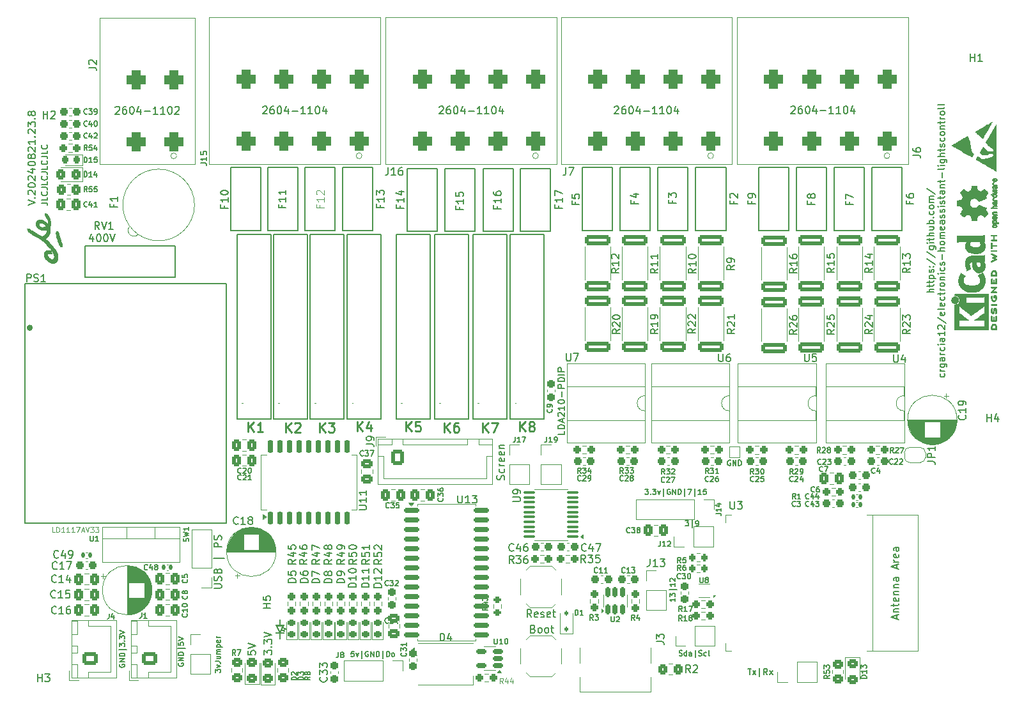
<source format=gbr>
%TF.GenerationSoftware,KiCad,Pcbnew,8.0.4*%
%TF.CreationDate,2024-08-24T14:02:02+02:00*%
%TF.ProjectId,hamodule,68616d6f-6475-46c6-952e-6b696361645f,20240821.23.8*%
%TF.SameCoordinates,Original*%
%TF.FileFunction,Legend,Top*%
%TF.FilePolarity,Positive*%
%FSLAX46Y46*%
G04 Gerber Fmt 4.6, Leading zero omitted, Abs format (unit mm)*
G04 Created by KiCad (PCBNEW 8.0.4) date 2024-08-24 14:02:02*
%MOMM*%
%LPD*%
G01*
G04 APERTURE LIST*
G04 Aperture macros list*
%AMRoundRect*
0 Rectangle with rounded corners*
0 $1 Rounding radius*
0 $2 $3 $4 $5 $6 $7 $8 $9 X,Y pos of 4 corners*
0 Add a 4 corners polygon primitive as box body*
4,1,4,$2,$3,$4,$5,$6,$7,$8,$9,$2,$3,0*
0 Add four circle primitives for the rounded corners*
1,1,$1+$1,$2,$3*
1,1,$1+$1,$4,$5*
1,1,$1+$1,$6,$7*
1,1,$1+$1,$8,$9*
0 Add four rect primitives between the rounded corners*
20,1,$1+$1,$2,$3,$4,$5,0*
20,1,$1+$1,$4,$5,$6,$7,0*
20,1,$1+$1,$6,$7,$8,$9,0*
20,1,$1+$1,$8,$9,$2,$3,0*%
%AMFreePoly0*
4,1,19,0.500000,-0.750000,0.000000,-0.750000,0.000000,-0.744911,-0.071157,-0.744911,-0.207708,-0.704816,-0.327430,-0.627875,-0.420627,-0.520320,-0.479746,-0.390866,-0.500000,-0.250000,-0.500000,0.250000,-0.479746,0.390866,-0.420627,0.520320,-0.327430,0.627875,-0.207708,0.704816,-0.071157,0.744911,0.000000,0.744911,0.000000,0.750000,0.500000,0.750000,0.500000,-0.750000,0.500000,-0.750000,
$1*%
%AMFreePoly1*
4,1,19,0.000000,0.744911,0.071157,0.744911,0.207708,0.704816,0.327430,0.627875,0.420627,0.520320,0.479746,0.390866,0.500000,0.250000,0.500000,-0.250000,0.479746,-0.390866,0.420627,-0.520320,0.327430,-0.627875,0.207708,-0.704816,0.071157,-0.744911,0.000000,-0.744911,0.000000,-0.750000,-0.500000,-0.750000,-0.500000,0.750000,0.000000,0.750000,0.000000,0.744911,0.000000,0.744911,
$1*%
G04 Aperture macros list end*
%ADD10C,0.150000*%
%ADD11C,0.200000*%
%ADD12C,0.125000*%
%ADD13C,0.254000*%
%ADD14C,0.127000*%
%ADD15C,0.400000*%
%ADD16C,0.120000*%
%ADD17C,0.010000*%
%ADD18C,0.100000*%
%ADD19C,5.500000*%
%ADD20R,2.500000X2.500000*%
%ADD21C,2.500000*%
%ADD22RoundRect,0.140000X0.140000X0.170000X-0.140000X0.170000X-0.140000X-0.170000X0.140000X-0.170000X0*%
%ADD23R,1.700000X1.700000*%
%ADD24O,1.700000X1.700000*%
%ADD25RoundRect,0.249999X-1.425001X0.450001X-1.425001X-0.450001X1.425001X-0.450001X1.425001X0.450001X0*%
%ADD26C,1.800000*%
%ADD27RoundRect,0.250000X0.450000X-0.325000X0.450000X0.325000X-0.450000X0.325000X-0.450000X-0.325000X0*%
%ADD28RoundRect,0.250000X0.450000X-0.350000X0.450000X0.350000X-0.450000X0.350000X-0.450000X-0.350000X0*%
%ADD29RoundRect,0.250000X0.750000X-0.600000X0.750000X0.600000X-0.750000X0.600000X-0.750000X-0.600000X0*%
%ADD30O,2.000000X1.700000*%
%ADD31RoundRect,0.250000X0.337500X0.475000X-0.337500X0.475000X-0.337500X-0.475000X0.337500X-0.475000X0*%
%ADD32R,1.905000X2.000000*%
%ADD33O,1.905000X2.000000*%
%ADD34RoundRect,0.625000X0.625000X0.625000X-0.625000X0.625000X-0.625000X-0.625000X0.625000X-0.625000X0*%
%ADD35C,2.000000*%
%ADD36R,1.600000X2.400000*%
%ADD37O,1.600000X2.400000*%
%ADD38RoundRect,0.237500X-0.250000X-0.237500X0.250000X-0.237500X0.250000X0.237500X-0.250000X0.237500X0*%
%ADD39RoundRect,0.237500X0.300000X0.237500X-0.300000X0.237500X-0.300000X-0.237500X0.300000X-0.237500X0*%
%ADD40R,1.800000X1.100000*%
%ADD41RoundRect,0.237500X-0.300000X-0.237500X0.300000X-0.237500X0.300000X0.237500X-0.300000X0.237500X0*%
%ADD42RoundRect,0.237500X-0.237500X0.300000X-0.237500X-0.300000X0.237500X-0.300000X0.237500X0.300000X0*%
%ADD43RoundRect,0.150000X0.150000X-0.725000X0.150000X0.725000X-0.150000X0.725000X-0.150000X-0.725000X0*%
%ADD44R,1.600000X1.600000*%
%ADD45C,1.600000*%
%ADD46RoundRect,0.237500X0.237500X-0.250000X0.237500X0.250000X-0.237500X0.250000X-0.237500X-0.250000X0*%
%ADD47RoundRect,0.218750X0.256250X-0.218750X0.256250X0.218750X-0.256250X0.218750X-0.256250X-0.218750X0*%
%ADD48R,2.000000X2.000000*%
%ADD49RoundRect,0.150000X0.512500X0.150000X-0.512500X0.150000X-0.512500X-0.150000X0.512500X-0.150000X0*%
%ADD50RoundRect,0.200000X0.200000X0.275000X-0.200000X0.275000X-0.200000X-0.275000X0.200000X-0.275000X0*%
%ADD51R,0.900000X1.500000*%
%ADD52R,1.500000X0.900000*%
%ADD53R,1.000000X1.000000*%
%ADD54RoundRect,0.237500X0.237500X-0.300000X0.237500X0.300000X-0.237500X0.300000X-0.237500X-0.300000X0*%
%ADD55RoundRect,0.200000X-0.275000X0.200000X-0.275000X-0.200000X0.275000X-0.200000X0.275000X0.200000X0*%
%ADD56RoundRect,0.250000X-0.450000X0.325000X-0.450000X-0.325000X0.450000X-0.325000X0.450000X0.325000X0*%
%ADD57RoundRect,0.250000X-0.337500X-0.475000X0.337500X-0.475000X0.337500X0.475000X-0.337500X0.475000X0*%
%ADD58RoundRect,0.112500X0.112500X-0.187500X0.112500X0.187500X-0.112500X0.187500X-0.112500X-0.187500X0*%
%ADD59RoundRect,0.250000X0.350000X0.450000X-0.350000X0.450000X-0.350000X-0.450000X0.350000X-0.450000X0*%
%ADD60RoundRect,0.140000X-0.140000X-0.170000X0.140000X-0.170000X0.140000X0.170000X-0.140000X0.170000X0*%
%ADD61C,0.650000*%
%ADD62R,0.600000X1.450000*%
%ADD63R,0.300000X1.450000*%
%ADD64O,1.000000X2.100000*%
%ADD65O,1.000000X1.600000*%
%ADD66RoundRect,0.250000X-0.600000X-0.725000X0.600000X-0.725000X0.600000X0.725000X-0.600000X0.725000X0*%
%ADD67O,1.700000X1.950000*%
%ADD68RoundRect,0.100000X0.637500X0.100000X-0.637500X0.100000X-0.637500X-0.100000X0.637500X-0.100000X0*%
%ADD69RoundRect,0.250000X0.325000X0.450000X-0.325000X0.450000X-0.325000X-0.450000X0.325000X-0.450000X0*%
%ADD70RoundRect,0.250000X-0.475000X0.337500X-0.475000X-0.337500X0.475000X-0.337500X0.475000X0.337500X0*%
%ADD71RoundRect,0.250000X-0.350000X-0.450000X0.350000X-0.450000X0.350000X0.450000X-0.350000X0.450000X0*%
%ADD72R,0.500000X0.300000*%
%ADD73RoundRect,0.150000X-0.875000X-0.150000X0.875000X-0.150000X0.875000X0.150000X-0.875000X0.150000X0*%
%ADD74RoundRect,0.150000X0.150000X-0.512500X0.150000X0.512500X-0.150000X0.512500X-0.150000X-0.512500X0*%
%ADD75RoundRect,0.237500X0.250000X0.237500X-0.250000X0.237500X-0.250000X-0.237500X0.250000X-0.237500X0*%
%ADD76FreePoly0,0.000000*%
%ADD77FreePoly1,0.000000*%
%ADD78RoundRect,0.218750X0.218750X0.256250X-0.218750X0.256250X-0.218750X-0.256250X0.218750X-0.256250X0*%
G04 APERTURE END LIST*
D10*
X826419Y63665887D02*
X1826419Y63999220D01*
X1826419Y63999220D02*
X826419Y64332553D01*
X1731180Y64665887D02*
X1778800Y64713506D01*
X1778800Y64713506D02*
X1826419Y64665887D01*
X1826419Y64665887D02*
X1778800Y64618268D01*
X1778800Y64618268D02*
X1731180Y64665887D01*
X1731180Y64665887D02*
X1826419Y64665887D01*
X921657Y65094458D02*
X874038Y65142077D01*
X874038Y65142077D02*
X826419Y65237315D01*
X826419Y65237315D02*
X826419Y65475410D01*
X826419Y65475410D02*
X874038Y65570648D01*
X874038Y65570648D02*
X921657Y65618267D01*
X921657Y65618267D02*
X1016895Y65665886D01*
X1016895Y65665886D02*
X1112133Y65665886D01*
X1112133Y65665886D02*
X1254990Y65618267D01*
X1254990Y65618267D02*
X1826419Y65046839D01*
X1826419Y65046839D02*
X1826419Y65665886D01*
X826419Y66284934D02*
X826419Y66380172D01*
X826419Y66380172D02*
X874038Y66475410D01*
X874038Y66475410D02*
X921657Y66523029D01*
X921657Y66523029D02*
X1016895Y66570648D01*
X1016895Y66570648D02*
X1207371Y66618267D01*
X1207371Y66618267D02*
X1445466Y66618267D01*
X1445466Y66618267D02*
X1635942Y66570648D01*
X1635942Y66570648D02*
X1731180Y66523029D01*
X1731180Y66523029D02*
X1778800Y66475410D01*
X1778800Y66475410D02*
X1826419Y66380172D01*
X1826419Y66380172D02*
X1826419Y66284934D01*
X1826419Y66284934D02*
X1778800Y66189696D01*
X1778800Y66189696D02*
X1731180Y66142077D01*
X1731180Y66142077D02*
X1635942Y66094458D01*
X1635942Y66094458D02*
X1445466Y66046839D01*
X1445466Y66046839D02*
X1207371Y66046839D01*
X1207371Y66046839D02*
X1016895Y66094458D01*
X1016895Y66094458D02*
X921657Y66142077D01*
X921657Y66142077D02*
X874038Y66189696D01*
X874038Y66189696D02*
X826419Y66284934D01*
X921657Y66999220D02*
X874038Y67046839D01*
X874038Y67046839D02*
X826419Y67142077D01*
X826419Y67142077D02*
X826419Y67380172D01*
X826419Y67380172D02*
X874038Y67475410D01*
X874038Y67475410D02*
X921657Y67523029D01*
X921657Y67523029D02*
X1016895Y67570648D01*
X1016895Y67570648D02*
X1112133Y67570648D01*
X1112133Y67570648D02*
X1254990Y67523029D01*
X1254990Y67523029D02*
X1826419Y66951601D01*
X1826419Y66951601D02*
X1826419Y67570648D01*
X1159752Y68427791D02*
X1826419Y68427791D01*
X778800Y68189696D02*
X1493085Y67951601D01*
X1493085Y67951601D02*
X1493085Y68570648D01*
X826419Y69142077D02*
X826419Y69237315D01*
X826419Y69237315D02*
X874038Y69332553D01*
X874038Y69332553D02*
X921657Y69380172D01*
X921657Y69380172D02*
X1016895Y69427791D01*
X1016895Y69427791D02*
X1207371Y69475410D01*
X1207371Y69475410D02*
X1445466Y69475410D01*
X1445466Y69475410D02*
X1635942Y69427791D01*
X1635942Y69427791D02*
X1731180Y69380172D01*
X1731180Y69380172D02*
X1778800Y69332553D01*
X1778800Y69332553D02*
X1826419Y69237315D01*
X1826419Y69237315D02*
X1826419Y69142077D01*
X1826419Y69142077D02*
X1778800Y69046839D01*
X1778800Y69046839D02*
X1731180Y68999220D01*
X1731180Y68999220D02*
X1635942Y68951601D01*
X1635942Y68951601D02*
X1445466Y68903982D01*
X1445466Y68903982D02*
X1207371Y68903982D01*
X1207371Y68903982D02*
X1016895Y68951601D01*
X1016895Y68951601D02*
X921657Y68999220D01*
X921657Y68999220D02*
X874038Y69046839D01*
X874038Y69046839D02*
X826419Y69142077D01*
X1254990Y70046839D02*
X1207371Y69951601D01*
X1207371Y69951601D02*
X1159752Y69903982D01*
X1159752Y69903982D02*
X1064514Y69856363D01*
X1064514Y69856363D02*
X1016895Y69856363D01*
X1016895Y69856363D02*
X921657Y69903982D01*
X921657Y69903982D02*
X874038Y69951601D01*
X874038Y69951601D02*
X826419Y70046839D01*
X826419Y70046839D02*
X826419Y70237315D01*
X826419Y70237315D02*
X874038Y70332553D01*
X874038Y70332553D02*
X921657Y70380172D01*
X921657Y70380172D02*
X1016895Y70427791D01*
X1016895Y70427791D02*
X1064514Y70427791D01*
X1064514Y70427791D02*
X1159752Y70380172D01*
X1159752Y70380172D02*
X1207371Y70332553D01*
X1207371Y70332553D02*
X1254990Y70237315D01*
X1254990Y70237315D02*
X1254990Y70046839D01*
X1254990Y70046839D02*
X1302609Y69951601D01*
X1302609Y69951601D02*
X1350228Y69903982D01*
X1350228Y69903982D02*
X1445466Y69856363D01*
X1445466Y69856363D02*
X1635942Y69856363D01*
X1635942Y69856363D02*
X1731180Y69903982D01*
X1731180Y69903982D02*
X1778800Y69951601D01*
X1778800Y69951601D02*
X1826419Y70046839D01*
X1826419Y70046839D02*
X1826419Y70237315D01*
X1826419Y70237315D02*
X1778800Y70332553D01*
X1778800Y70332553D02*
X1731180Y70380172D01*
X1731180Y70380172D02*
X1635942Y70427791D01*
X1635942Y70427791D02*
X1445466Y70427791D01*
X1445466Y70427791D02*
X1350228Y70380172D01*
X1350228Y70380172D02*
X1302609Y70332553D01*
X1302609Y70332553D02*
X1254990Y70237315D01*
X921657Y70808744D02*
X874038Y70856363D01*
X874038Y70856363D02*
X826419Y70951601D01*
X826419Y70951601D02*
X826419Y71189696D01*
X826419Y71189696D02*
X874038Y71284934D01*
X874038Y71284934D02*
X921657Y71332553D01*
X921657Y71332553D02*
X1016895Y71380172D01*
X1016895Y71380172D02*
X1112133Y71380172D01*
X1112133Y71380172D02*
X1254990Y71332553D01*
X1254990Y71332553D02*
X1826419Y70761125D01*
X1826419Y70761125D02*
X1826419Y71380172D01*
X1826419Y72332553D02*
X1826419Y71761125D01*
X1826419Y72046839D02*
X826419Y72046839D01*
X826419Y72046839D02*
X969276Y71951601D01*
X969276Y71951601D02*
X1064514Y71856363D01*
X1064514Y71856363D02*
X1112133Y71761125D01*
X1731180Y72761125D02*
X1778800Y72808744D01*
X1778800Y72808744D02*
X1826419Y72761125D01*
X1826419Y72761125D02*
X1778800Y72713506D01*
X1778800Y72713506D02*
X1731180Y72761125D01*
X1731180Y72761125D02*
X1826419Y72761125D01*
X921657Y73189696D02*
X874038Y73237315D01*
X874038Y73237315D02*
X826419Y73332553D01*
X826419Y73332553D02*
X826419Y73570648D01*
X826419Y73570648D02*
X874038Y73665886D01*
X874038Y73665886D02*
X921657Y73713505D01*
X921657Y73713505D02*
X1016895Y73761124D01*
X1016895Y73761124D02*
X1112133Y73761124D01*
X1112133Y73761124D02*
X1254990Y73713505D01*
X1254990Y73713505D02*
X1826419Y73142077D01*
X1826419Y73142077D02*
X1826419Y73761124D01*
X826419Y74094458D02*
X826419Y74713505D01*
X826419Y74713505D02*
X1207371Y74380172D01*
X1207371Y74380172D02*
X1207371Y74523029D01*
X1207371Y74523029D02*
X1254990Y74618267D01*
X1254990Y74618267D02*
X1302609Y74665886D01*
X1302609Y74665886D02*
X1397847Y74713505D01*
X1397847Y74713505D02*
X1635942Y74713505D01*
X1635942Y74713505D02*
X1731180Y74665886D01*
X1731180Y74665886D02*
X1778800Y74618267D01*
X1778800Y74618267D02*
X1826419Y74523029D01*
X1826419Y74523029D02*
X1826419Y74237315D01*
X1826419Y74237315D02*
X1778800Y74142077D01*
X1778800Y74142077D02*
X1731180Y74094458D01*
X1731180Y75142077D02*
X1778800Y75189696D01*
X1778800Y75189696D02*
X1826419Y75142077D01*
X1826419Y75142077D02*
X1778800Y75094458D01*
X1778800Y75094458D02*
X1731180Y75142077D01*
X1731180Y75142077D02*
X1826419Y75142077D01*
X1254990Y75761124D02*
X1207371Y75665886D01*
X1207371Y75665886D02*
X1159752Y75618267D01*
X1159752Y75618267D02*
X1064514Y75570648D01*
X1064514Y75570648D02*
X1016895Y75570648D01*
X1016895Y75570648D02*
X921657Y75618267D01*
X921657Y75618267D02*
X874038Y75665886D01*
X874038Y75665886D02*
X826419Y75761124D01*
X826419Y75761124D02*
X826419Y75951600D01*
X826419Y75951600D02*
X874038Y76046838D01*
X874038Y76046838D02*
X921657Y76094457D01*
X921657Y76094457D02*
X1016895Y76142076D01*
X1016895Y76142076D02*
X1064514Y76142076D01*
X1064514Y76142076D02*
X1159752Y76094457D01*
X1159752Y76094457D02*
X1207371Y76046838D01*
X1207371Y76046838D02*
X1254990Y75951600D01*
X1254990Y75951600D02*
X1254990Y75761124D01*
X1254990Y75761124D02*
X1302609Y75665886D01*
X1302609Y75665886D02*
X1350228Y75618267D01*
X1350228Y75618267D02*
X1445466Y75570648D01*
X1445466Y75570648D02*
X1635942Y75570648D01*
X1635942Y75570648D02*
X1731180Y75618267D01*
X1731180Y75618267D02*
X1778800Y75665886D01*
X1778800Y75665886D02*
X1826419Y75761124D01*
X1826419Y75761124D02*
X1826419Y75951600D01*
X1826419Y75951600D02*
X1778800Y76046838D01*
X1778800Y76046838D02*
X1731180Y76094457D01*
X1731180Y76094457D02*
X1635942Y76142076D01*
X1635942Y76142076D02*
X1445466Y76142076D01*
X1445466Y76142076D02*
X1350228Y76094457D01*
X1350228Y76094457D02*
X1302609Y76046838D01*
X1302609Y76046838D02*
X1254990Y75951600D01*
D11*
X2607695Y63970362D02*
X3179123Y63970362D01*
X3179123Y63970362D02*
X3293409Y63932267D01*
X3293409Y63932267D02*
X3369600Y63856076D01*
X3369600Y63856076D02*
X3407695Y63741791D01*
X3407695Y63741791D02*
X3407695Y63665600D01*
X3407695Y64732267D02*
X3407695Y64351315D01*
X3407695Y64351315D02*
X2607695Y64351315D01*
X3331504Y65456077D02*
X3369600Y65417981D01*
X3369600Y65417981D02*
X3407695Y65303696D01*
X3407695Y65303696D02*
X3407695Y65227505D01*
X3407695Y65227505D02*
X3369600Y65113219D01*
X3369600Y65113219D02*
X3293409Y65037029D01*
X3293409Y65037029D02*
X3217219Y64998934D01*
X3217219Y64998934D02*
X3064838Y64960838D01*
X3064838Y64960838D02*
X2950552Y64960838D01*
X2950552Y64960838D02*
X2798171Y64998934D01*
X2798171Y64998934D02*
X2721980Y65037029D01*
X2721980Y65037029D02*
X2645790Y65113219D01*
X2645790Y65113219D02*
X2607695Y65227505D01*
X2607695Y65227505D02*
X2607695Y65303696D01*
X2607695Y65303696D02*
X2645790Y65417981D01*
X2645790Y65417981D02*
X2683885Y65456077D01*
X2607695Y66027505D02*
X3179123Y66027505D01*
X3179123Y66027505D02*
X3293409Y65989410D01*
X3293409Y65989410D02*
X3369600Y65913219D01*
X3369600Y65913219D02*
X3407695Y65798934D01*
X3407695Y65798934D02*
X3407695Y65722743D01*
X3407695Y66789410D02*
X3407695Y66408458D01*
X3407695Y66408458D02*
X2607695Y66408458D01*
X3331504Y67513220D02*
X3369600Y67475124D01*
X3369600Y67475124D02*
X3407695Y67360839D01*
X3407695Y67360839D02*
X3407695Y67284648D01*
X3407695Y67284648D02*
X3369600Y67170362D01*
X3369600Y67170362D02*
X3293409Y67094172D01*
X3293409Y67094172D02*
X3217219Y67056077D01*
X3217219Y67056077D02*
X3064838Y67017981D01*
X3064838Y67017981D02*
X2950552Y67017981D01*
X2950552Y67017981D02*
X2798171Y67056077D01*
X2798171Y67056077D02*
X2721980Y67094172D01*
X2721980Y67094172D02*
X2645790Y67170362D01*
X2645790Y67170362D02*
X2607695Y67284648D01*
X2607695Y67284648D02*
X2607695Y67360839D01*
X2607695Y67360839D02*
X2645790Y67475124D01*
X2645790Y67475124D02*
X2683885Y67513220D01*
X2607695Y68084648D02*
X3179123Y68084648D01*
X3179123Y68084648D02*
X3293409Y68046553D01*
X3293409Y68046553D02*
X3369600Y67970362D01*
X3369600Y67970362D02*
X3407695Y67856077D01*
X3407695Y67856077D02*
X3407695Y67779886D01*
X3407695Y68846553D02*
X3407695Y68465601D01*
X3407695Y68465601D02*
X2607695Y68465601D01*
X3331504Y69570363D02*
X3369600Y69532267D01*
X3369600Y69532267D02*
X3407695Y69417982D01*
X3407695Y69417982D02*
X3407695Y69341791D01*
X3407695Y69341791D02*
X3369600Y69227505D01*
X3369600Y69227505D02*
X3293409Y69151315D01*
X3293409Y69151315D02*
X3217219Y69113220D01*
X3217219Y69113220D02*
X3064838Y69075124D01*
X3064838Y69075124D02*
X2950552Y69075124D01*
X2950552Y69075124D02*
X2798171Y69113220D01*
X2798171Y69113220D02*
X2721980Y69151315D01*
X2721980Y69151315D02*
X2645790Y69227505D01*
X2645790Y69227505D02*
X2607695Y69341791D01*
X2607695Y69341791D02*
X2607695Y69417982D01*
X2607695Y69417982D02*
X2645790Y69532267D01*
X2645790Y69532267D02*
X2683885Y69570363D01*
X2607695Y70141791D02*
X3179123Y70141791D01*
X3179123Y70141791D02*
X3293409Y70103696D01*
X3293409Y70103696D02*
X3369600Y70027505D01*
X3369600Y70027505D02*
X3407695Y69913220D01*
X3407695Y69913220D02*
X3407695Y69837029D01*
X3407695Y70903696D02*
X3407695Y70522744D01*
X3407695Y70522744D02*
X2607695Y70522744D01*
X3331504Y71627506D02*
X3369600Y71589410D01*
X3369600Y71589410D02*
X3407695Y71475125D01*
X3407695Y71475125D02*
X3407695Y71398934D01*
X3407695Y71398934D02*
X3369600Y71284648D01*
X3369600Y71284648D02*
X3293409Y71208458D01*
X3293409Y71208458D02*
X3217219Y71170363D01*
X3217219Y71170363D02*
X3064838Y71132267D01*
X3064838Y71132267D02*
X2950552Y71132267D01*
X2950552Y71132267D02*
X2798171Y71170363D01*
X2798171Y71170363D02*
X2721980Y71208458D01*
X2721980Y71208458D02*
X2645790Y71284648D01*
X2645790Y71284648D02*
X2607695Y71398934D01*
X2607695Y71398934D02*
X2607695Y71475125D01*
X2607695Y71475125D02*
X2645790Y71589410D01*
X2645790Y71589410D02*
X2683885Y71627506D01*
D10*
X120808082Y52154114D02*
X119908082Y52154114D01*
X120808082Y52539828D02*
X120336653Y52539828D01*
X120336653Y52539828D02*
X120250939Y52496971D01*
X120250939Y52496971D02*
X120208082Y52411257D01*
X120208082Y52411257D02*
X120208082Y52282686D01*
X120208082Y52282686D02*
X120250939Y52196971D01*
X120250939Y52196971D02*
X120293796Y52154114D01*
X120208082Y52839829D02*
X120208082Y53182686D01*
X119908082Y52968400D02*
X120679510Y52968400D01*
X120679510Y52968400D02*
X120765225Y53011257D01*
X120765225Y53011257D02*
X120808082Y53096972D01*
X120808082Y53096972D02*
X120808082Y53182686D01*
X120208082Y53354115D02*
X120208082Y53696972D01*
X119908082Y53482686D02*
X120679510Y53482686D01*
X120679510Y53482686D02*
X120765225Y53525543D01*
X120765225Y53525543D02*
X120808082Y53611258D01*
X120808082Y53611258D02*
X120808082Y53696972D01*
X120208082Y53996972D02*
X121108082Y53996972D01*
X120250939Y53996972D02*
X120208082Y54082686D01*
X120208082Y54082686D02*
X120208082Y54254115D01*
X120208082Y54254115D02*
X120250939Y54339829D01*
X120250939Y54339829D02*
X120293796Y54382686D01*
X120293796Y54382686D02*
X120379510Y54425544D01*
X120379510Y54425544D02*
X120636653Y54425544D01*
X120636653Y54425544D02*
X120722367Y54382686D01*
X120722367Y54382686D02*
X120765225Y54339829D01*
X120765225Y54339829D02*
X120808082Y54254115D01*
X120808082Y54254115D02*
X120808082Y54082686D01*
X120808082Y54082686D02*
X120765225Y53996972D01*
X120765225Y54768401D02*
X120808082Y54854115D01*
X120808082Y54854115D02*
X120808082Y55025544D01*
X120808082Y55025544D02*
X120765225Y55111258D01*
X120765225Y55111258D02*
X120679510Y55154115D01*
X120679510Y55154115D02*
X120636653Y55154115D01*
X120636653Y55154115D02*
X120550939Y55111258D01*
X120550939Y55111258D02*
X120508082Y55025544D01*
X120508082Y55025544D02*
X120508082Y54896972D01*
X120508082Y54896972D02*
X120465225Y54811258D01*
X120465225Y54811258D02*
X120379510Y54768401D01*
X120379510Y54768401D02*
X120336653Y54768401D01*
X120336653Y54768401D02*
X120250939Y54811258D01*
X120250939Y54811258D02*
X120208082Y54896972D01*
X120208082Y54896972D02*
X120208082Y55025544D01*
X120208082Y55025544D02*
X120250939Y55111258D01*
X120722367Y55539829D02*
X120765225Y55582686D01*
X120765225Y55582686D02*
X120808082Y55539829D01*
X120808082Y55539829D02*
X120765225Y55496972D01*
X120765225Y55496972D02*
X120722367Y55539829D01*
X120722367Y55539829D02*
X120808082Y55539829D01*
X120250939Y55539829D02*
X120293796Y55582686D01*
X120293796Y55582686D02*
X120336653Y55539829D01*
X120336653Y55539829D02*
X120293796Y55496972D01*
X120293796Y55496972D02*
X120250939Y55539829D01*
X120250939Y55539829D02*
X120336653Y55539829D01*
X119865225Y56611257D02*
X121022367Y55839829D01*
X119865225Y57554114D02*
X121022367Y56782686D01*
X120208082Y58239828D02*
X120936653Y58239828D01*
X120936653Y58239828D02*
X121022367Y58196971D01*
X121022367Y58196971D02*
X121065225Y58154114D01*
X121065225Y58154114D02*
X121108082Y58068400D01*
X121108082Y58068400D02*
X121108082Y57939828D01*
X121108082Y57939828D02*
X121065225Y57854114D01*
X120765225Y58239828D02*
X120808082Y58154114D01*
X120808082Y58154114D02*
X120808082Y57982686D01*
X120808082Y57982686D02*
X120765225Y57896971D01*
X120765225Y57896971D02*
X120722367Y57854114D01*
X120722367Y57854114D02*
X120636653Y57811257D01*
X120636653Y57811257D02*
X120379510Y57811257D01*
X120379510Y57811257D02*
X120293796Y57854114D01*
X120293796Y57854114D02*
X120250939Y57896971D01*
X120250939Y57896971D02*
X120208082Y57982686D01*
X120208082Y57982686D02*
X120208082Y58154114D01*
X120208082Y58154114D02*
X120250939Y58239828D01*
X120808082Y58668400D02*
X120208082Y58668400D01*
X119908082Y58668400D02*
X119950939Y58625543D01*
X119950939Y58625543D02*
X119993796Y58668400D01*
X119993796Y58668400D02*
X119950939Y58711257D01*
X119950939Y58711257D02*
X119908082Y58668400D01*
X119908082Y58668400D02*
X119993796Y58668400D01*
X120208082Y58968400D02*
X120208082Y59311257D01*
X119908082Y59096971D02*
X120679510Y59096971D01*
X120679510Y59096971D02*
X120765225Y59139828D01*
X120765225Y59139828D02*
X120808082Y59225543D01*
X120808082Y59225543D02*
X120808082Y59311257D01*
X120808082Y59611257D02*
X119908082Y59611257D01*
X120808082Y59996971D02*
X120336653Y59996971D01*
X120336653Y59996971D02*
X120250939Y59954114D01*
X120250939Y59954114D02*
X120208082Y59868400D01*
X120208082Y59868400D02*
X120208082Y59739829D01*
X120208082Y59739829D02*
X120250939Y59654114D01*
X120250939Y59654114D02*
X120293796Y59611257D01*
X120208082Y60811257D02*
X120808082Y60811257D01*
X120208082Y60425543D02*
X120679510Y60425543D01*
X120679510Y60425543D02*
X120765225Y60468400D01*
X120765225Y60468400D02*
X120808082Y60554115D01*
X120808082Y60554115D02*
X120808082Y60682686D01*
X120808082Y60682686D02*
X120765225Y60768400D01*
X120765225Y60768400D02*
X120722367Y60811257D01*
X120808082Y61239829D02*
X119908082Y61239829D01*
X120250939Y61239829D02*
X120208082Y61325543D01*
X120208082Y61325543D02*
X120208082Y61496972D01*
X120208082Y61496972D02*
X120250939Y61582686D01*
X120250939Y61582686D02*
X120293796Y61625543D01*
X120293796Y61625543D02*
X120379510Y61668401D01*
X120379510Y61668401D02*
X120636653Y61668401D01*
X120636653Y61668401D02*
X120722367Y61625543D01*
X120722367Y61625543D02*
X120765225Y61582686D01*
X120765225Y61582686D02*
X120808082Y61496972D01*
X120808082Y61496972D02*
X120808082Y61325543D01*
X120808082Y61325543D02*
X120765225Y61239829D01*
X120722367Y62054115D02*
X120765225Y62096972D01*
X120765225Y62096972D02*
X120808082Y62054115D01*
X120808082Y62054115D02*
X120765225Y62011258D01*
X120765225Y62011258D02*
X120722367Y62054115D01*
X120722367Y62054115D02*
X120808082Y62054115D01*
X120765225Y62868400D02*
X120808082Y62782686D01*
X120808082Y62782686D02*
X120808082Y62611258D01*
X120808082Y62611258D02*
X120765225Y62525543D01*
X120765225Y62525543D02*
X120722367Y62482686D01*
X120722367Y62482686D02*
X120636653Y62439829D01*
X120636653Y62439829D02*
X120379510Y62439829D01*
X120379510Y62439829D02*
X120293796Y62482686D01*
X120293796Y62482686D02*
X120250939Y62525543D01*
X120250939Y62525543D02*
X120208082Y62611258D01*
X120208082Y62611258D02*
X120208082Y62782686D01*
X120208082Y62782686D02*
X120250939Y62868400D01*
X120808082Y63382687D02*
X120765225Y63296972D01*
X120765225Y63296972D02*
X120722367Y63254115D01*
X120722367Y63254115D02*
X120636653Y63211258D01*
X120636653Y63211258D02*
X120379510Y63211258D01*
X120379510Y63211258D02*
X120293796Y63254115D01*
X120293796Y63254115D02*
X120250939Y63296972D01*
X120250939Y63296972D02*
X120208082Y63382687D01*
X120208082Y63382687D02*
X120208082Y63511258D01*
X120208082Y63511258D02*
X120250939Y63596972D01*
X120250939Y63596972D02*
X120293796Y63639829D01*
X120293796Y63639829D02*
X120379510Y63682687D01*
X120379510Y63682687D02*
X120636653Y63682687D01*
X120636653Y63682687D02*
X120722367Y63639829D01*
X120722367Y63639829D02*
X120765225Y63596972D01*
X120765225Y63596972D02*
X120808082Y63511258D01*
X120808082Y63511258D02*
X120808082Y63382687D01*
X120808082Y64068401D02*
X120208082Y64068401D01*
X120293796Y64068401D02*
X120250939Y64111258D01*
X120250939Y64111258D02*
X120208082Y64196973D01*
X120208082Y64196973D02*
X120208082Y64325544D01*
X120208082Y64325544D02*
X120250939Y64411258D01*
X120250939Y64411258D02*
X120336653Y64454115D01*
X120336653Y64454115D02*
X120808082Y64454115D01*
X120336653Y64454115D02*
X120250939Y64496973D01*
X120250939Y64496973D02*
X120208082Y64582687D01*
X120208082Y64582687D02*
X120208082Y64711258D01*
X120208082Y64711258D02*
X120250939Y64796973D01*
X120250939Y64796973D02*
X120336653Y64839830D01*
X120336653Y64839830D02*
X120808082Y64839830D01*
X119865225Y65911258D02*
X121022367Y65139830D01*
X122214175Y41311253D02*
X122257032Y41225539D01*
X122257032Y41225539D02*
X122257032Y41054111D01*
X122257032Y41054111D02*
X122214175Y40968396D01*
X122214175Y40968396D02*
X122171317Y40925539D01*
X122171317Y40925539D02*
X122085603Y40882682D01*
X122085603Y40882682D02*
X121828460Y40882682D01*
X121828460Y40882682D02*
X121742746Y40925539D01*
X121742746Y40925539D02*
X121699889Y40968396D01*
X121699889Y40968396D02*
X121657032Y41054111D01*
X121657032Y41054111D02*
X121657032Y41225539D01*
X121657032Y41225539D02*
X121699889Y41311253D01*
X122257032Y41696968D02*
X121657032Y41696968D01*
X121828460Y41696968D02*
X121742746Y41739825D01*
X121742746Y41739825D02*
X121699889Y41782682D01*
X121699889Y41782682D02*
X121657032Y41868397D01*
X121657032Y41868397D02*
X121657032Y41954111D01*
X121657032Y42639825D02*
X122385603Y42639825D01*
X122385603Y42639825D02*
X122471317Y42596968D01*
X122471317Y42596968D02*
X122514175Y42554111D01*
X122514175Y42554111D02*
X122557032Y42468397D01*
X122557032Y42468397D02*
X122557032Y42339825D01*
X122557032Y42339825D02*
X122514175Y42254111D01*
X122214175Y42639825D02*
X122257032Y42554111D01*
X122257032Y42554111D02*
X122257032Y42382683D01*
X122257032Y42382683D02*
X122214175Y42296968D01*
X122214175Y42296968D02*
X122171317Y42254111D01*
X122171317Y42254111D02*
X122085603Y42211254D01*
X122085603Y42211254D02*
X121828460Y42211254D01*
X121828460Y42211254D02*
X121742746Y42254111D01*
X121742746Y42254111D02*
X121699889Y42296968D01*
X121699889Y42296968D02*
X121657032Y42382683D01*
X121657032Y42382683D02*
X121657032Y42554111D01*
X121657032Y42554111D02*
X121699889Y42639825D01*
X122257032Y43454111D02*
X121785603Y43454111D01*
X121785603Y43454111D02*
X121699889Y43411254D01*
X121699889Y43411254D02*
X121657032Y43325540D01*
X121657032Y43325540D02*
X121657032Y43154111D01*
X121657032Y43154111D02*
X121699889Y43068397D01*
X122214175Y43454111D02*
X122257032Y43368397D01*
X122257032Y43368397D02*
X122257032Y43154111D01*
X122257032Y43154111D02*
X122214175Y43068397D01*
X122214175Y43068397D02*
X122128460Y43025540D01*
X122128460Y43025540D02*
X122042746Y43025540D01*
X122042746Y43025540D02*
X121957032Y43068397D01*
X121957032Y43068397D02*
X121914175Y43154111D01*
X121914175Y43154111D02*
X121914175Y43368397D01*
X121914175Y43368397D02*
X121871317Y43454111D01*
X122257032Y43882683D02*
X121657032Y43882683D01*
X121828460Y43882683D02*
X121742746Y43925540D01*
X121742746Y43925540D02*
X121699889Y43968397D01*
X121699889Y43968397D02*
X121657032Y44054112D01*
X121657032Y44054112D02*
X121657032Y44139826D01*
X122214175Y44825540D02*
X122257032Y44739826D01*
X122257032Y44739826D02*
X122257032Y44568398D01*
X122257032Y44568398D02*
X122214175Y44482683D01*
X122214175Y44482683D02*
X122171317Y44439826D01*
X122171317Y44439826D02*
X122085603Y44396969D01*
X122085603Y44396969D02*
X121828460Y44396969D01*
X121828460Y44396969D02*
X121742746Y44439826D01*
X121742746Y44439826D02*
X121699889Y44482683D01*
X121699889Y44482683D02*
X121657032Y44568398D01*
X121657032Y44568398D02*
X121657032Y44739826D01*
X121657032Y44739826D02*
X121699889Y44825540D01*
X122257032Y45211255D02*
X121657032Y45211255D01*
X121357032Y45211255D02*
X121399889Y45168398D01*
X121399889Y45168398D02*
X121442746Y45211255D01*
X121442746Y45211255D02*
X121399889Y45254112D01*
X121399889Y45254112D02*
X121357032Y45211255D01*
X121357032Y45211255D02*
X121442746Y45211255D01*
X122257032Y46025540D02*
X121785603Y46025540D01*
X121785603Y46025540D02*
X121699889Y45982683D01*
X121699889Y45982683D02*
X121657032Y45896969D01*
X121657032Y45896969D02*
X121657032Y45725540D01*
X121657032Y45725540D02*
X121699889Y45639826D01*
X122214175Y46025540D02*
X122257032Y45939826D01*
X122257032Y45939826D02*
X122257032Y45725540D01*
X122257032Y45725540D02*
X122214175Y45639826D01*
X122214175Y45639826D02*
X122128460Y45596969D01*
X122128460Y45596969D02*
X122042746Y45596969D01*
X122042746Y45596969D02*
X121957032Y45639826D01*
X121957032Y45639826D02*
X121914175Y45725540D01*
X121914175Y45725540D02*
X121914175Y45939826D01*
X121914175Y45939826D02*
X121871317Y46025540D01*
X122257032Y46925541D02*
X122257032Y46411255D01*
X122257032Y46668398D02*
X121357032Y46668398D01*
X121357032Y46668398D02*
X121485603Y46582684D01*
X121485603Y46582684D02*
X121571317Y46496969D01*
X121571317Y46496969D02*
X121614175Y46411255D01*
X121442746Y47268398D02*
X121399889Y47311255D01*
X121399889Y47311255D02*
X121357032Y47396969D01*
X121357032Y47396969D02*
X121357032Y47611255D01*
X121357032Y47611255D02*
X121399889Y47696969D01*
X121399889Y47696969D02*
X121442746Y47739827D01*
X121442746Y47739827D02*
X121528460Y47782684D01*
X121528460Y47782684D02*
X121614175Y47782684D01*
X121614175Y47782684D02*
X121742746Y47739827D01*
X121742746Y47739827D02*
X122257032Y47225541D01*
X122257032Y47225541D02*
X122257032Y47782684D01*
X121314175Y48811255D02*
X122471317Y48039827D01*
X122214175Y49454112D02*
X122257032Y49368398D01*
X122257032Y49368398D02*
X122257032Y49196969D01*
X122257032Y49196969D02*
X122214175Y49111255D01*
X122214175Y49111255D02*
X122128460Y49068398D01*
X122128460Y49068398D02*
X121785603Y49068398D01*
X121785603Y49068398D02*
X121699889Y49111255D01*
X121699889Y49111255D02*
X121657032Y49196969D01*
X121657032Y49196969D02*
X121657032Y49368398D01*
X121657032Y49368398D02*
X121699889Y49454112D01*
X121699889Y49454112D02*
X121785603Y49496969D01*
X121785603Y49496969D02*
X121871317Y49496969D01*
X121871317Y49496969D02*
X121957032Y49068398D01*
X122257032Y50011256D02*
X122214175Y49925541D01*
X122214175Y49925541D02*
X122128460Y49882684D01*
X122128460Y49882684D02*
X121357032Y49882684D01*
X122214175Y50696970D02*
X122257032Y50611256D01*
X122257032Y50611256D02*
X122257032Y50439827D01*
X122257032Y50439827D02*
X122214175Y50354113D01*
X122214175Y50354113D02*
X122128460Y50311256D01*
X122128460Y50311256D02*
X121785603Y50311256D01*
X121785603Y50311256D02*
X121699889Y50354113D01*
X121699889Y50354113D02*
X121657032Y50439827D01*
X121657032Y50439827D02*
X121657032Y50611256D01*
X121657032Y50611256D02*
X121699889Y50696970D01*
X121699889Y50696970D02*
X121785603Y50739827D01*
X121785603Y50739827D02*
X121871317Y50739827D01*
X121871317Y50739827D02*
X121957032Y50311256D01*
X122214175Y51511256D02*
X122257032Y51425542D01*
X122257032Y51425542D02*
X122257032Y51254114D01*
X122257032Y51254114D02*
X122214175Y51168399D01*
X122214175Y51168399D02*
X122171317Y51125542D01*
X122171317Y51125542D02*
X122085603Y51082685D01*
X122085603Y51082685D02*
X121828460Y51082685D01*
X121828460Y51082685D02*
X121742746Y51125542D01*
X121742746Y51125542D02*
X121699889Y51168399D01*
X121699889Y51168399D02*
X121657032Y51254114D01*
X121657032Y51254114D02*
X121657032Y51425542D01*
X121657032Y51425542D02*
X121699889Y51511256D01*
X121657032Y51768400D02*
X121657032Y52111257D01*
X121357032Y51896971D02*
X122128460Y51896971D01*
X122128460Y51896971D02*
X122214175Y51939828D01*
X122214175Y51939828D02*
X122257032Y52025543D01*
X122257032Y52025543D02*
X122257032Y52111257D01*
X122257032Y52411257D02*
X121657032Y52411257D01*
X121828460Y52411257D02*
X121742746Y52454114D01*
X121742746Y52454114D02*
X121699889Y52496971D01*
X121699889Y52496971D02*
X121657032Y52582686D01*
X121657032Y52582686D02*
X121657032Y52668400D01*
X122257032Y53096972D02*
X122214175Y53011257D01*
X122214175Y53011257D02*
X122171317Y52968400D01*
X122171317Y52968400D02*
X122085603Y52925543D01*
X122085603Y52925543D02*
X121828460Y52925543D01*
X121828460Y52925543D02*
X121742746Y52968400D01*
X121742746Y52968400D02*
X121699889Y53011257D01*
X121699889Y53011257D02*
X121657032Y53096972D01*
X121657032Y53096972D02*
X121657032Y53225543D01*
X121657032Y53225543D02*
X121699889Y53311257D01*
X121699889Y53311257D02*
X121742746Y53354114D01*
X121742746Y53354114D02*
X121828460Y53396972D01*
X121828460Y53396972D02*
X122085603Y53396972D01*
X122085603Y53396972D02*
X122171317Y53354114D01*
X122171317Y53354114D02*
X122214175Y53311257D01*
X122214175Y53311257D02*
X122257032Y53225543D01*
X122257032Y53225543D02*
X122257032Y53096972D01*
X121657032Y53782686D02*
X122257032Y53782686D01*
X121742746Y53782686D02*
X121699889Y53825543D01*
X121699889Y53825543D02*
X121657032Y53911258D01*
X121657032Y53911258D02*
X121657032Y54039829D01*
X121657032Y54039829D02*
X121699889Y54125543D01*
X121699889Y54125543D02*
X121785603Y54168400D01*
X121785603Y54168400D02*
X122257032Y54168400D01*
X122257032Y54596972D02*
X121657032Y54596972D01*
X121357032Y54596972D02*
X121399889Y54554115D01*
X121399889Y54554115D02*
X121442746Y54596972D01*
X121442746Y54596972D02*
X121399889Y54639829D01*
X121399889Y54639829D02*
X121357032Y54596972D01*
X121357032Y54596972D02*
X121442746Y54596972D01*
X122214175Y55411257D02*
X122257032Y55325543D01*
X122257032Y55325543D02*
X122257032Y55154115D01*
X122257032Y55154115D02*
X122214175Y55068400D01*
X122214175Y55068400D02*
X122171317Y55025543D01*
X122171317Y55025543D02*
X122085603Y54982686D01*
X122085603Y54982686D02*
X121828460Y54982686D01*
X121828460Y54982686D02*
X121742746Y55025543D01*
X121742746Y55025543D02*
X121699889Y55068400D01*
X121699889Y55068400D02*
X121657032Y55154115D01*
X121657032Y55154115D02*
X121657032Y55325543D01*
X121657032Y55325543D02*
X121699889Y55411257D01*
X122214175Y55754115D02*
X122257032Y55839829D01*
X122257032Y55839829D02*
X122257032Y56011258D01*
X122257032Y56011258D02*
X122214175Y56096972D01*
X122214175Y56096972D02*
X122128460Y56139829D01*
X122128460Y56139829D02*
X122085603Y56139829D01*
X122085603Y56139829D02*
X121999889Y56096972D01*
X121999889Y56096972D02*
X121957032Y56011258D01*
X121957032Y56011258D02*
X121957032Y55882686D01*
X121957032Y55882686D02*
X121914175Y55796972D01*
X121914175Y55796972D02*
X121828460Y55754115D01*
X121828460Y55754115D02*
X121785603Y55754115D01*
X121785603Y55754115D02*
X121699889Y55796972D01*
X121699889Y55796972D02*
X121657032Y55882686D01*
X121657032Y55882686D02*
X121657032Y56011258D01*
X121657032Y56011258D02*
X121699889Y56096972D01*
X121914175Y56525543D02*
X121914175Y57211257D01*
X122257032Y57639829D02*
X121357032Y57639829D01*
X122257032Y58025543D02*
X121785603Y58025543D01*
X121785603Y58025543D02*
X121699889Y57982686D01*
X121699889Y57982686D02*
X121657032Y57896972D01*
X121657032Y57896972D02*
X121657032Y57768401D01*
X121657032Y57768401D02*
X121699889Y57682686D01*
X121699889Y57682686D02*
X121742746Y57639829D01*
X122257032Y58582687D02*
X122214175Y58496972D01*
X122214175Y58496972D02*
X122171317Y58454115D01*
X122171317Y58454115D02*
X122085603Y58411258D01*
X122085603Y58411258D02*
X121828460Y58411258D01*
X121828460Y58411258D02*
X121742746Y58454115D01*
X121742746Y58454115D02*
X121699889Y58496972D01*
X121699889Y58496972D02*
X121657032Y58582687D01*
X121657032Y58582687D02*
X121657032Y58711258D01*
X121657032Y58711258D02*
X121699889Y58796972D01*
X121699889Y58796972D02*
X121742746Y58839829D01*
X121742746Y58839829D02*
X121828460Y58882687D01*
X121828460Y58882687D02*
X122085603Y58882687D01*
X122085603Y58882687D02*
X122171317Y58839829D01*
X122171317Y58839829D02*
X122214175Y58796972D01*
X122214175Y58796972D02*
X122257032Y58711258D01*
X122257032Y58711258D02*
X122257032Y58582687D01*
X122257032Y59268401D02*
X121657032Y59268401D01*
X121742746Y59268401D02*
X121699889Y59311258D01*
X121699889Y59311258D02*
X121657032Y59396973D01*
X121657032Y59396973D02*
X121657032Y59525544D01*
X121657032Y59525544D02*
X121699889Y59611258D01*
X121699889Y59611258D02*
X121785603Y59654115D01*
X121785603Y59654115D02*
X122257032Y59654115D01*
X121785603Y59654115D02*
X121699889Y59696973D01*
X121699889Y59696973D02*
X121657032Y59782687D01*
X121657032Y59782687D02*
X121657032Y59911258D01*
X121657032Y59911258D02*
X121699889Y59996973D01*
X121699889Y59996973D02*
X121785603Y60039830D01*
X121785603Y60039830D02*
X122257032Y60039830D01*
X122214175Y60811258D02*
X122257032Y60725544D01*
X122257032Y60725544D02*
X122257032Y60554115D01*
X122257032Y60554115D02*
X122214175Y60468401D01*
X122214175Y60468401D02*
X122128460Y60425544D01*
X122128460Y60425544D02*
X121785603Y60425544D01*
X121785603Y60425544D02*
X121699889Y60468401D01*
X121699889Y60468401D02*
X121657032Y60554115D01*
X121657032Y60554115D02*
X121657032Y60725544D01*
X121657032Y60725544D02*
X121699889Y60811258D01*
X121699889Y60811258D02*
X121785603Y60854115D01*
X121785603Y60854115D02*
X121871317Y60854115D01*
X121871317Y60854115D02*
X121957032Y60425544D01*
X122257032Y61625544D02*
X121785603Y61625544D01*
X121785603Y61625544D02*
X121699889Y61582687D01*
X121699889Y61582687D02*
X121657032Y61496973D01*
X121657032Y61496973D02*
X121657032Y61325544D01*
X121657032Y61325544D02*
X121699889Y61239830D01*
X122214175Y61625544D02*
X122257032Y61539830D01*
X122257032Y61539830D02*
X122257032Y61325544D01*
X122257032Y61325544D02*
X122214175Y61239830D01*
X122214175Y61239830D02*
X122128460Y61196973D01*
X122128460Y61196973D02*
X122042746Y61196973D01*
X122042746Y61196973D02*
X121957032Y61239830D01*
X121957032Y61239830D02*
X121914175Y61325544D01*
X121914175Y61325544D02*
X121914175Y61539830D01*
X121914175Y61539830D02*
X121871317Y61625544D01*
X122214175Y62011259D02*
X122257032Y62096973D01*
X122257032Y62096973D02*
X122257032Y62268402D01*
X122257032Y62268402D02*
X122214175Y62354116D01*
X122214175Y62354116D02*
X122128460Y62396973D01*
X122128460Y62396973D02*
X122085603Y62396973D01*
X122085603Y62396973D02*
X121999889Y62354116D01*
X121999889Y62354116D02*
X121957032Y62268402D01*
X121957032Y62268402D02*
X121957032Y62139830D01*
X121957032Y62139830D02*
X121914175Y62054116D01*
X121914175Y62054116D02*
X121828460Y62011259D01*
X121828460Y62011259D02*
X121785603Y62011259D01*
X121785603Y62011259D02*
X121699889Y62054116D01*
X121699889Y62054116D02*
X121657032Y62139830D01*
X121657032Y62139830D02*
X121657032Y62268402D01*
X121657032Y62268402D02*
X121699889Y62354116D01*
X122214175Y62739830D02*
X122257032Y62825544D01*
X122257032Y62825544D02*
X122257032Y62996973D01*
X122257032Y62996973D02*
X122214175Y63082687D01*
X122214175Y63082687D02*
X122128460Y63125544D01*
X122128460Y63125544D02*
X122085603Y63125544D01*
X122085603Y63125544D02*
X121999889Y63082687D01*
X121999889Y63082687D02*
X121957032Y62996973D01*
X121957032Y62996973D02*
X121957032Y62868401D01*
X121957032Y62868401D02*
X121914175Y62782687D01*
X121914175Y62782687D02*
X121828460Y62739830D01*
X121828460Y62739830D02*
X121785603Y62739830D01*
X121785603Y62739830D02*
X121699889Y62782687D01*
X121699889Y62782687D02*
X121657032Y62868401D01*
X121657032Y62868401D02*
X121657032Y62996973D01*
X121657032Y62996973D02*
X121699889Y63082687D01*
X122257032Y63511258D02*
X121657032Y63511258D01*
X121357032Y63511258D02*
X121399889Y63468401D01*
X121399889Y63468401D02*
X121442746Y63511258D01*
X121442746Y63511258D02*
X121399889Y63554115D01*
X121399889Y63554115D02*
X121357032Y63511258D01*
X121357032Y63511258D02*
X121442746Y63511258D01*
X122214175Y63896972D02*
X122257032Y63982686D01*
X122257032Y63982686D02*
X122257032Y64154115D01*
X122257032Y64154115D02*
X122214175Y64239829D01*
X122214175Y64239829D02*
X122128460Y64282686D01*
X122128460Y64282686D02*
X122085603Y64282686D01*
X122085603Y64282686D02*
X121999889Y64239829D01*
X121999889Y64239829D02*
X121957032Y64154115D01*
X121957032Y64154115D02*
X121957032Y64025543D01*
X121957032Y64025543D02*
X121914175Y63939829D01*
X121914175Y63939829D02*
X121828460Y63896972D01*
X121828460Y63896972D02*
X121785603Y63896972D01*
X121785603Y63896972D02*
X121699889Y63939829D01*
X121699889Y63939829D02*
X121657032Y64025543D01*
X121657032Y64025543D02*
X121657032Y64154115D01*
X121657032Y64154115D02*
X121699889Y64239829D01*
X121657032Y64539829D02*
X121657032Y64882686D01*
X121357032Y64668400D02*
X122128460Y64668400D01*
X122128460Y64668400D02*
X122214175Y64711257D01*
X122214175Y64711257D02*
X122257032Y64796972D01*
X122257032Y64796972D02*
X122257032Y64882686D01*
X122257032Y65568400D02*
X121785603Y65568400D01*
X121785603Y65568400D02*
X121699889Y65525543D01*
X121699889Y65525543D02*
X121657032Y65439829D01*
X121657032Y65439829D02*
X121657032Y65268400D01*
X121657032Y65268400D02*
X121699889Y65182686D01*
X122214175Y65568400D02*
X122257032Y65482686D01*
X122257032Y65482686D02*
X122257032Y65268400D01*
X122257032Y65268400D02*
X122214175Y65182686D01*
X122214175Y65182686D02*
X122128460Y65139829D01*
X122128460Y65139829D02*
X122042746Y65139829D01*
X122042746Y65139829D02*
X121957032Y65182686D01*
X121957032Y65182686D02*
X121914175Y65268400D01*
X121914175Y65268400D02*
X121914175Y65482686D01*
X121914175Y65482686D02*
X121871317Y65568400D01*
X121657032Y65996972D02*
X122257032Y65996972D01*
X121742746Y65996972D02*
X121699889Y66039829D01*
X121699889Y66039829D02*
X121657032Y66125544D01*
X121657032Y66125544D02*
X121657032Y66254115D01*
X121657032Y66254115D02*
X121699889Y66339829D01*
X121699889Y66339829D02*
X121785603Y66382686D01*
X121785603Y66382686D02*
X122257032Y66382686D01*
X121657032Y66682687D02*
X121657032Y67025544D01*
X121357032Y66811258D02*
X122128460Y66811258D01*
X122128460Y66811258D02*
X122214175Y66854115D01*
X122214175Y66854115D02*
X122257032Y66939830D01*
X122257032Y66939830D02*
X122257032Y67025544D01*
X121914175Y67325544D02*
X121914175Y68011258D01*
X122257032Y68568402D02*
X122214175Y68482687D01*
X122214175Y68482687D02*
X122128460Y68439830D01*
X122128460Y68439830D02*
X121357032Y68439830D01*
X122257032Y68911259D02*
X121657032Y68911259D01*
X121357032Y68911259D02*
X121399889Y68868402D01*
X121399889Y68868402D02*
X121442746Y68911259D01*
X121442746Y68911259D02*
X121399889Y68954116D01*
X121399889Y68954116D02*
X121357032Y68911259D01*
X121357032Y68911259D02*
X121442746Y68911259D01*
X121657032Y69725544D02*
X122385603Y69725544D01*
X122385603Y69725544D02*
X122471317Y69682687D01*
X122471317Y69682687D02*
X122514175Y69639830D01*
X122514175Y69639830D02*
X122557032Y69554116D01*
X122557032Y69554116D02*
X122557032Y69425544D01*
X122557032Y69425544D02*
X122514175Y69339830D01*
X122214175Y69725544D02*
X122257032Y69639830D01*
X122257032Y69639830D02*
X122257032Y69468402D01*
X122257032Y69468402D02*
X122214175Y69382687D01*
X122214175Y69382687D02*
X122171317Y69339830D01*
X122171317Y69339830D02*
X122085603Y69296973D01*
X122085603Y69296973D02*
X121828460Y69296973D01*
X121828460Y69296973D02*
X121742746Y69339830D01*
X121742746Y69339830D02*
X121699889Y69382687D01*
X121699889Y69382687D02*
X121657032Y69468402D01*
X121657032Y69468402D02*
X121657032Y69639830D01*
X121657032Y69639830D02*
X121699889Y69725544D01*
X122257032Y70154116D02*
X121357032Y70154116D01*
X122257032Y70539830D02*
X121785603Y70539830D01*
X121785603Y70539830D02*
X121699889Y70496973D01*
X121699889Y70496973D02*
X121657032Y70411259D01*
X121657032Y70411259D02*
X121657032Y70282688D01*
X121657032Y70282688D02*
X121699889Y70196973D01*
X121699889Y70196973D02*
X121742746Y70154116D01*
X121657032Y70839831D02*
X121657032Y71182688D01*
X121357032Y70968402D02*
X122128460Y70968402D01*
X122128460Y70968402D02*
X122214175Y71011259D01*
X122214175Y71011259D02*
X122257032Y71096974D01*
X122257032Y71096974D02*
X122257032Y71182688D01*
X122214175Y71439831D02*
X122257032Y71525545D01*
X122257032Y71525545D02*
X122257032Y71696974D01*
X122257032Y71696974D02*
X122214175Y71782688D01*
X122214175Y71782688D02*
X122128460Y71825545D01*
X122128460Y71825545D02*
X122085603Y71825545D01*
X122085603Y71825545D02*
X121999889Y71782688D01*
X121999889Y71782688D02*
X121957032Y71696974D01*
X121957032Y71696974D02*
X121957032Y71568402D01*
X121957032Y71568402D02*
X121914175Y71482688D01*
X121914175Y71482688D02*
X121828460Y71439831D01*
X121828460Y71439831D02*
X121785603Y71439831D01*
X121785603Y71439831D02*
X121699889Y71482688D01*
X121699889Y71482688D02*
X121657032Y71568402D01*
X121657032Y71568402D02*
X121657032Y71696974D01*
X121657032Y71696974D02*
X121699889Y71782688D01*
X122214175Y72596973D02*
X122257032Y72511259D01*
X122257032Y72511259D02*
X122257032Y72339831D01*
X122257032Y72339831D02*
X122214175Y72254116D01*
X122214175Y72254116D02*
X122171317Y72211259D01*
X122171317Y72211259D02*
X122085603Y72168402D01*
X122085603Y72168402D02*
X121828460Y72168402D01*
X121828460Y72168402D02*
X121742746Y72211259D01*
X121742746Y72211259D02*
X121699889Y72254116D01*
X121699889Y72254116D02*
X121657032Y72339831D01*
X121657032Y72339831D02*
X121657032Y72511259D01*
X121657032Y72511259D02*
X121699889Y72596973D01*
X122257032Y73111260D02*
X122214175Y73025545D01*
X122214175Y73025545D02*
X122171317Y72982688D01*
X122171317Y72982688D02*
X122085603Y72939831D01*
X122085603Y72939831D02*
X121828460Y72939831D01*
X121828460Y72939831D02*
X121742746Y72982688D01*
X121742746Y72982688D02*
X121699889Y73025545D01*
X121699889Y73025545D02*
X121657032Y73111260D01*
X121657032Y73111260D02*
X121657032Y73239831D01*
X121657032Y73239831D02*
X121699889Y73325545D01*
X121699889Y73325545D02*
X121742746Y73368402D01*
X121742746Y73368402D02*
X121828460Y73411260D01*
X121828460Y73411260D02*
X122085603Y73411260D01*
X122085603Y73411260D02*
X122171317Y73368402D01*
X122171317Y73368402D02*
X122214175Y73325545D01*
X122214175Y73325545D02*
X122257032Y73239831D01*
X122257032Y73239831D02*
X122257032Y73111260D01*
X121657032Y73796974D02*
X122257032Y73796974D01*
X121742746Y73796974D02*
X121699889Y73839831D01*
X121699889Y73839831D02*
X121657032Y73925546D01*
X121657032Y73925546D02*
X121657032Y74054117D01*
X121657032Y74054117D02*
X121699889Y74139831D01*
X121699889Y74139831D02*
X121785603Y74182688D01*
X121785603Y74182688D02*
X122257032Y74182688D01*
X121657032Y74482689D02*
X121657032Y74825546D01*
X121357032Y74611260D02*
X122128460Y74611260D01*
X122128460Y74611260D02*
X122214175Y74654117D01*
X122214175Y74654117D02*
X122257032Y74739832D01*
X122257032Y74739832D02*
X122257032Y74825546D01*
X122257032Y75125546D02*
X121657032Y75125546D01*
X121828460Y75125546D02*
X121742746Y75168403D01*
X121742746Y75168403D02*
X121699889Y75211260D01*
X121699889Y75211260D02*
X121657032Y75296975D01*
X121657032Y75296975D02*
X121657032Y75382689D01*
X122257032Y75811261D02*
X122214175Y75725546D01*
X122214175Y75725546D02*
X122171317Y75682689D01*
X122171317Y75682689D02*
X122085603Y75639832D01*
X122085603Y75639832D02*
X121828460Y75639832D01*
X121828460Y75639832D02*
X121742746Y75682689D01*
X121742746Y75682689D02*
X121699889Y75725546D01*
X121699889Y75725546D02*
X121657032Y75811261D01*
X121657032Y75811261D02*
X121657032Y75939832D01*
X121657032Y75939832D02*
X121699889Y76025546D01*
X121699889Y76025546D02*
X121742746Y76068403D01*
X121742746Y76068403D02*
X121828460Y76111261D01*
X121828460Y76111261D02*
X122085603Y76111261D01*
X122085603Y76111261D02*
X122171317Y76068403D01*
X122171317Y76068403D02*
X122214175Y76025546D01*
X122214175Y76025546D02*
X122257032Y75939832D01*
X122257032Y75939832D02*
X122257032Y75811261D01*
X122257032Y76625547D02*
X122214175Y76539832D01*
X122214175Y76539832D02*
X122128460Y76496975D01*
X122128460Y76496975D02*
X121357032Y76496975D01*
X122257032Y77096976D02*
X122214175Y77011261D01*
X122214175Y77011261D02*
X122128460Y76968404D01*
X122128460Y76968404D02*
X121357032Y76968404D01*
X2870295Y75160981D02*
X2870295Y76160981D01*
X2870295Y75684791D02*
X3441723Y75684791D01*
X3441723Y75160981D02*
X3441723Y76160981D01*
X3870295Y76065743D02*
X3917914Y76113362D01*
X3917914Y76113362D02*
X4013152Y76160981D01*
X4013152Y76160981D02*
X4251247Y76160981D01*
X4251247Y76160981D02*
X4346485Y76113362D01*
X4346485Y76113362D02*
X4394104Y76065743D01*
X4394104Y76065743D02*
X4441723Y75970505D01*
X4441723Y75970505D02*
X4441723Y75875267D01*
X4441723Y75875267D02*
X4394104Y75732410D01*
X4394104Y75732410D02*
X3822676Y75160981D01*
X3822676Y75160981D02*
X4441723Y75160981D01*
X127862095Y35013581D02*
X127862095Y36013581D01*
X127862095Y35537391D02*
X128433523Y35537391D01*
X128433523Y35013581D02*
X128433523Y36013581D01*
X129338285Y35680248D02*
X129338285Y35013581D01*
X129100190Y36061200D02*
X128862095Y35346915D01*
X128862095Y35346915D02*
X129481142Y35346915D01*
X2133695Y510381D02*
X2133695Y1510381D01*
X2133695Y1034191D02*
X2705123Y1034191D01*
X2705123Y510381D02*
X2705123Y1510381D01*
X3086076Y1510381D02*
X3705123Y1510381D01*
X3705123Y1510381D02*
X3371790Y1129429D01*
X3371790Y1129429D02*
X3514647Y1129429D01*
X3514647Y1129429D02*
X3609885Y1081810D01*
X3609885Y1081810D02*
X3657504Y1034191D01*
X3657504Y1034191D02*
X3705123Y938953D01*
X3705123Y938953D02*
X3705123Y700858D01*
X3705123Y700858D02*
X3657504Y605620D01*
X3657504Y605620D02*
X3609885Y558000D01*
X3609885Y558000D02*
X3514647Y510381D01*
X3514647Y510381D02*
X3228933Y510381D01*
X3228933Y510381D02*
X3133695Y558000D01*
X3133695Y558000D02*
X3086076Y605620D01*
X32978819Y10306496D02*
X31978819Y10306496D01*
X32455009Y10306496D02*
X32455009Y10877924D01*
X32978819Y10877924D02*
X31978819Y10877924D01*
X31978819Y11830305D02*
X31978819Y11354115D01*
X31978819Y11354115D02*
X32455009Y11306496D01*
X32455009Y11306496D02*
X32407390Y11354115D01*
X32407390Y11354115D02*
X32359771Y11449353D01*
X32359771Y11449353D02*
X32359771Y11687448D01*
X32359771Y11687448D02*
X32407390Y11782686D01*
X32407390Y11782686D02*
X32455009Y11830305D01*
X32455009Y11830305D02*
X32550247Y11877924D01*
X32550247Y11877924D02*
X32788342Y11877924D01*
X32788342Y11877924D02*
X32883580Y11830305D01*
X32883580Y11830305D02*
X32931200Y11782686D01*
X32931200Y11782686D02*
X32978819Y11687448D01*
X32978819Y11687448D02*
X32978819Y11449353D01*
X32978819Y11449353D02*
X32931200Y11354115D01*
X32931200Y11354115D02*
X32883580Y11306496D01*
X125662095Y82763581D02*
X125662095Y83763581D01*
X125662095Y83287391D02*
X126233523Y83287391D01*
X126233523Y82763581D02*
X126233523Y83763581D01*
X127233523Y82763581D02*
X126662095Y82763581D01*
X126947809Y82763581D02*
X126947809Y83763581D01*
X126947809Y83763581D02*
X126852571Y83620724D01*
X126852571Y83620724D02*
X126757333Y83525486D01*
X126757333Y83525486D02*
X126662095Y83477867D01*
X683614Y53541981D02*
X683614Y54541981D01*
X683614Y54541981D02*
X1064566Y54541981D01*
X1064566Y54541981D02*
X1159804Y54494362D01*
X1159804Y54494362D02*
X1207423Y54446743D01*
X1207423Y54446743D02*
X1255042Y54351505D01*
X1255042Y54351505D02*
X1255042Y54208648D01*
X1255042Y54208648D02*
X1207423Y54113410D01*
X1207423Y54113410D02*
X1159804Y54065791D01*
X1159804Y54065791D02*
X1064566Y54018172D01*
X1064566Y54018172D02*
X683614Y54018172D01*
X1635995Y53589600D02*
X1778852Y53541981D01*
X1778852Y53541981D02*
X2016947Y53541981D01*
X2016947Y53541981D02*
X2112185Y53589600D01*
X2112185Y53589600D02*
X2159804Y53637220D01*
X2159804Y53637220D02*
X2207423Y53732458D01*
X2207423Y53732458D02*
X2207423Y53827696D01*
X2207423Y53827696D02*
X2159804Y53922934D01*
X2159804Y53922934D02*
X2112185Y53970553D01*
X2112185Y53970553D02*
X2016947Y54018172D01*
X2016947Y54018172D02*
X1826471Y54065791D01*
X1826471Y54065791D02*
X1731233Y54113410D01*
X1731233Y54113410D02*
X1683614Y54161029D01*
X1683614Y54161029D02*
X1635995Y54256267D01*
X1635995Y54256267D02*
X1635995Y54351505D01*
X1635995Y54351505D02*
X1683614Y54446743D01*
X1683614Y54446743D02*
X1731233Y54494362D01*
X1731233Y54494362D02*
X1826471Y54541981D01*
X1826471Y54541981D02*
X2064566Y54541981D01*
X2064566Y54541981D02*
X2207423Y54494362D01*
X3159804Y53541981D02*
X2588376Y53541981D01*
X2874090Y53541981D02*
X2874090Y54541981D01*
X2874090Y54541981D02*
X2778852Y54399124D01*
X2778852Y54399124D02*
X2683614Y54303886D01*
X2683614Y54303886D02*
X2588376Y54256267D01*
X4881142Y17008820D02*
X4833523Y16961200D01*
X4833523Y16961200D02*
X4690666Y16913581D01*
X4690666Y16913581D02*
X4595428Y16913581D01*
X4595428Y16913581D02*
X4452571Y16961200D01*
X4452571Y16961200D02*
X4357333Y17056439D01*
X4357333Y17056439D02*
X4309714Y17151677D01*
X4309714Y17151677D02*
X4262095Y17342153D01*
X4262095Y17342153D02*
X4262095Y17485010D01*
X4262095Y17485010D02*
X4309714Y17675486D01*
X4309714Y17675486D02*
X4357333Y17770724D01*
X4357333Y17770724D02*
X4452571Y17865962D01*
X4452571Y17865962D02*
X4595428Y17913581D01*
X4595428Y17913581D02*
X4690666Y17913581D01*
X4690666Y17913581D02*
X4833523Y17865962D01*
X4833523Y17865962D02*
X4881142Y17818343D01*
X5738285Y17580248D02*
X5738285Y16913581D01*
X5500190Y17961200D02*
X5262095Y17246915D01*
X5262095Y17246915D02*
X5881142Y17246915D01*
X6309714Y16913581D02*
X6500190Y16913581D01*
X6500190Y16913581D02*
X6595428Y16961200D01*
X6595428Y16961200D02*
X6643047Y17008820D01*
X6643047Y17008820D02*
X6738285Y17151677D01*
X6738285Y17151677D02*
X6785904Y17342153D01*
X6785904Y17342153D02*
X6785904Y17723105D01*
X6785904Y17723105D02*
X6738285Y17818343D01*
X6738285Y17818343D02*
X6690666Y17865962D01*
X6690666Y17865962D02*
X6595428Y17913581D01*
X6595428Y17913581D02*
X6404952Y17913581D01*
X6404952Y17913581D02*
X6309714Y17865962D01*
X6309714Y17865962D02*
X6262095Y17818343D01*
X6262095Y17818343D02*
X6214476Y17723105D01*
X6214476Y17723105D02*
X6214476Y17485010D01*
X6214476Y17485010D02*
X6262095Y17389772D01*
X6262095Y17389772D02*
X6309714Y17342153D01*
X6309714Y17342153D02*
X6404952Y17294534D01*
X6404952Y17294534D02*
X6595428Y17294534D01*
X6595428Y17294534D02*
X6690666Y17342153D01*
X6690666Y17342153D02*
X6738285Y17389772D01*
X6738285Y17389772D02*
X6785904Y17485010D01*
X16673999Y15419034D02*
X16640666Y15385700D01*
X16640666Y15385700D02*
X16540666Y15352367D01*
X16540666Y15352367D02*
X16473999Y15352367D01*
X16473999Y15352367D02*
X16373999Y15385700D01*
X16373999Y15385700D02*
X16307333Y15452367D01*
X16307333Y15452367D02*
X16273999Y15519034D01*
X16273999Y15519034D02*
X16240666Y15652367D01*
X16240666Y15652367D02*
X16240666Y15752367D01*
X16240666Y15752367D02*
X16273999Y15885700D01*
X16273999Y15885700D02*
X16307333Y15952367D01*
X16307333Y15952367D02*
X16373999Y16019034D01*
X16373999Y16019034D02*
X16473999Y16052367D01*
X16473999Y16052367D02*
X16540666Y16052367D01*
X16540666Y16052367D02*
X16640666Y16019034D01*
X16640666Y16019034D02*
X16673999Y15985700D01*
X17273999Y15819034D02*
X17273999Y15352367D01*
X17107333Y16085700D02*
X16940666Y15585700D01*
X16940666Y15585700D02*
X17373999Y15585700D01*
X17740666Y15752367D02*
X17674000Y15785700D01*
X17674000Y15785700D02*
X17640666Y15819034D01*
X17640666Y15819034D02*
X17607333Y15885700D01*
X17607333Y15885700D02*
X17607333Y15919034D01*
X17607333Y15919034D02*
X17640666Y15985700D01*
X17640666Y15985700D02*
X17674000Y16019034D01*
X17674000Y16019034D02*
X17740666Y16052367D01*
X17740666Y16052367D02*
X17874000Y16052367D01*
X17874000Y16052367D02*
X17940666Y16019034D01*
X17940666Y16019034D02*
X17974000Y15985700D01*
X17974000Y15985700D02*
X18007333Y15919034D01*
X18007333Y15919034D02*
X18007333Y15885700D01*
X18007333Y15885700D02*
X17974000Y15819034D01*
X17974000Y15819034D02*
X17940666Y15785700D01*
X17940666Y15785700D02*
X17874000Y15752367D01*
X17874000Y15752367D02*
X17740666Y15752367D01*
X17740666Y15752367D02*
X17674000Y15719034D01*
X17674000Y15719034D02*
X17640666Y15685700D01*
X17640666Y15685700D02*
X17607333Y15619034D01*
X17607333Y15619034D02*
X17607333Y15485700D01*
X17607333Y15485700D02*
X17640666Y15419034D01*
X17640666Y15419034D02*
X17674000Y15385700D01*
X17674000Y15385700D02*
X17740666Y15352367D01*
X17740666Y15352367D02*
X17874000Y15352367D01*
X17874000Y15352367D02*
X17940666Y15385700D01*
X17940666Y15385700D02*
X17974000Y15419034D01*
X17974000Y15419034D02*
X18007333Y15485700D01*
X18007333Y15485700D02*
X18007333Y15619034D01*
X18007333Y15619034D02*
X17974000Y15685700D01*
X17974000Y15685700D02*
X17940666Y15719034D01*
X17940666Y15719034D02*
X17874000Y15752367D01*
X65357333Y32952367D02*
X65357333Y32452367D01*
X65357333Y32452367D02*
X65324000Y32352367D01*
X65324000Y32352367D02*
X65257333Y32285700D01*
X65257333Y32285700D02*
X65157333Y32252367D01*
X65157333Y32252367D02*
X65090667Y32252367D01*
X66057333Y32252367D02*
X65657333Y32252367D01*
X65857333Y32252367D02*
X65857333Y32952367D01*
X65857333Y32952367D02*
X65790666Y32852367D01*
X65790666Y32852367D02*
X65724000Y32785700D01*
X65724000Y32785700D02*
X65657333Y32752367D01*
X66290667Y32952367D02*
X66757333Y32952367D01*
X66757333Y32952367D02*
X66457333Y32252367D01*
X69557333Y32952367D02*
X69557333Y32452367D01*
X69557333Y32452367D02*
X69524000Y32352367D01*
X69524000Y32352367D02*
X69457333Y32285700D01*
X69457333Y32285700D02*
X69357333Y32252367D01*
X69357333Y32252367D02*
X69290667Y32252367D01*
X70257333Y32252367D02*
X69857333Y32252367D01*
X70057333Y32252367D02*
X70057333Y32952367D01*
X70057333Y32952367D02*
X69990666Y32852367D01*
X69990666Y32852367D02*
X69924000Y32785700D01*
X69924000Y32785700D02*
X69857333Y32752367D01*
X70590667Y32252367D02*
X70724000Y32252367D01*
X70724000Y32252367D02*
X70790667Y32285700D01*
X70790667Y32285700D02*
X70824000Y32319034D01*
X70824000Y32319034D02*
X70890667Y32419034D01*
X70890667Y32419034D02*
X70924000Y32552367D01*
X70924000Y32552367D02*
X70924000Y32819034D01*
X70924000Y32819034D02*
X70890667Y32885700D01*
X70890667Y32885700D02*
X70857333Y32919034D01*
X70857333Y32919034D02*
X70790667Y32952367D01*
X70790667Y32952367D02*
X70657333Y32952367D01*
X70657333Y32952367D02*
X70590667Y32919034D01*
X70590667Y32919034D02*
X70557333Y32885700D01*
X70557333Y32885700D02*
X70524000Y32819034D01*
X70524000Y32819034D02*
X70524000Y32652367D01*
X70524000Y32652367D02*
X70557333Y32585700D01*
X70557333Y32585700D02*
X70590667Y32552367D01*
X70590667Y32552367D02*
X70657333Y32519034D01*
X70657333Y32519034D02*
X70790667Y32519034D01*
X70790667Y32519034D02*
X70857333Y32552367D01*
X70857333Y32552367D02*
X70890667Y32585700D01*
X70890667Y32585700D02*
X70924000Y32652367D01*
X25628533Y1742101D02*
X25628533Y2175435D01*
X25628533Y2175435D02*
X25895200Y1942101D01*
X25895200Y1942101D02*
X25895200Y2042101D01*
X25895200Y2042101D02*
X25928533Y2108768D01*
X25928533Y2108768D02*
X25961866Y2142101D01*
X25961866Y2142101D02*
X26028533Y2175435D01*
X26028533Y2175435D02*
X26195200Y2175435D01*
X26195200Y2175435D02*
X26261866Y2142101D01*
X26261866Y2142101D02*
X26295200Y2108768D01*
X26295200Y2108768D02*
X26328533Y2042101D01*
X26328533Y2042101D02*
X26328533Y1842101D01*
X26328533Y1842101D02*
X26295200Y1775435D01*
X26295200Y1775435D02*
X26261866Y1742101D01*
X25861866Y2408768D02*
X26328533Y2575435D01*
X26328533Y2575435D02*
X25861866Y2742102D01*
X25628533Y3208768D02*
X26128533Y3208768D01*
X26128533Y3208768D02*
X26228533Y3175435D01*
X26228533Y3175435D02*
X26295200Y3108768D01*
X26295200Y3108768D02*
X26328533Y3008768D01*
X26328533Y3008768D02*
X26328533Y2942101D01*
X25861866Y3842101D02*
X26328533Y3842101D01*
X25861866Y3542101D02*
X26228533Y3542101D01*
X26228533Y3542101D02*
X26295200Y3575434D01*
X26295200Y3575434D02*
X26328533Y3642101D01*
X26328533Y3642101D02*
X26328533Y3742101D01*
X26328533Y3742101D02*
X26295200Y3808768D01*
X26295200Y3808768D02*
X26261866Y3842101D01*
X26328533Y4175434D02*
X25861866Y4175434D01*
X25928533Y4175434D02*
X25895200Y4208767D01*
X25895200Y4208767D02*
X25861866Y4275434D01*
X25861866Y4275434D02*
X25861866Y4375434D01*
X25861866Y4375434D02*
X25895200Y4442101D01*
X25895200Y4442101D02*
X25961866Y4475434D01*
X25961866Y4475434D02*
X26328533Y4475434D01*
X25961866Y4475434D02*
X25895200Y4508767D01*
X25895200Y4508767D02*
X25861866Y4575434D01*
X25861866Y4575434D02*
X25861866Y4675434D01*
X25861866Y4675434D02*
X25895200Y4742101D01*
X25895200Y4742101D02*
X25961866Y4775434D01*
X25961866Y4775434D02*
X26328533Y4775434D01*
X25861866Y5108767D02*
X26561866Y5108767D01*
X25895200Y5108767D02*
X25861866Y5175434D01*
X25861866Y5175434D02*
X25861866Y5308767D01*
X25861866Y5308767D02*
X25895200Y5375434D01*
X25895200Y5375434D02*
X25928533Y5408767D01*
X25928533Y5408767D02*
X25995200Y5442100D01*
X25995200Y5442100D02*
X26195200Y5442100D01*
X26195200Y5442100D02*
X26261866Y5408767D01*
X26261866Y5408767D02*
X26295200Y5375434D01*
X26295200Y5375434D02*
X26328533Y5308767D01*
X26328533Y5308767D02*
X26328533Y5175434D01*
X26328533Y5175434D02*
X26295200Y5108767D01*
X26295200Y6008767D02*
X26328533Y5942100D01*
X26328533Y5942100D02*
X26328533Y5808767D01*
X26328533Y5808767D02*
X26295200Y5742100D01*
X26295200Y5742100D02*
X26228533Y5708767D01*
X26228533Y5708767D02*
X25961866Y5708767D01*
X25961866Y5708767D02*
X25895200Y5742100D01*
X25895200Y5742100D02*
X25861866Y5808767D01*
X25861866Y5808767D02*
X25861866Y5942100D01*
X25861866Y5942100D02*
X25895200Y6008767D01*
X25895200Y6008767D02*
X25961866Y6042100D01*
X25961866Y6042100D02*
X26028533Y6042100D01*
X26028533Y6042100D02*
X26095200Y5708767D01*
X26328533Y6342100D02*
X25861866Y6342100D01*
X25995200Y6342100D02*
X25928533Y6375433D01*
X25928533Y6375433D02*
X25895200Y6408767D01*
X25895200Y6408767D02*
X25861866Y6475433D01*
X25861866Y6475433D02*
X25861866Y6542100D01*
X79128019Y55285243D02*
X78651828Y54951910D01*
X79128019Y54713815D02*
X78128019Y54713815D01*
X78128019Y54713815D02*
X78128019Y55094767D01*
X78128019Y55094767D02*
X78175638Y55190005D01*
X78175638Y55190005D02*
X78223257Y55237624D01*
X78223257Y55237624D02*
X78318495Y55285243D01*
X78318495Y55285243D02*
X78461352Y55285243D01*
X78461352Y55285243D02*
X78556590Y55237624D01*
X78556590Y55237624D02*
X78604209Y55190005D01*
X78604209Y55190005D02*
X78651828Y55094767D01*
X78651828Y55094767D02*
X78651828Y54713815D01*
X79128019Y56237624D02*
X79128019Y55666196D01*
X79128019Y55951910D02*
X78128019Y55951910D01*
X78128019Y55951910D02*
X78270876Y55856672D01*
X78270876Y55856672D02*
X78366114Y55761434D01*
X78366114Y55761434D02*
X78413733Y55666196D01*
X78223257Y56618577D02*
X78175638Y56666196D01*
X78175638Y56666196D02*
X78128019Y56761434D01*
X78128019Y56761434D02*
X78128019Y56999529D01*
X78128019Y56999529D02*
X78175638Y57094767D01*
X78175638Y57094767D02*
X78223257Y57142386D01*
X78223257Y57142386D02*
X78318495Y57190005D01*
X78318495Y57190005D02*
X78413733Y57190005D01*
X78413733Y57190005D02*
X78556590Y57142386D01*
X78556590Y57142386D02*
X79128019Y56570958D01*
X79128019Y56570958D02*
X79128019Y57190005D01*
X84300219Y55262543D02*
X83824028Y54929210D01*
X84300219Y54691115D02*
X83300219Y54691115D01*
X83300219Y54691115D02*
X83300219Y55072067D01*
X83300219Y55072067D02*
X83347838Y55167305D01*
X83347838Y55167305D02*
X83395457Y55214924D01*
X83395457Y55214924D02*
X83490695Y55262543D01*
X83490695Y55262543D02*
X83633552Y55262543D01*
X83633552Y55262543D02*
X83728790Y55214924D01*
X83728790Y55214924D02*
X83776409Y55167305D01*
X83776409Y55167305D02*
X83824028Y55072067D01*
X83824028Y55072067D02*
X83824028Y54691115D01*
X84300219Y56214924D02*
X84300219Y55643496D01*
X84300219Y55929210D02*
X83300219Y55929210D01*
X83300219Y55929210D02*
X83443076Y55833972D01*
X83443076Y55833972D02*
X83538314Y55738734D01*
X83538314Y55738734D02*
X83585933Y55643496D01*
X84300219Y57167305D02*
X84300219Y56595877D01*
X84300219Y56881591D02*
X83300219Y56881591D01*
X83300219Y56881591D02*
X83443076Y56786353D01*
X83443076Y56786353D02*
X83538314Y56691115D01*
X83538314Y56691115D02*
X83585933Y56595877D01*
X9446423Y59511678D02*
X9446423Y58845011D01*
X9208328Y59892630D02*
X8970233Y59178345D01*
X8970233Y59178345D02*
X9589280Y59178345D01*
X10160709Y59845011D02*
X10255947Y59845011D01*
X10255947Y59845011D02*
X10351185Y59797392D01*
X10351185Y59797392D02*
X10398804Y59749773D01*
X10398804Y59749773D02*
X10446423Y59654535D01*
X10446423Y59654535D02*
X10494042Y59464059D01*
X10494042Y59464059D02*
X10494042Y59225964D01*
X10494042Y59225964D02*
X10446423Y59035488D01*
X10446423Y59035488D02*
X10398804Y58940250D01*
X10398804Y58940250D02*
X10351185Y58892630D01*
X10351185Y58892630D02*
X10255947Y58845011D01*
X10255947Y58845011D02*
X10160709Y58845011D01*
X10160709Y58845011D02*
X10065471Y58892630D01*
X10065471Y58892630D02*
X10017852Y58940250D01*
X10017852Y58940250D02*
X9970233Y59035488D01*
X9970233Y59035488D02*
X9922614Y59225964D01*
X9922614Y59225964D02*
X9922614Y59464059D01*
X9922614Y59464059D02*
X9970233Y59654535D01*
X9970233Y59654535D02*
X10017852Y59749773D01*
X10017852Y59749773D02*
X10065471Y59797392D01*
X10065471Y59797392D02*
X10160709Y59845011D01*
X11113090Y59845011D02*
X11208328Y59845011D01*
X11208328Y59845011D02*
X11303566Y59797392D01*
X11303566Y59797392D02*
X11351185Y59749773D01*
X11351185Y59749773D02*
X11398804Y59654535D01*
X11398804Y59654535D02*
X11446423Y59464059D01*
X11446423Y59464059D02*
X11446423Y59225964D01*
X11446423Y59225964D02*
X11398804Y59035488D01*
X11398804Y59035488D02*
X11351185Y58940250D01*
X11351185Y58940250D02*
X11303566Y58892630D01*
X11303566Y58892630D02*
X11208328Y58845011D01*
X11208328Y58845011D02*
X11113090Y58845011D01*
X11113090Y58845011D02*
X11017852Y58892630D01*
X11017852Y58892630D02*
X10970233Y58940250D01*
X10970233Y58940250D02*
X10922614Y59035488D01*
X10922614Y59035488D02*
X10874995Y59225964D01*
X10874995Y59225964D02*
X10874995Y59464059D01*
X10874995Y59464059D02*
X10922614Y59654535D01*
X10922614Y59654535D02*
X10970233Y59749773D01*
X10970233Y59749773D02*
X11017852Y59797392D01*
X11017852Y59797392D02*
X11113090Y59845011D01*
X11732138Y59845011D02*
X12065471Y58845011D01*
X12065471Y58845011D02*
X12398804Y59845011D01*
X10295661Y60496011D02*
X9962328Y60972202D01*
X9724233Y60496011D02*
X9724233Y61496011D01*
X9724233Y61496011D02*
X10105185Y61496011D01*
X10105185Y61496011D02*
X10200423Y61448392D01*
X10200423Y61448392D02*
X10248042Y61400773D01*
X10248042Y61400773D02*
X10295661Y61305535D01*
X10295661Y61305535D02*
X10295661Y61162678D01*
X10295661Y61162678D02*
X10248042Y61067440D01*
X10248042Y61067440D02*
X10200423Y61019821D01*
X10200423Y61019821D02*
X10105185Y60972202D01*
X10105185Y60972202D02*
X9724233Y60972202D01*
X10581376Y61496011D02*
X10914709Y60496011D01*
X10914709Y60496011D02*
X11248042Y61496011D01*
X12105185Y60496011D02*
X11533757Y60496011D01*
X11819471Y60496011D02*
X11819471Y61496011D01*
X11819471Y61496011D02*
X11724233Y61353154D01*
X11724233Y61353154D02*
X11628995Y61257916D01*
X11628995Y61257916D02*
X11533757Y61210297D01*
X84300219Y47261543D02*
X83824028Y46928210D01*
X84300219Y46690115D02*
X83300219Y46690115D01*
X83300219Y46690115D02*
X83300219Y47071067D01*
X83300219Y47071067D02*
X83347838Y47166305D01*
X83347838Y47166305D02*
X83395457Y47213924D01*
X83395457Y47213924D02*
X83490695Y47261543D01*
X83490695Y47261543D02*
X83633552Y47261543D01*
X83633552Y47261543D02*
X83728790Y47213924D01*
X83728790Y47213924D02*
X83776409Y47166305D01*
X83776409Y47166305D02*
X83824028Y47071067D01*
X83824028Y47071067D02*
X83824028Y46690115D01*
X84300219Y48213924D02*
X84300219Y47642496D01*
X84300219Y47928210D02*
X83300219Y47928210D01*
X83300219Y47928210D02*
X83443076Y47832972D01*
X83443076Y47832972D02*
X83538314Y47737734D01*
X83538314Y47737734D02*
X83585933Y47642496D01*
X84300219Y48690115D02*
X84300219Y48880591D01*
X84300219Y48880591D02*
X84252600Y48975829D01*
X84252600Y48975829D02*
X84204980Y49023448D01*
X84204980Y49023448D02*
X84062123Y49118686D01*
X84062123Y49118686D02*
X83871647Y49166305D01*
X83871647Y49166305D02*
X83490695Y49166305D01*
X83490695Y49166305D02*
X83395457Y49118686D01*
X83395457Y49118686D02*
X83347838Y49071067D01*
X83347838Y49071067D02*
X83300219Y48975829D01*
X83300219Y48975829D02*
X83300219Y48785353D01*
X83300219Y48785353D02*
X83347838Y48690115D01*
X83347838Y48690115D02*
X83395457Y48642496D01*
X83395457Y48642496D02*
X83490695Y48594877D01*
X83490695Y48594877D02*
X83728790Y48594877D01*
X83728790Y48594877D02*
X83824028Y48642496D01*
X83824028Y48642496D02*
X83871647Y48690115D01*
X83871647Y48690115D02*
X83919266Y48785353D01*
X83919266Y48785353D02*
X83919266Y48975829D01*
X83919266Y48975829D02*
X83871647Y49071067D01*
X83871647Y49071067D02*
X83824028Y49118686D01*
X83824028Y49118686D02*
X83728790Y49166305D01*
X79248019Y47231443D02*
X78771828Y46898110D01*
X79248019Y46660015D02*
X78248019Y46660015D01*
X78248019Y46660015D02*
X78248019Y47040967D01*
X78248019Y47040967D02*
X78295638Y47136205D01*
X78295638Y47136205D02*
X78343257Y47183824D01*
X78343257Y47183824D02*
X78438495Y47231443D01*
X78438495Y47231443D02*
X78581352Y47231443D01*
X78581352Y47231443D02*
X78676590Y47183824D01*
X78676590Y47183824D02*
X78724209Y47136205D01*
X78724209Y47136205D02*
X78771828Y47040967D01*
X78771828Y47040967D02*
X78771828Y46660015D01*
X78343257Y47612396D02*
X78295638Y47660015D01*
X78295638Y47660015D02*
X78248019Y47755253D01*
X78248019Y47755253D02*
X78248019Y47993348D01*
X78248019Y47993348D02*
X78295638Y48088586D01*
X78295638Y48088586D02*
X78343257Y48136205D01*
X78343257Y48136205D02*
X78438495Y48183824D01*
X78438495Y48183824D02*
X78533733Y48183824D01*
X78533733Y48183824D02*
X78676590Y48136205D01*
X78676590Y48136205D02*
X79248019Y47564777D01*
X79248019Y47564777D02*
X79248019Y48183824D01*
X78248019Y48802872D02*
X78248019Y48898110D01*
X78248019Y48898110D02*
X78295638Y48993348D01*
X78295638Y48993348D02*
X78343257Y49040967D01*
X78343257Y49040967D02*
X78438495Y49088586D01*
X78438495Y49088586D02*
X78628971Y49136205D01*
X78628971Y49136205D02*
X78867066Y49136205D01*
X78867066Y49136205D02*
X79057542Y49088586D01*
X79057542Y49088586D02*
X79152780Y49040967D01*
X79152780Y49040967D02*
X79200400Y48993348D01*
X79200400Y48993348D02*
X79248019Y48898110D01*
X79248019Y48898110D02*
X79248019Y48802872D01*
X79248019Y48802872D02*
X79200400Y48707634D01*
X79200400Y48707634D02*
X79152780Y48660015D01*
X79152780Y48660015D02*
X79057542Y48612396D01*
X79057542Y48612396D02*
X78867066Y48564777D01*
X78867066Y48564777D02*
X78628971Y48564777D01*
X78628971Y48564777D02*
X78438495Y48612396D01*
X78438495Y48612396D02*
X78343257Y48660015D01*
X78343257Y48660015D02*
X78295638Y48707634D01*
X78295638Y48707634D02*
X78248019Y48802872D01*
X36440033Y751734D02*
X35740033Y751734D01*
X35740033Y751734D02*
X35740033Y918401D01*
X35740033Y918401D02*
X35773366Y1018401D01*
X35773366Y1018401D02*
X35840033Y1085067D01*
X35840033Y1085067D02*
X35906700Y1118401D01*
X35906700Y1118401D02*
X36040033Y1151734D01*
X36040033Y1151734D02*
X36140033Y1151734D01*
X36140033Y1151734D02*
X36273366Y1118401D01*
X36273366Y1118401D02*
X36340033Y1085067D01*
X36340033Y1085067D02*
X36406700Y1018401D01*
X36406700Y1018401D02*
X36440033Y918401D01*
X36440033Y918401D02*
X36440033Y751734D01*
X35806700Y1418401D02*
X35773366Y1451734D01*
X35773366Y1451734D02*
X35740033Y1518401D01*
X35740033Y1518401D02*
X35740033Y1685067D01*
X35740033Y1685067D02*
X35773366Y1751734D01*
X35773366Y1751734D02*
X35806700Y1785067D01*
X35806700Y1785067D02*
X35873366Y1818401D01*
X35873366Y1818401D02*
X35940033Y1818401D01*
X35940033Y1818401D02*
X36040033Y1785067D01*
X36040033Y1785067D02*
X36440033Y1385067D01*
X36440033Y1385067D02*
X36440033Y1818401D01*
X29978819Y4602924D02*
X29978819Y4126734D01*
X29978819Y4126734D02*
X30455009Y4079115D01*
X30455009Y4079115D02*
X30407390Y4126734D01*
X30407390Y4126734D02*
X30359771Y4221972D01*
X30359771Y4221972D02*
X30359771Y4460067D01*
X30359771Y4460067D02*
X30407390Y4555305D01*
X30407390Y4555305D02*
X30455009Y4602924D01*
X30455009Y4602924D02*
X30550247Y4650543D01*
X30550247Y4650543D02*
X30788342Y4650543D01*
X30788342Y4650543D02*
X30883580Y4602924D01*
X30883580Y4602924D02*
X30931200Y4555305D01*
X30931200Y4555305D02*
X30978819Y4460067D01*
X30978819Y4460067D02*
X30978819Y4221972D01*
X30978819Y4221972D02*
X30931200Y4126734D01*
X30931200Y4126734D02*
X30883580Y4079115D01*
X29978819Y4936258D02*
X30978819Y5269591D01*
X30978819Y5269591D02*
X29978819Y5602924D01*
X28327333Y4042367D02*
X28094000Y4375700D01*
X27927333Y4042367D02*
X27927333Y4742367D01*
X27927333Y4742367D02*
X28194000Y4742367D01*
X28194000Y4742367D02*
X28260667Y4709034D01*
X28260667Y4709034D02*
X28294000Y4675700D01*
X28294000Y4675700D02*
X28327333Y4609034D01*
X28327333Y4609034D02*
X28327333Y4509034D01*
X28327333Y4509034D02*
X28294000Y4442367D01*
X28294000Y4442367D02*
X28260667Y4409034D01*
X28260667Y4409034D02*
X28194000Y4375700D01*
X28194000Y4375700D02*
X27927333Y4375700D01*
X28560667Y4742367D02*
X29027333Y4742367D01*
X29027333Y4742367D02*
X28727333Y4042367D01*
X15890666Y9652367D02*
X15890666Y9152367D01*
X15890666Y9152367D02*
X15857333Y9052367D01*
X15857333Y9052367D02*
X15790666Y8985700D01*
X15790666Y8985700D02*
X15690666Y8952367D01*
X15690666Y8952367D02*
X15624000Y8952367D01*
X16590666Y8952367D02*
X16190666Y8952367D01*
X16390666Y8952367D02*
X16390666Y9652367D01*
X16390666Y9652367D02*
X16323999Y9552367D01*
X16323999Y9552367D02*
X16257333Y9485700D01*
X16257333Y9485700D02*
X16190666Y9452367D01*
X20773366Y2968401D02*
X20740033Y2901734D01*
X20740033Y2901734D02*
X20740033Y2801734D01*
X20740033Y2801734D02*
X20773366Y2701734D01*
X20773366Y2701734D02*
X20840033Y2635067D01*
X20840033Y2635067D02*
X20906700Y2601734D01*
X20906700Y2601734D02*
X21040033Y2568401D01*
X21040033Y2568401D02*
X21140033Y2568401D01*
X21140033Y2568401D02*
X21273366Y2601734D01*
X21273366Y2601734D02*
X21340033Y2635067D01*
X21340033Y2635067D02*
X21406700Y2701734D01*
X21406700Y2701734D02*
X21440033Y2801734D01*
X21440033Y2801734D02*
X21440033Y2868401D01*
X21440033Y2868401D02*
X21406700Y2968401D01*
X21406700Y2968401D02*
X21373366Y3001734D01*
X21373366Y3001734D02*
X21140033Y3001734D01*
X21140033Y3001734D02*
X21140033Y2868401D01*
X21440033Y3301734D02*
X20740033Y3301734D01*
X20740033Y3301734D02*
X21440033Y3701734D01*
X21440033Y3701734D02*
X20740033Y3701734D01*
X21440033Y4035067D02*
X20740033Y4035067D01*
X20740033Y4035067D02*
X20740033Y4201734D01*
X20740033Y4201734D02*
X20773366Y4301734D01*
X20773366Y4301734D02*
X20840033Y4368400D01*
X20840033Y4368400D02*
X20906700Y4401734D01*
X20906700Y4401734D02*
X21040033Y4435067D01*
X21040033Y4435067D02*
X21140033Y4435067D01*
X21140033Y4435067D02*
X21273366Y4401734D01*
X21273366Y4401734D02*
X21340033Y4368400D01*
X21340033Y4368400D02*
X21406700Y4301734D01*
X21406700Y4301734D02*
X21440033Y4201734D01*
X21440033Y4201734D02*
X21440033Y4035067D01*
X21673366Y4901734D02*
X20673366Y4901734D01*
X20740033Y5735067D02*
X20740033Y5401734D01*
X20740033Y5401734D02*
X21073366Y5368401D01*
X21073366Y5368401D02*
X21040033Y5401734D01*
X21040033Y5401734D02*
X21006700Y5468401D01*
X21006700Y5468401D02*
X21006700Y5635067D01*
X21006700Y5635067D02*
X21040033Y5701734D01*
X21040033Y5701734D02*
X21073366Y5735067D01*
X21073366Y5735067D02*
X21140033Y5768401D01*
X21140033Y5768401D02*
X21306700Y5768401D01*
X21306700Y5768401D02*
X21373366Y5735067D01*
X21373366Y5735067D02*
X21406700Y5701734D01*
X21406700Y5701734D02*
X21440033Y5635067D01*
X21440033Y5635067D02*
X21440033Y5468401D01*
X21440033Y5468401D02*
X21406700Y5401734D01*
X21406700Y5401734D02*
X21373366Y5368401D01*
X20740033Y5968401D02*
X21440033Y6201734D01*
X21440033Y6201734D02*
X20740033Y6435068D01*
X4581142Y13764420D02*
X4533523Y13716800D01*
X4533523Y13716800D02*
X4390666Y13669181D01*
X4390666Y13669181D02*
X4295428Y13669181D01*
X4295428Y13669181D02*
X4152571Y13716800D01*
X4152571Y13716800D02*
X4057333Y13812039D01*
X4057333Y13812039D02*
X4009714Y13907277D01*
X4009714Y13907277D02*
X3962095Y14097753D01*
X3962095Y14097753D02*
X3962095Y14240610D01*
X3962095Y14240610D02*
X4009714Y14431086D01*
X4009714Y14431086D02*
X4057333Y14526324D01*
X4057333Y14526324D02*
X4152571Y14621562D01*
X4152571Y14621562D02*
X4295428Y14669181D01*
X4295428Y14669181D02*
X4390666Y14669181D01*
X4390666Y14669181D02*
X4533523Y14621562D01*
X4533523Y14621562D02*
X4581142Y14573943D01*
X5533523Y13669181D02*
X4962095Y13669181D01*
X5247809Y13669181D02*
X5247809Y14669181D01*
X5247809Y14669181D02*
X5152571Y14526324D01*
X5152571Y14526324D02*
X5057333Y14431086D01*
X5057333Y14431086D02*
X4962095Y14383467D01*
X6390666Y14335848D02*
X6390666Y13669181D01*
X6152571Y14716800D02*
X5914476Y14002515D01*
X5914476Y14002515D02*
X6533523Y14002515D01*
X21910866Y11913634D02*
X21944200Y11880301D01*
X21944200Y11880301D02*
X21977533Y11780301D01*
X21977533Y11780301D02*
X21977533Y11713634D01*
X21977533Y11713634D02*
X21944200Y11613634D01*
X21944200Y11613634D02*
X21877533Y11546967D01*
X21877533Y11546967D02*
X21810866Y11513634D01*
X21810866Y11513634D02*
X21677533Y11480301D01*
X21677533Y11480301D02*
X21577533Y11480301D01*
X21577533Y11480301D02*
X21444200Y11513634D01*
X21444200Y11513634D02*
X21377533Y11546967D01*
X21377533Y11546967D02*
X21310866Y11613634D01*
X21310866Y11613634D02*
X21277533Y11713634D01*
X21277533Y11713634D02*
X21277533Y11780301D01*
X21277533Y11780301D02*
X21310866Y11880301D01*
X21310866Y11880301D02*
X21344200Y11913634D01*
X21577533Y12313634D02*
X21544200Y12246967D01*
X21544200Y12246967D02*
X21510866Y12213634D01*
X21510866Y12213634D02*
X21444200Y12180301D01*
X21444200Y12180301D02*
X21410866Y12180301D01*
X21410866Y12180301D02*
X21344200Y12213634D01*
X21344200Y12213634D02*
X21310866Y12246967D01*
X21310866Y12246967D02*
X21277533Y12313634D01*
X21277533Y12313634D02*
X21277533Y12446967D01*
X21277533Y12446967D02*
X21310866Y12513634D01*
X21310866Y12513634D02*
X21344200Y12546967D01*
X21344200Y12546967D02*
X21410866Y12580301D01*
X21410866Y12580301D02*
X21444200Y12580301D01*
X21444200Y12580301D02*
X21510866Y12546967D01*
X21510866Y12546967D02*
X21544200Y12513634D01*
X21544200Y12513634D02*
X21577533Y12446967D01*
X21577533Y12446967D02*
X21577533Y12313634D01*
X21577533Y12313634D02*
X21610866Y12246967D01*
X21610866Y12246967D02*
X21644200Y12213634D01*
X21644200Y12213634D02*
X21710866Y12180301D01*
X21710866Y12180301D02*
X21844200Y12180301D01*
X21844200Y12180301D02*
X21910866Y12213634D01*
X21910866Y12213634D02*
X21944200Y12246967D01*
X21944200Y12246967D02*
X21977533Y12313634D01*
X21977533Y12313634D02*
X21977533Y12446967D01*
X21977533Y12446967D02*
X21944200Y12513634D01*
X21944200Y12513634D02*
X21910866Y12546967D01*
X21910866Y12546967D02*
X21844200Y12580301D01*
X21844200Y12580301D02*
X21710866Y12580301D01*
X21710866Y12580301D02*
X21644200Y12546967D01*
X21644200Y12546967D02*
X21610866Y12513634D01*
X21610866Y12513634D02*
X21577533Y12446967D01*
X9090666Y19852367D02*
X9090666Y19285700D01*
X9090666Y19285700D02*
X9124000Y19219034D01*
X9124000Y19219034D02*
X9157333Y19185700D01*
X9157333Y19185700D02*
X9224000Y19152367D01*
X9224000Y19152367D02*
X9357333Y19152367D01*
X9357333Y19152367D02*
X9424000Y19185700D01*
X9424000Y19185700D02*
X9457333Y19219034D01*
X9457333Y19219034D02*
X9490666Y19285700D01*
X9490666Y19285700D02*
X9490666Y19852367D01*
X10190666Y19152367D02*
X9790666Y19152367D01*
X9990666Y19152367D02*
X9990666Y19852367D01*
X9990666Y19852367D02*
X9923999Y19752367D01*
X9923999Y19752367D02*
X9857333Y19685700D01*
X9857333Y19685700D02*
X9790666Y19652367D01*
D12*
X4378666Y20307467D02*
X4045332Y20307467D01*
X4045332Y20307467D02*
X4045332Y21007467D01*
X4611999Y20307467D02*
X4611999Y21007467D01*
X4611999Y21007467D02*
X4778666Y21007467D01*
X4778666Y21007467D02*
X4878666Y20974134D01*
X4878666Y20974134D02*
X4945333Y20907467D01*
X4945333Y20907467D02*
X4978666Y20840800D01*
X4978666Y20840800D02*
X5011999Y20707467D01*
X5011999Y20707467D02*
X5011999Y20607467D01*
X5011999Y20607467D02*
X4978666Y20474134D01*
X4978666Y20474134D02*
X4945333Y20407467D01*
X4945333Y20407467D02*
X4878666Y20340800D01*
X4878666Y20340800D02*
X4778666Y20307467D01*
X4778666Y20307467D02*
X4611999Y20307467D01*
X5678666Y20307467D02*
X5278666Y20307467D01*
X5478666Y20307467D02*
X5478666Y21007467D01*
X5478666Y21007467D02*
X5411999Y20907467D01*
X5411999Y20907467D02*
X5345333Y20840800D01*
X5345333Y20840800D02*
X5278666Y20807467D01*
X6345333Y20307467D02*
X5945333Y20307467D01*
X6145333Y20307467D02*
X6145333Y21007467D01*
X6145333Y21007467D02*
X6078666Y20907467D01*
X6078666Y20907467D02*
X6012000Y20840800D01*
X6012000Y20840800D02*
X5945333Y20807467D01*
X7012000Y20307467D02*
X6612000Y20307467D01*
X6812000Y20307467D02*
X6812000Y21007467D01*
X6812000Y21007467D02*
X6745333Y20907467D01*
X6745333Y20907467D02*
X6678667Y20840800D01*
X6678667Y20840800D02*
X6612000Y20807467D01*
X7245334Y21007467D02*
X7712000Y21007467D01*
X7712000Y21007467D02*
X7412000Y20307467D01*
X7945334Y20507467D02*
X8278667Y20507467D01*
X7878667Y20307467D02*
X8112001Y21007467D01*
X8112001Y21007467D02*
X8345334Y20307467D01*
X8478667Y21007467D02*
X8712001Y20307467D01*
X8712001Y20307467D02*
X8945334Y21007467D01*
X9112001Y21007467D02*
X9545334Y21007467D01*
X9545334Y21007467D02*
X9312001Y20740800D01*
X9312001Y20740800D02*
X9412001Y20740800D01*
X9412001Y20740800D02*
X9478667Y20707467D01*
X9478667Y20707467D02*
X9512001Y20674134D01*
X9512001Y20674134D02*
X9545334Y20607467D01*
X9545334Y20607467D02*
X9545334Y20440800D01*
X9545334Y20440800D02*
X9512001Y20374134D01*
X9512001Y20374134D02*
X9478667Y20340800D01*
X9478667Y20340800D02*
X9412001Y20307467D01*
X9412001Y20307467D02*
X9212001Y20307467D01*
X9212001Y20307467D02*
X9145334Y20340800D01*
X9145334Y20340800D02*
X9112001Y20374134D01*
X9778668Y21007467D02*
X10212001Y21007467D01*
X10212001Y21007467D02*
X9978668Y20740800D01*
X9978668Y20740800D02*
X10078668Y20740800D01*
X10078668Y20740800D02*
X10145334Y20707467D01*
X10145334Y20707467D02*
X10178668Y20674134D01*
X10178668Y20674134D02*
X10212001Y20607467D01*
X10212001Y20607467D02*
X10212001Y20440800D01*
X10212001Y20440800D02*
X10178668Y20374134D01*
X10178668Y20374134D02*
X10145334Y20340800D01*
X10145334Y20340800D02*
X10078668Y20307467D01*
X10078668Y20307467D02*
X9878668Y20307467D01*
X9878668Y20307467D02*
X9812001Y20340800D01*
X9812001Y20340800D02*
X9778668Y20374134D01*
D10*
X23717695Y69253181D02*
X24289123Y69253181D01*
X24289123Y69253181D02*
X24403409Y69215086D01*
X24403409Y69215086D02*
X24479600Y69138895D01*
X24479600Y69138895D02*
X24517695Y69024610D01*
X24517695Y69024610D02*
X24517695Y68948419D01*
X24517695Y70053181D02*
X24517695Y69596038D01*
X24517695Y69824610D02*
X23717695Y69824610D01*
X23717695Y69824610D02*
X23831980Y69748419D01*
X23831980Y69748419D02*
X23908171Y69672229D01*
X23908171Y69672229D02*
X23946266Y69596038D01*
X23717695Y70776991D02*
X23717695Y70396039D01*
X23717695Y70396039D02*
X24098647Y70357943D01*
X24098647Y70357943D02*
X24060552Y70396039D01*
X24060552Y70396039D02*
X24022457Y70472229D01*
X24022457Y70472229D02*
X24022457Y70662705D01*
X24022457Y70662705D02*
X24060552Y70738896D01*
X24060552Y70738896D02*
X24098647Y70776991D01*
X24098647Y70776991D02*
X24174838Y70815086D01*
X24174838Y70815086D02*
X24365314Y70815086D01*
X24365314Y70815086D02*
X24441504Y70776991D01*
X24441504Y70776991D02*
X24479600Y70738896D01*
X24479600Y70738896D02*
X24517695Y70662705D01*
X24517695Y70662705D02*
X24517695Y70472229D01*
X24517695Y70472229D02*
X24479600Y70396039D01*
X24479600Y70396039D02*
X24441504Y70357943D01*
X31953707Y76685942D02*
X32001326Y76733561D01*
X32001326Y76733561D02*
X32096564Y76781180D01*
X32096564Y76781180D02*
X32334659Y76781180D01*
X32334659Y76781180D02*
X32429897Y76733561D01*
X32429897Y76733561D02*
X32477516Y76685942D01*
X32477516Y76685942D02*
X32525135Y76590704D01*
X32525135Y76590704D02*
X32525135Y76495466D01*
X32525135Y76495466D02*
X32477516Y76352609D01*
X32477516Y76352609D02*
X31906088Y75781180D01*
X31906088Y75781180D02*
X32525135Y75781180D01*
X33382278Y76781180D02*
X33191802Y76781180D01*
X33191802Y76781180D02*
X33096564Y76733561D01*
X33096564Y76733561D02*
X33048945Y76685942D01*
X33048945Y76685942D02*
X32953707Y76543085D01*
X32953707Y76543085D02*
X32906088Y76352609D01*
X32906088Y76352609D02*
X32906088Y75971657D01*
X32906088Y75971657D02*
X32953707Y75876419D01*
X32953707Y75876419D02*
X33001326Y75828799D01*
X33001326Y75828799D02*
X33096564Y75781180D01*
X33096564Y75781180D02*
X33287040Y75781180D01*
X33287040Y75781180D02*
X33382278Y75828799D01*
X33382278Y75828799D02*
X33429897Y75876419D01*
X33429897Y75876419D02*
X33477516Y75971657D01*
X33477516Y75971657D02*
X33477516Y76209752D01*
X33477516Y76209752D02*
X33429897Y76304990D01*
X33429897Y76304990D02*
X33382278Y76352609D01*
X33382278Y76352609D02*
X33287040Y76400228D01*
X33287040Y76400228D02*
X33096564Y76400228D01*
X33096564Y76400228D02*
X33001326Y76352609D01*
X33001326Y76352609D02*
X32953707Y76304990D01*
X32953707Y76304990D02*
X32906088Y76209752D01*
X34096564Y76781180D02*
X34191802Y76781180D01*
X34191802Y76781180D02*
X34287040Y76733561D01*
X34287040Y76733561D02*
X34334659Y76685942D01*
X34334659Y76685942D02*
X34382278Y76590704D01*
X34382278Y76590704D02*
X34429897Y76400228D01*
X34429897Y76400228D02*
X34429897Y76162133D01*
X34429897Y76162133D02*
X34382278Y75971657D01*
X34382278Y75971657D02*
X34334659Y75876419D01*
X34334659Y75876419D02*
X34287040Y75828799D01*
X34287040Y75828799D02*
X34191802Y75781180D01*
X34191802Y75781180D02*
X34096564Y75781180D01*
X34096564Y75781180D02*
X34001326Y75828799D01*
X34001326Y75828799D02*
X33953707Y75876419D01*
X33953707Y75876419D02*
X33906088Y75971657D01*
X33906088Y75971657D02*
X33858469Y76162133D01*
X33858469Y76162133D02*
X33858469Y76400228D01*
X33858469Y76400228D02*
X33906088Y76590704D01*
X33906088Y76590704D02*
X33953707Y76685942D01*
X33953707Y76685942D02*
X34001326Y76733561D01*
X34001326Y76733561D02*
X34096564Y76781180D01*
X35287040Y76447847D02*
X35287040Y75781180D01*
X35048945Y76828799D02*
X34810850Y76114514D01*
X34810850Y76114514D02*
X35429897Y76114514D01*
X35810850Y76162133D02*
X36572755Y76162133D01*
X37572754Y75781180D02*
X37001326Y75781180D01*
X37287040Y75781180D02*
X37287040Y76781180D01*
X37287040Y76781180D02*
X37191802Y76638323D01*
X37191802Y76638323D02*
X37096564Y76543085D01*
X37096564Y76543085D02*
X37001326Y76495466D01*
X38525135Y75781180D02*
X37953707Y75781180D01*
X38239421Y75781180D02*
X38239421Y76781180D01*
X38239421Y76781180D02*
X38144183Y76638323D01*
X38144183Y76638323D02*
X38048945Y76543085D01*
X38048945Y76543085D02*
X37953707Y76495466D01*
X39144183Y76781180D02*
X39239421Y76781180D01*
X39239421Y76781180D02*
X39334659Y76733561D01*
X39334659Y76733561D02*
X39382278Y76685942D01*
X39382278Y76685942D02*
X39429897Y76590704D01*
X39429897Y76590704D02*
X39477516Y76400228D01*
X39477516Y76400228D02*
X39477516Y76162133D01*
X39477516Y76162133D02*
X39429897Y75971657D01*
X39429897Y75971657D02*
X39382278Y75876419D01*
X39382278Y75876419D02*
X39334659Y75828799D01*
X39334659Y75828799D02*
X39239421Y75781180D01*
X39239421Y75781180D02*
X39144183Y75781180D01*
X39144183Y75781180D02*
X39048945Y75828799D01*
X39048945Y75828799D02*
X39001326Y75876419D01*
X39001326Y75876419D02*
X38953707Y75971657D01*
X38953707Y75971657D02*
X38906088Y76162133D01*
X38906088Y76162133D02*
X38906088Y76400228D01*
X38906088Y76400228D02*
X38953707Y76590704D01*
X38953707Y76590704D02*
X39001326Y76685942D01*
X39001326Y76685942D02*
X39048945Y76733561D01*
X39048945Y76733561D02*
X39144183Y76781180D01*
X40334659Y76447847D02*
X40334659Y75781180D01*
X40096564Y76828799D02*
X39858469Y76114514D01*
X39858469Y76114514D02*
X40477516Y76114514D01*
X44691800Y72681181D02*
X44691800Y72443086D01*
X44453705Y72538324D02*
X44691800Y72443086D01*
X44691800Y72443086D02*
X44929895Y72538324D01*
X44548943Y72252610D02*
X44691800Y72443086D01*
X44691800Y72443086D02*
X44834657Y72252610D01*
X8878819Y81935067D02*
X9593104Y81935067D01*
X9593104Y81935067D02*
X9735961Y81887448D01*
X9735961Y81887448D02*
X9831200Y81792210D01*
X9831200Y81792210D02*
X9878819Y81649353D01*
X9878819Y81649353D02*
X9878819Y81554115D01*
X8974057Y82363639D02*
X8926438Y82411258D01*
X8926438Y82411258D02*
X8878819Y82506496D01*
X8878819Y82506496D02*
X8878819Y82744591D01*
X8878819Y82744591D02*
X8926438Y82839829D01*
X8926438Y82839829D02*
X8974057Y82887448D01*
X8974057Y82887448D02*
X9069295Y82935067D01*
X9069295Y82935067D02*
X9164533Y82935067D01*
X9164533Y82935067D02*
X9307390Y82887448D01*
X9307390Y82887448D02*
X9878819Y82316020D01*
X9878819Y82316020D02*
X9878819Y82935067D01*
X12405907Y76662343D02*
X12453526Y76709962D01*
X12453526Y76709962D02*
X12548764Y76757581D01*
X12548764Y76757581D02*
X12786859Y76757581D01*
X12786859Y76757581D02*
X12882097Y76709962D01*
X12882097Y76709962D02*
X12929716Y76662343D01*
X12929716Y76662343D02*
X12977335Y76567105D01*
X12977335Y76567105D02*
X12977335Y76471867D01*
X12977335Y76471867D02*
X12929716Y76329010D01*
X12929716Y76329010D02*
X12358288Y75757581D01*
X12358288Y75757581D02*
X12977335Y75757581D01*
X13834478Y76757581D02*
X13644002Y76757581D01*
X13644002Y76757581D02*
X13548764Y76709962D01*
X13548764Y76709962D02*
X13501145Y76662343D01*
X13501145Y76662343D02*
X13405907Y76519486D01*
X13405907Y76519486D02*
X13358288Y76329010D01*
X13358288Y76329010D02*
X13358288Y75948058D01*
X13358288Y75948058D02*
X13405907Y75852820D01*
X13405907Y75852820D02*
X13453526Y75805200D01*
X13453526Y75805200D02*
X13548764Y75757581D01*
X13548764Y75757581D02*
X13739240Y75757581D01*
X13739240Y75757581D02*
X13834478Y75805200D01*
X13834478Y75805200D02*
X13882097Y75852820D01*
X13882097Y75852820D02*
X13929716Y75948058D01*
X13929716Y75948058D02*
X13929716Y76186153D01*
X13929716Y76186153D02*
X13882097Y76281391D01*
X13882097Y76281391D02*
X13834478Y76329010D01*
X13834478Y76329010D02*
X13739240Y76376629D01*
X13739240Y76376629D02*
X13548764Y76376629D01*
X13548764Y76376629D02*
X13453526Y76329010D01*
X13453526Y76329010D02*
X13405907Y76281391D01*
X13405907Y76281391D02*
X13358288Y76186153D01*
X14548764Y76757581D02*
X14644002Y76757581D01*
X14644002Y76757581D02*
X14739240Y76709962D01*
X14739240Y76709962D02*
X14786859Y76662343D01*
X14786859Y76662343D02*
X14834478Y76567105D01*
X14834478Y76567105D02*
X14882097Y76376629D01*
X14882097Y76376629D02*
X14882097Y76138534D01*
X14882097Y76138534D02*
X14834478Y75948058D01*
X14834478Y75948058D02*
X14786859Y75852820D01*
X14786859Y75852820D02*
X14739240Y75805200D01*
X14739240Y75805200D02*
X14644002Y75757581D01*
X14644002Y75757581D02*
X14548764Y75757581D01*
X14548764Y75757581D02*
X14453526Y75805200D01*
X14453526Y75805200D02*
X14405907Y75852820D01*
X14405907Y75852820D02*
X14358288Y75948058D01*
X14358288Y75948058D02*
X14310669Y76138534D01*
X14310669Y76138534D02*
X14310669Y76376629D01*
X14310669Y76376629D02*
X14358288Y76567105D01*
X14358288Y76567105D02*
X14405907Y76662343D01*
X14405907Y76662343D02*
X14453526Y76709962D01*
X14453526Y76709962D02*
X14548764Y76757581D01*
X15739240Y76424248D02*
X15739240Y75757581D01*
X15501145Y76805200D02*
X15263050Y76090915D01*
X15263050Y76090915D02*
X15882097Y76090915D01*
X16263050Y76138534D02*
X17024955Y76138534D01*
X18024954Y75757581D02*
X17453526Y75757581D01*
X17739240Y75757581D02*
X17739240Y76757581D01*
X17739240Y76757581D02*
X17644002Y76614724D01*
X17644002Y76614724D02*
X17548764Y76519486D01*
X17548764Y76519486D02*
X17453526Y76471867D01*
X18977335Y75757581D02*
X18405907Y75757581D01*
X18691621Y75757581D02*
X18691621Y76757581D01*
X18691621Y76757581D02*
X18596383Y76614724D01*
X18596383Y76614724D02*
X18501145Y76519486D01*
X18501145Y76519486D02*
X18405907Y76471867D01*
X19596383Y76757581D02*
X19691621Y76757581D01*
X19691621Y76757581D02*
X19786859Y76709962D01*
X19786859Y76709962D02*
X19834478Y76662343D01*
X19834478Y76662343D02*
X19882097Y76567105D01*
X19882097Y76567105D02*
X19929716Y76376629D01*
X19929716Y76376629D02*
X19929716Y76138534D01*
X19929716Y76138534D02*
X19882097Y75948058D01*
X19882097Y75948058D02*
X19834478Y75852820D01*
X19834478Y75852820D02*
X19786859Y75805200D01*
X19786859Y75805200D02*
X19691621Y75757581D01*
X19691621Y75757581D02*
X19596383Y75757581D01*
X19596383Y75757581D02*
X19501145Y75805200D01*
X19501145Y75805200D02*
X19453526Y75852820D01*
X19453526Y75852820D02*
X19405907Y75948058D01*
X19405907Y75948058D02*
X19358288Y76138534D01*
X19358288Y76138534D02*
X19358288Y76376629D01*
X19358288Y76376629D02*
X19405907Y76567105D01*
X19405907Y76567105D02*
X19453526Y76662343D01*
X19453526Y76662343D02*
X19501145Y76709962D01*
X19501145Y76709962D02*
X19596383Y76757581D01*
X20310669Y76662343D02*
X20358288Y76709962D01*
X20358288Y76709962D02*
X20453526Y76757581D01*
X20453526Y76757581D02*
X20691621Y76757581D01*
X20691621Y76757581D02*
X20786859Y76709962D01*
X20786859Y76709962D02*
X20834478Y76662343D01*
X20834478Y76662343D02*
X20882097Y76567105D01*
X20882097Y76567105D02*
X20882097Y76471867D01*
X20882097Y76471867D02*
X20834478Y76329010D01*
X20834478Y76329010D02*
X20263050Y75757581D01*
X20263050Y75757581D02*
X20882097Y75757581D01*
X20144000Y72657582D02*
X20144000Y72419487D01*
X19905905Y72514725D02*
X20144000Y72419487D01*
X20144000Y72419487D02*
X20382095Y72514725D01*
X20001143Y72229011D02*
X20144000Y72419487D01*
X20144000Y72419487D02*
X20286857Y72229011D01*
X72082066Y68667981D02*
X72082066Y67953696D01*
X72082066Y67953696D02*
X72034447Y67810839D01*
X72034447Y67810839D02*
X71939209Y67715600D01*
X71939209Y67715600D02*
X71796352Y67667981D01*
X71796352Y67667981D02*
X71701114Y67667981D01*
X72463019Y68667981D02*
X73129685Y68667981D01*
X73129685Y68667981D02*
X72701114Y67667981D01*
X78525907Y76690143D02*
X78573526Y76737762D01*
X78573526Y76737762D02*
X78668764Y76785381D01*
X78668764Y76785381D02*
X78906859Y76785381D01*
X78906859Y76785381D02*
X79002097Y76737762D01*
X79002097Y76737762D02*
X79049716Y76690143D01*
X79049716Y76690143D02*
X79097335Y76594905D01*
X79097335Y76594905D02*
X79097335Y76499667D01*
X79097335Y76499667D02*
X79049716Y76356810D01*
X79049716Y76356810D02*
X78478288Y75785381D01*
X78478288Y75785381D02*
X79097335Y75785381D01*
X79954478Y76785381D02*
X79764002Y76785381D01*
X79764002Y76785381D02*
X79668764Y76737762D01*
X79668764Y76737762D02*
X79621145Y76690143D01*
X79621145Y76690143D02*
X79525907Y76547286D01*
X79525907Y76547286D02*
X79478288Y76356810D01*
X79478288Y76356810D02*
X79478288Y75975858D01*
X79478288Y75975858D02*
X79525907Y75880620D01*
X79525907Y75880620D02*
X79573526Y75833000D01*
X79573526Y75833000D02*
X79668764Y75785381D01*
X79668764Y75785381D02*
X79859240Y75785381D01*
X79859240Y75785381D02*
X79954478Y75833000D01*
X79954478Y75833000D02*
X80002097Y75880620D01*
X80002097Y75880620D02*
X80049716Y75975858D01*
X80049716Y75975858D02*
X80049716Y76213953D01*
X80049716Y76213953D02*
X80002097Y76309191D01*
X80002097Y76309191D02*
X79954478Y76356810D01*
X79954478Y76356810D02*
X79859240Y76404429D01*
X79859240Y76404429D02*
X79668764Y76404429D01*
X79668764Y76404429D02*
X79573526Y76356810D01*
X79573526Y76356810D02*
X79525907Y76309191D01*
X79525907Y76309191D02*
X79478288Y76213953D01*
X80668764Y76785381D02*
X80764002Y76785381D01*
X80764002Y76785381D02*
X80859240Y76737762D01*
X80859240Y76737762D02*
X80906859Y76690143D01*
X80906859Y76690143D02*
X80954478Y76594905D01*
X80954478Y76594905D02*
X81002097Y76404429D01*
X81002097Y76404429D02*
X81002097Y76166334D01*
X81002097Y76166334D02*
X80954478Y75975858D01*
X80954478Y75975858D02*
X80906859Y75880620D01*
X80906859Y75880620D02*
X80859240Y75833000D01*
X80859240Y75833000D02*
X80764002Y75785381D01*
X80764002Y75785381D02*
X80668764Y75785381D01*
X80668764Y75785381D02*
X80573526Y75833000D01*
X80573526Y75833000D02*
X80525907Y75880620D01*
X80525907Y75880620D02*
X80478288Y75975858D01*
X80478288Y75975858D02*
X80430669Y76166334D01*
X80430669Y76166334D02*
X80430669Y76404429D01*
X80430669Y76404429D02*
X80478288Y76594905D01*
X80478288Y76594905D02*
X80525907Y76690143D01*
X80525907Y76690143D02*
X80573526Y76737762D01*
X80573526Y76737762D02*
X80668764Y76785381D01*
X81859240Y76452048D02*
X81859240Y75785381D01*
X81621145Y76833000D02*
X81383050Y76118715D01*
X81383050Y76118715D02*
X82002097Y76118715D01*
X82383050Y76166334D02*
X83144955Y76166334D01*
X84144954Y75785381D02*
X83573526Y75785381D01*
X83859240Y75785381D02*
X83859240Y76785381D01*
X83859240Y76785381D02*
X83764002Y76642524D01*
X83764002Y76642524D02*
X83668764Y76547286D01*
X83668764Y76547286D02*
X83573526Y76499667D01*
X85097335Y75785381D02*
X84525907Y75785381D01*
X84811621Y75785381D02*
X84811621Y76785381D01*
X84811621Y76785381D02*
X84716383Y76642524D01*
X84716383Y76642524D02*
X84621145Y76547286D01*
X84621145Y76547286D02*
X84525907Y76499667D01*
X85716383Y76785381D02*
X85811621Y76785381D01*
X85811621Y76785381D02*
X85906859Y76737762D01*
X85906859Y76737762D02*
X85954478Y76690143D01*
X85954478Y76690143D02*
X86002097Y76594905D01*
X86002097Y76594905D02*
X86049716Y76404429D01*
X86049716Y76404429D02*
X86049716Y76166334D01*
X86049716Y76166334D02*
X86002097Y75975858D01*
X86002097Y75975858D02*
X85954478Y75880620D01*
X85954478Y75880620D02*
X85906859Y75833000D01*
X85906859Y75833000D02*
X85811621Y75785381D01*
X85811621Y75785381D02*
X85716383Y75785381D01*
X85716383Y75785381D02*
X85621145Y75833000D01*
X85621145Y75833000D02*
X85573526Y75880620D01*
X85573526Y75880620D02*
X85525907Y75975858D01*
X85525907Y75975858D02*
X85478288Y76166334D01*
X85478288Y76166334D02*
X85478288Y76404429D01*
X85478288Y76404429D02*
X85525907Y76594905D01*
X85525907Y76594905D02*
X85573526Y76690143D01*
X85573526Y76690143D02*
X85621145Y76737762D01*
X85621145Y76737762D02*
X85716383Y76785381D01*
X86906859Y76452048D02*
X86906859Y75785381D01*
X86668764Y76833000D02*
X86430669Y76118715D01*
X86430669Y76118715D02*
X87049716Y76118715D01*
X91264000Y72685382D02*
X91264000Y72447287D01*
X91025905Y72542525D02*
X91264000Y72447287D01*
X91264000Y72447287D02*
X91502095Y72542525D01*
X91121143Y72256811D02*
X91264000Y72447287D01*
X91264000Y72447287D02*
X91406857Y72256811D01*
X12192009Y63739867D02*
X12192009Y63406534D01*
X12715819Y63406534D02*
X11715819Y63406534D01*
X11715819Y63406534D02*
X11715819Y63882724D01*
X12715819Y64787486D02*
X12715819Y64216058D01*
X12715819Y64501772D02*
X11715819Y64501772D01*
X11715819Y64501772D02*
X11858676Y64406534D01*
X11858676Y64406534D02*
X11953914Y64311296D01*
X11953914Y64311296D02*
X12001533Y64216058D01*
X115507095Y43852181D02*
X115507095Y43042658D01*
X115507095Y43042658D02*
X115554714Y42947420D01*
X115554714Y42947420D02*
X115602333Y42899800D01*
X115602333Y42899800D02*
X115697571Y42852181D01*
X115697571Y42852181D02*
X115888047Y42852181D01*
X115888047Y42852181D02*
X115983285Y42899800D01*
X115983285Y42899800D02*
X116030904Y42947420D01*
X116030904Y42947420D02*
X116078523Y43042658D01*
X116078523Y43042658D02*
X116078523Y43852181D01*
X116983285Y43518848D02*
X116983285Y42852181D01*
X116745190Y43899800D02*
X116507095Y43185515D01*
X116507095Y43185515D02*
X117126142Y43185515D01*
X94459019Y47288843D02*
X93982828Y46955510D01*
X94459019Y46717415D02*
X93459019Y46717415D01*
X93459019Y46717415D02*
X93459019Y47098367D01*
X93459019Y47098367D02*
X93506638Y47193605D01*
X93506638Y47193605D02*
X93554257Y47241224D01*
X93554257Y47241224D02*
X93649495Y47288843D01*
X93649495Y47288843D02*
X93792352Y47288843D01*
X93792352Y47288843D02*
X93887590Y47241224D01*
X93887590Y47241224D02*
X93935209Y47193605D01*
X93935209Y47193605D02*
X93982828Y47098367D01*
X93982828Y47098367D02*
X93982828Y46717415D01*
X93554257Y47669796D02*
X93506638Y47717415D01*
X93506638Y47717415D02*
X93459019Y47812653D01*
X93459019Y47812653D02*
X93459019Y48050748D01*
X93459019Y48050748D02*
X93506638Y48145986D01*
X93506638Y48145986D02*
X93554257Y48193605D01*
X93554257Y48193605D02*
X93649495Y48241224D01*
X93649495Y48241224D02*
X93744733Y48241224D01*
X93744733Y48241224D02*
X93887590Y48193605D01*
X93887590Y48193605D02*
X94459019Y47622177D01*
X94459019Y47622177D02*
X94459019Y48241224D01*
X94459019Y49193605D02*
X94459019Y48622177D01*
X94459019Y48907891D02*
X93459019Y48907891D01*
X93459019Y48907891D02*
X93601876Y48812653D01*
X93601876Y48812653D02*
X93697114Y48717415D01*
X93697114Y48717415D02*
X93744733Y48622177D01*
X89304019Y55262543D02*
X88827828Y54929210D01*
X89304019Y54691115D02*
X88304019Y54691115D01*
X88304019Y54691115D02*
X88304019Y55072067D01*
X88304019Y55072067D02*
X88351638Y55167305D01*
X88351638Y55167305D02*
X88399257Y55214924D01*
X88399257Y55214924D02*
X88494495Y55262543D01*
X88494495Y55262543D02*
X88637352Y55262543D01*
X88637352Y55262543D02*
X88732590Y55214924D01*
X88732590Y55214924D02*
X88780209Y55167305D01*
X88780209Y55167305D02*
X88827828Y55072067D01*
X88827828Y55072067D02*
X88827828Y54691115D01*
X89304019Y56214924D02*
X89304019Y55643496D01*
X89304019Y55929210D02*
X88304019Y55929210D01*
X88304019Y55929210D02*
X88446876Y55833972D01*
X88446876Y55833972D02*
X88542114Y55738734D01*
X88542114Y55738734D02*
X88589733Y55643496D01*
X88304019Y56833972D02*
X88304019Y56929210D01*
X88304019Y56929210D02*
X88351638Y57024448D01*
X88351638Y57024448D02*
X88399257Y57072067D01*
X88399257Y57072067D02*
X88494495Y57119686D01*
X88494495Y57119686D02*
X88684971Y57167305D01*
X88684971Y57167305D02*
X88923066Y57167305D01*
X88923066Y57167305D02*
X89113542Y57119686D01*
X89113542Y57119686D02*
X89208780Y57072067D01*
X89208780Y57072067D02*
X89256400Y57024448D01*
X89256400Y57024448D02*
X89304019Y56929210D01*
X89304019Y56929210D02*
X89304019Y56833972D01*
X89304019Y56833972D02*
X89256400Y56738734D01*
X89256400Y56738734D02*
X89208780Y56691115D01*
X89208780Y56691115D02*
X89113542Y56643496D01*
X89113542Y56643496D02*
X88923066Y56595877D01*
X88923066Y56595877D02*
X88684971Y56595877D01*
X88684971Y56595877D02*
X88494495Y56643496D01*
X88494495Y56643496D02*
X88399257Y56691115D01*
X88399257Y56691115D02*
X88351638Y56738734D01*
X88351638Y56738734D02*
X88304019Y56833972D01*
X94408819Y55708234D02*
X93932628Y55374901D01*
X94408819Y55136806D02*
X93408819Y55136806D01*
X93408819Y55136806D02*
X93408819Y55517758D01*
X93408819Y55517758D02*
X93456438Y55612996D01*
X93456438Y55612996D02*
X93504057Y55660615D01*
X93504057Y55660615D02*
X93599295Y55708234D01*
X93599295Y55708234D02*
X93742152Y55708234D01*
X93742152Y55708234D02*
X93837390Y55660615D01*
X93837390Y55660615D02*
X93885009Y55612996D01*
X93885009Y55612996D02*
X93932628Y55517758D01*
X93932628Y55517758D02*
X93932628Y55136806D01*
X94408819Y56184425D02*
X94408819Y56374901D01*
X94408819Y56374901D02*
X94361200Y56470139D01*
X94361200Y56470139D02*
X94313580Y56517758D01*
X94313580Y56517758D02*
X94170723Y56612996D01*
X94170723Y56612996D02*
X93980247Y56660615D01*
X93980247Y56660615D02*
X93599295Y56660615D01*
X93599295Y56660615D02*
X93504057Y56612996D01*
X93504057Y56612996D02*
X93456438Y56565377D01*
X93456438Y56565377D02*
X93408819Y56470139D01*
X93408819Y56470139D02*
X93408819Y56279663D01*
X93408819Y56279663D02*
X93456438Y56184425D01*
X93456438Y56184425D02*
X93504057Y56136806D01*
X93504057Y56136806D02*
X93599295Y56089187D01*
X93599295Y56089187D02*
X93837390Y56089187D01*
X93837390Y56089187D02*
X93932628Y56136806D01*
X93932628Y56136806D02*
X93980247Y56184425D01*
X93980247Y56184425D02*
X94027866Y56279663D01*
X94027866Y56279663D02*
X94027866Y56470139D01*
X94027866Y56470139D02*
X93980247Y56565377D01*
X93980247Y56565377D02*
X93932628Y56612996D01*
X93932628Y56612996D02*
X93837390Y56660615D01*
X72149295Y44029981D02*
X72149295Y43220458D01*
X72149295Y43220458D02*
X72196914Y43125220D01*
X72196914Y43125220D02*
X72244533Y43077600D01*
X72244533Y43077600D02*
X72339771Y43029981D01*
X72339771Y43029981D02*
X72530247Y43029981D01*
X72530247Y43029981D02*
X72625485Y43077600D01*
X72625485Y43077600D02*
X72673104Y43125220D01*
X72673104Y43125220D02*
X72720723Y43220458D01*
X72720723Y43220458D02*
X72720723Y44029981D01*
X73101676Y44029981D02*
X73768342Y44029981D01*
X73768342Y44029981D02*
X73339771Y43029981D01*
X71922757Y33754715D02*
X71922757Y33326143D01*
X71922757Y33326143D02*
X71022757Y33326143D01*
X71922757Y34054714D02*
X71022757Y34054714D01*
X71022757Y34054714D02*
X71022757Y34269000D01*
X71022757Y34269000D02*
X71065614Y34397571D01*
X71065614Y34397571D02*
X71151328Y34483286D01*
X71151328Y34483286D02*
X71237042Y34526143D01*
X71237042Y34526143D02*
X71408471Y34569000D01*
X71408471Y34569000D02*
X71537042Y34569000D01*
X71537042Y34569000D02*
X71708471Y34526143D01*
X71708471Y34526143D02*
X71794185Y34483286D01*
X71794185Y34483286D02*
X71879900Y34397571D01*
X71879900Y34397571D02*
X71922757Y34269000D01*
X71922757Y34269000D02*
X71922757Y34054714D01*
X71665614Y34911857D02*
X71665614Y35340428D01*
X71922757Y34826143D02*
X71022757Y35126143D01*
X71022757Y35126143D02*
X71922757Y35426143D01*
X71108471Y35683286D02*
X71065614Y35726143D01*
X71065614Y35726143D02*
X71022757Y35811857D01*
X71022757Y35811857D02*
X71022757Y36026143D01*
X71022757Y36026143D02*
X71065614Y36111857D01*
X71065614Y36111857D02*
X71108471Y36154715D01*
X71108471Y36154715D02*
X71194185Y36197572D01*
X71194185Y36197572D02*
X71279900Y36197572D01*
X71279900Y36197572D02*
X71408471Y36154715D01*
X71408471Y36154715D02*
X71922757Y35640429D01*
X71922757Y35640429D02*
X71922757Y36197572D01*
X71922757Y37054715D02*
X71922757Y36540429D01*
X71922757Y36797572D02*
X71022757Y36797572D01*
X71022757Y36797572D02*
X71151328Y36711858D01*
X71151328Y36711858D02*
X71237042Y36626143D01*
X71237042Y36626143D02*
X71279900Y36540429D01*
X71022757Y37611858D02*
X71022757Y37697572D01*
X71022757Y37697572D02*
X71065614Y37783286D01*
X71065614Y37783286D02*
X71108471Y37826143D01*
X71108471Y37826143D02*
X71194185Y37869001D01*
X71194185Y37869001D02*
X71365614Y37911858D01*
X71365614Y37911858D02*
X71579900Y37911858D01*
X71579900Y37911858D02*
X71751328Y37869001D01*
X71751328Y37869001D02*
X71837042Y37826143D01*
X71837042Y37826143D02*
X71879900Y37783286D01*
X71879900Y37783286D02*
X71922757Y37697572D01*
X71922757Y37697572D02*
X71922757Y37611858D01*
X71922757Y37611858D02*
X71879900Y37526143D01*
X71879900Y37526143D02*
X71837042Y37483286D01*
X71837042Y37483286D02*
X71751328Y37440429D01*
X71751328Y37440429D02*
X71579900Y37397572D01*
X71579900Y37397572D02*
X71365614Y37397572D01*
X71365614Y37397572D02*
X71194185Y37440429D01*
X71194185Y37440429D02*
X71108471Y37483286D01*
X71108471Y37483286D02*
X71065614Y37526143D01*
X71065614Y37526143D02*
X71022757Y37611858D01*
X71579900Y38297572D02*
X71579900Y38983286D01*
X71922757Y39411858D02*
X71022757Y39411858D01*
X71022757Y39411858D02*
X71022757Y39754715D01*
X71022757Y39754715D02*
X71065614Y39840430D01*
X71065614Y39840430D02*
X71108471Y39883287D01*
X71108471Y39883287D02*
X71194185Y39926144D01*
X71194185Y39926144D02*
X71322757Y39926144D01*
X71322757Y39926144D02*
X71408471Y39883287D01*
X71408471Y39883287D02*
X71451328Y39840430D01*
X71451328Y39840430D02*
X71494185Y39754715D01*
X71494185Y39754715D02*
X71494185Y39411858D01*
X71922757Y40311858D02*
X71022757Y40311858D01*
X71022757Y40311858D02*
X71022757Y40526144D01*
X71022757Y40526144D02*
X71065614Y40654715D01*
X71065614Y40654715D02*
X71151328Y40740430D01*
X71151328Y40740430D02*
X71237042Y40783287D01*
X71237042Y40783287D02*
X71408471Y40826144D01*
X71408471Y40826144D02*
X71537042Y40826144D01*
X71537042Y40826144D02*
X71708471Y40783287D01*
X71708471Y40783287D02*
X71794185Y40740430D01*
X71794185Y40740430D02*
X71879900Y40654715D01*
X71879900Y40654715D02*
X71922757Y40526144D01*
X71922757Y40526144D02*
X71922757Y40311858D01*
X71922757Y41211858D02*
X71022757Y41211858D01*
X71922757Y41640429D02*
X71022757Y41640429D01*
X71022757Y41640429D02*
X71022757Y41983286D01*
X71022757Y41983286D02*
X71065614Y42069001D01*
X71065614Y42069001D02*
X71108471Y42111858D01*
X71108471Y42111858D02*
X71194185Y42154715D01*
X71194185Y42154715D02*
X71322757Y42154715D01*
X71322757Y42154715D02*
X71408471Y42111858D01*
X71408471Y42111858D02*
X71451328Y42069001D01*
X71451328Y42069001D02*
X71494185Y41983286D01*
X71494185Y41983286D02*
X71494185Y41640429D01*
X92342295Y43953781D02*
X92342295Y43144258D01*
X92342295Y43144258D02*
X92389914Y43049020D01*
X92389914Y43049020D02*
X92437533Y43001400D01*
X92437533Y43001400D02*
X92532771Y42953781D01*
X92532771Y42953781D02*
X92723247Y42953781D01*
X92723247Y42953781D02*
X92818485Y43001400D01*
X92818485Y43001400D02*
X92866104Y43049020D01*
X92866104Y43049020D02*
X92913723Y43144258D01*
X92913723Y43144258D02*
X92913723Y43953781D01*
X93818485Y43953781D02*
X93628009Y43953781D01*
X93628009Y43953781D02*
X93532771Y43906162D01*
X93532771Y43906162D02*
X93485152Y43858543D01*
X93485152Y43858543D02*
X93389914Y43715686D01*
X93389914Y43715686D02*
X93342295Y43525210D01*
X93342295Y43525210D02*
X93342295Y43144258D01*
X93342295Y43144258D02*
X93389914Y43049020D01*
X93389914Y43049020D02*
X93437533Y43001400D01*
X93437533Y43001400D02*
X93532771Y42953781D01*
X93532771Y42953781D02*
X93723247Y42953781D01*
X93723247Y42953781D02*
X93818485Y43001400D01*
X93818485Y43001400D02*
X93866104Y43049020D01*
X93866104Y43049020D02*
X93913723Y43144258D01*
X93913723Y43144258D02*
X93913723Y43382353D01*
X93913723Y43382353D02*
X93866104Y43477591D01*
X93866104Y43477591D02*
X93818485Y43525210D01*
X93818485Y43525210D02*
X93723247Y43572829D01*
X93723247Y43572829D02*
X93532771Y43572829D01*
X93532771Y43572829D02*
X93437533Y43525210D01*
X93437533Y43525210D02*
X93389914Y43477591D01*
X93389914Y43477591D02*
X93342295Y43382353D01*
X89278619Y47312343D02*
X88802428Y46979010D01*
X89278619Y46740915D02*
X88278619Y46740915D01*
X88278619Y46740915D02*
X88278619Y47121867D01*
X88278619Y47121867D02*
X88326238Y47217105D01*
X88326238Y47217105D02*
X88373857Y47264724D01*
X88373857Y47264724D02*
X88469095Y47312343D01*
X88469095Y47312343D02*
X88611952Y47312343D01*
X88611952Y47312343D02*
X88707190Y47264724D01*
X88707190Y47264724D02*
X88754809Y47217105D01*
X88754809Y47217105D02*
X88802428Y47121867D01*
X88802428Y47121867D02*
X88802428Y46740915D01*
X88373857Y47693296D02*
X88326238Y47740915D01*
X88326238Y47740915D02*
X88278619Y47836153D01*
X88278619Y47836153D02*
X88278619Y48074248D01*
X88278619Y48074248D02*
X88326238Y48169486D01*
X88326238Y48169486D02*
X88373857Y48217105D01*
X88373857Y48217105D02*
X88469095Y48264724D01*
X88469095Y48264724D02*
X88564333Y48264724D01*
X88564333Y48264724D02*
X88707190Y48217105D01*
X88707190Y48217105D02*
X89278619Y47645677D01*
X89278619Y47645677D02*
X89278619Y48264724D01*
X88373857Y48645677D02*
X88326238Y48693296D01*
X88326238Y48693296D02*
X88278619Y48788534D01*
X88278619Y48788534D02*
X88278619Y49026629D01*
X88278619Y49026629D02*
X88326238Y49121867D01*
X88326238Y49121867D02*
X88373857Y49169486D01*
X88373857Y49169486D02*
X88469095Y49217105D01*
X88469095Y49217105D02*
X88564333Y49217105D01*
X88564333Y49217105D02*
X88707190Y49169486D01*
X88707190Y49169486D02*
X89278619Y48598058D01*
X89278619Y48598058D02*
X89278619Y49217105D01*
X102507333Y24752367D02*
X102274000Y25085700D01*
X102107333Y24752367D02*
X102107333Y25452367D01*
X102107333Y25452367D02*
X102374000Y25452367D01*
X102374000Y25452367D02*
X102440667Y25419034D01*
X102440667Y25419034D02*
X102474000Y25385700D01*
X102474000Y25385700D02*
X102507333Y25319034D01*
X102507333Y25319034D02*
X102507333Y25219034D01*
X102507333Y25219034D02*
X102474000Y25152367D01*
X102474000Y25152367D02*
X102440667Y25119034D01*
X102440667Y25119034D02*
X102374000Y25085700D01*
X102374000Y25085700D02*
X102107333Y25085700D01*
X103174000Y24752367D02*
X102774000Y24752367D01*
X102974000Y24752367D02*
X102974000Y25452367D01*
X102974000Y25452367D02*
X102907333Y25352367D01*
X102907333Y25352367D02*
X102840667Y25285700D01*
X102840667Y25285700D02*
X102774000Y25252367D01*
X102507333Y23819034D02*
X102474000Y23785700D01*
X102474000Y23785700D02*
X102374000Y23752367D01*
X102374000Y23752367D02*
X102307333Y23752367D01*
X102307333Y23752367D02*
X102207333Y23785700D01*
X102207333Y23785700D02*
X102140667Y23852367D01*
X102140667Y23852367D02*
X102107333Y23919034D01*
X102107333Y23919034D02*
X102074000Y24052367D01*
X102074000Y24052367D02*
X102074000Y24152367D01*
X102074000Y24152367D02*
X102107333Y24285700D01*
X102107333Y24285700D02*
X102140667Y24352367D01*
X102140667Y24352367D02*
X102207333Y24419034D01*
X102207333Y24419034D02*
X102307333Y24452367D01*
X102307333Y24452367D02*
X102374000Y24452367D01*
X102374000Y24452367D02*
X102474000Y24419034D01*
X102474000Y24419034D02*
X102507333Y24385700D01*
X102740667Y24452367D02*
X103174000Y24452367D01*
X103174000Y24452367D02*
X102940667Y24185700D01*
X102940667Y24185700D02*
X103040667Y24185700D01*
X103040667Y24185700D02*
X103107333Y24152367D01*
X103107333Y24152367D02*
X103140667Y24119034D01*
X103140667Y24119034D02*
X103174000Y24052367D01*
X103174000Y24052367D02*
X103174000Y23885700D01*
X103174000Y23885700D02*
X103140667Y23819034D01*
X103140667Y23819034D02*
X103107333Y23785700D01*
X103107333Y23785700D02*
X103040667Y23752367D01*
X103040667Y23752367D02*
X102840667Y23752367D01*
X102840667Y23752367D02*
X102774000Y23785700D01*
X102774000Y23785700D02*
X102740667Y23819034D01*
X11590666Y9552367D02*
X11590666Y9052367D01*
X11590666Y9052367D02*
X11557333Y8952367D01*
X11557333Y8952367D02*
X11490666Y8885700D01*
X11490666Y8885700D02*
X11390666Y8852367D01*
X11390666Y8852367D02*
X11324000Y8852367D01*
X12223999Y9319034D02*
X12223999Y8852367D01*
X12057333Y9585700D02*
X11890666Y9085700D01*
X11890666Y9085700D02*
X12323999Y9085700D01*
X12973366Y2818701D02*
X12940033Y2752034D01*
X12940033Y2752034D02*
X12940033Y2652034D01*
X12940033Y2652034D02*
X12973366Y2552034D01*
X12973366Y2552034D02*
X13040033Y2485367D01*
X13040033Y2485367D02*
X13106700Y2452034D01*
X13106700Y2452034D02*
X13240033Y2418701D01*
X13240033Y2418701D02*
X13340033Y2418701D01*
X13340033Y2418701D02*
X13473366Y2452034D01*
X13473366Y2452034D02*
X13540033Y2485367D01*
X13540033Y2485367D02*
X13606700Y2552034D01*
X13606700Y2552034D02*
X13640033Y2652034D01*
X13640033Y2652034D02*
X13640033Y2718701D01*
X13640033Y2718701D02*
X13606700Y2818701D01*
X13606700Y2818701D02*
X13573366Y2852034D01*
X13573366Y2852034D02*
X13340033Y2852034D01*
X13340033Y2852034D02*
X13340033Y2718701D01*
X13640033Y3152034D02*
X12940033Y3152034D01*
X12940033Y3152034D02*
X13640033Y3552034D01*
X13640033Y3552034D02*
X12940033Y3552034D01*
X13640033Y3885367D02*
X12940033Y3885367D01*
X12940033Y3885367D02*
X12940033Y4052034D01*
X12940033Y4052034D02*
X12973366Y4152034D01*
X12973366Y4152034D02*
X13040033Y4218700D01*
X13040033Y4218700D02*
X13106700Y4252034D01*
X13106700Y4252034D02*
X13240033Y4285367D01*
X13240033Y4285367D02*
X13340033Y4285367D01*
X13340033Y4285367D02*
X13473366Y4252034D01*
X13473366Y4252034D02*
X13540033Y4218700D01*
X13540033Y4218700D02*
X13606700Y4152034D01*
X13606700Y4152034D02*
X13640033Y4052034D01*
X13640033Y4052034D02*
X13640033Y3885367D01*
X13873366Y4752034D02*
X12873366Y4752034D01*
X12940033Y5185367D02*
X12940033Y5618701D01*
X12940033Y5618701D02*
X13206700Y5385367D01*
X13206700Y5385367D02*
X13206700Y5485367D01*
X13206700Y5485367D02*
X13240033Y5552034D01*
X13240033Y5552034D02*
X13273366Y5585367D01*
X13273366Y5585367D02*
X13340033Y5618701D01*
X13340033Y5618701D02*
X13506700Y5618701D01*
X13506700Y5618701D02*
X13573366Y5585367D01*
X13573366Y5585367D02*
X13606700Y5552034D01*
X13606700Y5552034D02*
X13640033Y5485367D01*
X13640033Y5485367D02*
X13640033Y5285367D01*
X13640033Y5285367D02*
X13606700Y5218701D01*
X13606700Y5218701D02*
X13573366Y5185367D01*
X13573366Y5918701D02*
X13606700Y5952034D01*
X13606700Y5952034D02*
X13640033Y5918701D01*
X13640033Y5918701D02*
X13606700Y5885368D01*
X13606700Y5885368D02*
X13573366Y5918701D01*
X13573366Y5918701D02*
X13640033Y5918701D01*
X12940033Y6185367D02*
X12940033Y6618701D01*
X12940033Y6618701D02*
X13206700Y6385367D01*
X13206700Y6385367D02*
X13206700Y6485367D01*
X13206700Y6485367D02*
X13240033Y6552034D01*
X13240033Y6552034D02*
X13273366Y6585367D01*
X13273366Y6585367D02*
X13340033Y6618701D01*
X13340033Y6618701D02*
X13506700Y6618701D01*
X13506700Y6618701D02*
X13573366Y6585367D01*
X13573366Y6585367D02*
X13606700Y6552034D01*
X13606700Y6552034D02*
X13640033Y6485367D01*
X13640033Y6485367D02*
X13640033Y6285367D01*
X13640033Y6285367D02*
X13606700Y6218701D01*
X13606700Y6218701D02*
X13573366Y6185367D01*
X12940033Y6818701D02*
X13640033Y7052034D01*
X13640033Y7052034D02*
X12940033Y7285368D01*
X67532904Y9063581D02*
X67199571Y9539772D01*
X66961476Y9063581D02*
X66961476Y10063581D01*
X66961476Y10063581D02*
X67342428Y10063581D01*
X67342428Y10063581D02*
X67437666Y10015962D01*
X67437666Y10015962D02*
X67485285Y9968343D01*
X67485285Y9968343D02*
X67532904Y9873105D01*
X67532904Y9873105D02*
X67532904Y9730248D01*
X67532904Y9730248D02*
X67485285Y9635010D01*
X67485285Y9635010D02*
X67437666Y9587391D01*
X67437666Y9587391D02*
X67342428Y9539772D01*
X67342428Y9539772D02*
X66961476Y9539772D01*
X68342428Y9111200D02*
X68247190Y9063581D01*
X68247190Y9063581D02*
X68056714Y9063581D01*
X68056714Y9063581D02*
X67961476Y9111200D01*
X67961476Y9111200D02*
X67913857Y9206439D01*
X67913857Y9206439D02*
X67913857Y9587391D01*
X67913857Y9587391D02*
X67961476Y9682629D01*
X67961476Y9682629D02*
X68056714Y9730248D01*
X68056714Y9730248D02*
X68247190Y9730248D01*
X68247190Y9730248D02*
X68342428Y9682629D01*
X68342428Y9682629D02*
X68390047Y9587391D01*
X68390047Y9587391D02*
X68390047Y9492153D01*
X68390047Y9492153D02*
X67913857Y9396915D01*
X68771000Y9111200D02*
X68866238Y9063581D01*
X68866238Y9063581D02*
X69056714Y9063581D01*
X69056714Y9063581D02*
X69151952Y9111200D01*
X69151952Y9111200D02*
X69199571Y9206439D01*
X69199571Y9206439D02*
X69199571Y9254058D01*
X69199571Y9254058D02*
X69151952Y9349296D01*
X69151952Y9349296D02*
X69056714Y9396915D01*
X69056714Y9396915D02*
X68913857Y9396915D01*
X68913857Y9396915D02*
X68818619Y9444534D01*
X68818619Y9444534D02*
X68771000Y9539772D01*
X68771000Y9539772D02*
X68771000Y9587391D01*
X68771000Y9587391D02*
X68818619Y9682629D01*
X68818619Y9682629D02*
X68913857Y9730248D01*
X68913857Y9730248D02*
X69056714Y9730248D01*
X69056714Y9730248D02*
X69151952Y9682629D01*
X70009095Y9111200D02*
X69913857Y9063581D01*
X69913857Y9063581D02*
X69723381Y9063581D01*
X69723381Y9063581D02*
X69628143Y9111200D01*
X69628143Y9111200D02*
X69580524Y9206439D01*
X69580524Y9206439D02*
X69580524Y9587391D01*
X69580524Y9587391D02*
X69628143Y9682629D01*
X69628143Y9682629D02*
X69723381Y9730248D01*
X69723381Y9730248D02*
X69913857Y9730248D01*
X69913857Y9730248D02*
X70009095Y9682629D01*
X70009095Y9682629D02*
X70056714Y9587391D01*
X70056714Y9587391D02*
X70056714Y9492153D01*
X70056714Y9492153D02*
X69580524Y9396915D01*
X70342429Y9730248D02*
X70723381Y9730248D01*
X70485286Y10063581D02*
X70485286Y9206439D01*
X70485286Y9206439D02*
X70532905Y9111200D01*
X70532905Y9111200D02*
X70628143Y9063581D01*
X70628143Y9063581D02*
X70723381Y9063581D01*
X67765752Y7519591D02*
X67908609Y7471972D01*
X67908609Y7471972D02*
X67956228Y7424353D01*
X67956228Y7424353D02*
X68003847Y7329115D01*
X68003847Y7329115D02*
X68003847Y7186258D01*
X68003847Y7186258D02*
X67956228Y7091020D01*
X67956228Y7091020D02*
X67908609Y7043400D01*
X67908609Y7043400D02*
X67813371Y6995781D01*
X67813371Y6995781D02*
X67432419Y6995781D01*
X67432419Y6995781D02*
X67432419Y7995781D01*
X67432419Y7995781D02*
X67765752Y7995781D01*
X67765752Y7995781D02*
X67860990Y7948162D01*
X67860990Y7948162D02*
X67908609Y7900543D01*
X67908609Y7900543D02*
X67956228Y7805305D01*
X67956228Y7805305D02*
X67956228Y7710067D01*
X67956228Y7710067D02*
X67908609Y7614829D01*
X67908609Y7614829D02*
X67860990Y7567210D01*
X67860990Y7567210D02*
X67765752Y7519591D01*
X67765752Y7519591D02*
X67432419Y7519591D01*
X68575276Y6995781D02*
X68480038Y7043400D01*
X68480038Y7043400D02*
X68432419Y7091020D01*
X68432419Y7091020D02*
X68384800Y7186258D01*
X68384800Y7186258D02*
X68384800Y7471972D01*
X68384800Y7471972D02*
X68432419Y7567210D01*
X68432419Y7567210D02*
X68480038Y7614829D01*
X68480038Y7614829D02*
X68575276Y7662448D01*
X68575276Y7662448D02*
X68718133Y7662448D01*
X68718133Y7662448D02*
X68813371Y7614829D01*
X68813371Y7614829D02*
X68860990Y7567210D01*
X68860990Y7567210D02*
X68908609Y7471972D01*
X68908609Y7471972D02*
X68908609Y7186258D01*
X68908609Y7186258D02*
X68860990Y7091020D01*
X68860990Y7091020D02*
X68813371Y7043400D01*
X68813371Y7043400D02*
X68718133Y6995781D01*
X68718133Y6995781D02*
X68575276Y6995781D01*
X69480038Y6995781D02*
X69384800Y7043400D01*
X69384800Y7043400D02*
X69337181Y7091020D01*
X69337181Y7091020D02*
X69289562Y7186258D01*
X69289562Y7186258D02*
X69289562Y7471972D01*
X69289562Y7471972D02*
X69337181Y7567210D01*
X69337181Y7567210D02*
X69384800Y7614829D01*
X69384800Y7614829D02*
X69480038Y7662448D01*
X69480038Y7662448D02*
X69622895Y7662448D01*
X69622895Y7662448D02*
X69718133Y7614829D01*
X69718133Y7614829D02*
X69765752Y7567210D01*
X69765752Y7567210D02*
X69813371Y7471972D01*
X69813371Y7471972D02*
X69813371Y7186258D01*
X69813371Y7186258D02*
X69765752Y7091020D01*
X69765752Y7091020D02*
X69718133Y7043400D01*
X69718133Y7043400D02*
X69622895Y6995781D01*
X69622895Y6995781D02*
X69480038Y6995781D01*
X70099086Y7662448D02*
X70480038Y7662448D01*
X70241943Y7995781D02*
X70241943Y7138639D01*
X70241943Y7138639D02*
X70289562Y7043400D01*
X70289562Y7043400D02*
X70384800Y6995781D01*
X70384800Y6995781D02*
X70480038Y6995781D01*
X96183657Y2266505D02*
X96640800Y2266505D01*
X96412228Y1466505D02*
X96412228Y2266505D01*
X96831276Y1466505D02*
X97250324Y1999839D01*
X96831276Y1999839D02*
X97250324Y1466505D01*
X97745562Y1199839D02*
X97745562Y2342696D01*
X98774134Y1466505D02*
X98507467Y1847458D01*
X98316991Y1466505D02*
X98316991Y2266505D01*
X98316991Y2266505D02*
X98621753Y2266505D01*
X98621753Y2266505D02*
X98697943Y2228410D01*
X98697943Y2228410D02*
X98736038Y2190315D01*
X98736038Y2190315D02*
X98774134Y2114124D01*
X98774134Y2114124D02*
X98774134Y1999839D01*
X98774134Y1999839D02*
X98736038Y1923648D01*
X98736038Y1923648D02*
X98697943Y1885553D01*
X98697943Y1885553D02*
X98621753Y1847458D01*
X98621753Y1847458D02*
X98316991Y1847458D01*
X99040800Y1466505D02*
X99459848Y1999839D01*
X99040800Y1999839D02*
X99459848Y1466505D01*
X105007333Y25719034D02*
X104974000Y25685700D01*
X104974000Y25685700D02*
X104874000Y25652367D01*
X104874000Y25652367D02*
X104807333Y25652367D01*
X104807333Y25652367D02*
X104707333Y25685700D01*
X104707333Y25685700D02*
X104640667Y25752367D01*
X104640667Y25752367D02*
X104607333Y25819034D01*
X104607333Y25819034D02*
X104574000Y25952367D01*
X104574000Y25952367D02*
X104574000Y26052367D01*
X104574000Y26052367D02*
X104607333Y26185700D01*
X104607333Y26185700D02*
X104640667Y26252367D01*
X104640667Y26252367D02*
X104707333Y26319034D01*
X104707333Y26319034D02*
X104807333Y26352367D01*
X104807333Y26352367D02*
X104874000Y26352367D01*
X104874000Y26352367D02*
X104974000Y26319034D01*
X104974000Y26319034D02*
X105007333Y26285700D01*
X105607333Y26352367D02*
X105474000Y26352367D01*
X105474000Y26352367D02*
X105407333Y26319034D01*
X105407333Y26319034D02*
X105374000Y26285700D01*
X105374000Y26285700D02*
X105307333Y26185700D01*
X105307333Y26185700D02*
X105274000Y26052367D01*
X105274000Y26052367D02*
X105274000Y25785700D01*
X105274000Y25785700D02*
X105307333Y25719034D01*
X105307333Y25719034D02*
X105340667Y25685700D01*
X105340667Y25685700D02*
X105407333Y25652367D01*
X105407333Y25652367D02*
X105540667Y25652367D01*
X105540667Y25652367D02*
X105607333Y25685700D01*
X105607333Y25685700D02*
X105640667Y25719034D01*
X105640667Y25719034D02*
X105674000Y25785700D01*
X105674000Y25785700D02*
X105674000Y25952367D01*
X105674000Y25952367D02*
X105640667Y26019034D01*
X105640667Y26019034D02*
X105607333Y26052367D01*
X105607333Y26052367D02*
X105540667Y26085700D01*
X105540667Y26085700D02*
X105407333Y26085700D01*
X105407333Y26085700D02*
X105340667Y26052367D01*
X105340667Y26052367D02*
X105307333Y26019034D01*
X105307333Y26019034D02*
X105274000Y25952367D01*
X87269401Y14229335D02*
X87236068Y14196001D01*
X87236068Y14196001D02*
X87136068Y14162668D01*
X87136068Y14162668D02*
X87069401Y14162668D01*
X87069401Y14162668D02*
X86969401Y14196001D01*
X86969401Y14196001D02*
X86902735Y14262668D01*
X86902735Y14262668D02*
X86869401Y14329335D01*
X86869401Y14329335D02*
X86836068Y14462668D01*
X86836068Y14462668D02*
X86836068Y14562668D01*
X86836068Y14562668D02*
X86869401Y14696001D01*
X86869401Y14696001D02*
X86902735Y14762668D01*
X86902735Y14762668D02*
X86969401Y14829335D01*
X86969401Y14829335D02*
X87069401Y14862668D01*
X87069401Y14862668D02*
X87136068Y14862668D01*
X87136068Y14862668D02*
X87236068Y14829335D01*
X87236068Y14829335D02*
X87269401Y14796001D01*
X87502735Y14862668D02*
X87936068Y14862668D01*
X87936068Y14862668D02*
X87702735Y14596001D01*
X87702735Y14596001D02*
X87802735Y14596001D01*
X87802735Y14596001D02*
X87869401Y14562668D01*
X87869401Y14562668D02*
X87902735Y14529335D01*
X87902735Y14529335D02*
X87936068Y14462668D01*
X87936068Y14462668D02*
X87936068Y14296001D01*
X87936068Y14296001D02*
X87902735Y14229335D01*
X87902735Y14229335D02*
X87869401Y14196001D01*
X87869401Y14196001D02*
X87802735Y14162668D01*
X87802735Y14162668D02*
X87602735Y14162668D01*
X87602735Y14162668D02*
X87536068Y14196001D01*
X87536068Y14196001D02*
X87502735Y14229335D01*
X88369402Y14862668D02*
X88436068Y14862668D01*
X88436068Y14862668D02*
X88502735Y14829335D01*
X88502735Y14829335D02*
X88536068Y14796001D01*
X88536068Y14796001D02*
X88569402Y14729335D01*
X88569402Y14729335D02*
X88602735Y14596001D01*
X88602735Y14596001D02*
X88602735Y14429335D01*
X88602735Y14429335D02*
X88569402Y14296001D01*
X88569402Y14296001D02*
X88536068Y14229335D01*
X88536068Y14229335D02*
X88502735Y14196001D01*
X88502735Y14196001D02*
X88436068Y14162668D01*
X88436068Y14162668D02*
X88369402Y14162668D01*
X88369402Y14162668D02*
X88302735Y14196001D01*
X88302735Y14196001D02*
X88269402Y14229335D01*
X88269402Y14229335D02*
X88236068Y14296001D01*
X88236068Y14296001D02*
X88202735Y14429335D01*
X88202735Y14429335D02*
X88202735Y14596001D01*
X88202735Y14596001D02*
X88236068Y14729335D01*
X88236068Y14729335D02*
X88269402Y14796001D01*
X88269402Y14796001D02*
X88302735Y14829335D01*
X88302735Y14829335D02*
X88369402Y14862668D01*
X76276097Y15019034D02*
X76242764Y14985700D01*
X76242764Y14985700D02*
X76142764Y14952367D01*
X76142764Y14952367D02*
X76076097Y14952367D01*
X76076097Y14952367D02*
X75976097Y14985700D01*
X75976097Y14985700D02*
X75909431Y15052367D01*
X75909431Y15052367D02*
X75876097Y15119034D01*
X75876097Y15119034D02*
X75842764Y15252367D01*
X75842764Y15252367D02*
X75842764Y15352367D01*
X75842764Y15352367D02*
X75876097Y15485700D01*
X75876097Y15485700D02*
X75909431Y15552367D01*
X75909431Y15552367D02*
X75976097Y15619034D01*
X75976097Y15619034D02*
X76076097Y15652367D01*
X76076097Y15652367D02*
X76142764Y15652367D01*
X76142764Y15652367D02*
X76242764Y15619034D01*
X76242764Y15619034D02*
X76276097Y15585700D01*
X76942764Y14952367D02*
X76542764Y14952367D01*
X76742764Y14952367D02*
X76742764Y15652367D01*
X76742764Y15652367D02*
X76676097Y15552367D01*
X76676097Y15552367D02*
X76609431Y15485700D01*
X76609431Y15485700D02*
X76542764Y15452367D01*
X77609431Y14952367D02*
X77209431Y14952367D01*
X77409431Y14952367D02*
X77409431Y15652367D01*
X77409431Y15652367D02*
X77342764Y15552367D01*
X77342764Y15552367D02*
X77276098Y15485700D01*
X77276098Y15485700D02*
X77209431Y15452367D01*
X37330033Y766734D02*
X36630033Y766734D01*
X36630033Y766734D02*
X36630033Y933401D01*
X36630033Y933401D02*
X36663366Y1033401D01*
X36663366Y1033401D02*
X36730033Y1100067D01*
X36730033Y1100067D02*
X36796700Y1133401D01*
X36796700Y1133401D02*
X36930033Y1166734D01*
X36930033Y1166734D02*
X37030033Y1166734D01*
X37030033Y1166734D02*
X37163366Y1133401D01*
X37163366Y1133401D02*
X37230033Y1100067D01*
X37230033Y1100067D02*
X37296700Y1033401D01*
X37296700Y1033401D02*
X37330033Y933401D01*
X37330033Y933401D02*
X37330033Y766734D01*
X36630033Y1400067D02*
X36630033Y1833401D01*
X36630033Y1833401D02*
X36896700Y1600067D01*
X36896700Y1600067D02*
X36896700Y1700067D01*
X36896700Y1700067D02*
X36930033Y1766734D01*
X36930033Y1766734D02*
X36963366Y1800067D01*
X36963366Y1800067D02*
X37030033Y1833401D01*
X37030033Y1833401D02*
X37196700Y1833401D01*
X37196700Y1833401D02*
X37263366Y1800067D01*
X37263366Y1800067D02*
X37296700Y1766734D01*
X37296700Y1766734D02*
X37330033Y1700067D01*
X37330033Y1700067D02*
X37330033Y1500067D01*
X37330033Y1500067D02*
X37296700Y1433401D01*
X37296700Y1433401D02*
X37263366Y1400067D01*
X32127028Y4087211D02*
X32127028Y4706258D01*
X32127028Y4706258D02*
X32507980Y4372925D01*
X32507980Y4372925D02*
X32507980Y4515782D01*
X32507980Y4515782D02*
X32555599Y4611020D01*
X32555599Y4611020D02*
X32603218Y4658639D01*
X32603218Y4658639D02*
X32698456Y4706258D01*
X32698456Y4706258D02*
X32936551Y4706258D01*
X32936551Y4706258D02*
X33031789Y4658639D01*
X33031789Y4658639D02*
X33079409Y4611020D01*
X33079409Y4611020D02*
X33127028Y4515782D01*
X33127028Y4515782D02*
X33127028Y4230068D01*
X33127028Y4230068D02*
X33079409Y4134830D01*
X33079409Y4134830D02*
X33031789Y4087211D01*
X33031789Y5134830D02*
X33079409Y5182449D01*
X33079409Y5182449D02*
X33127028Y5134830D01*
X33127028Y5134830D02*
X33079409Y5087211D01*
X33079409Y5087211D02*
X33031789Y5134830D01*
X33031789Y5134830D02*
X33127028Y5134830D01*
X32127028Y5515782D02*
X32127028Y6134829D01*
X32127028Y6134829D02*
X32507980Y5801496D01*
X32507980Y5801496D02*
X32507980Y5944353D01*
X32507980Y5944353D02*
X32555599Y6039591D01*
X32555599Y6039591D02*
X32603218Y6087210D01*
X32603218Y6087210D02*
X32698456Y6134829D01*
X32698456Y6134829D02*
X32936551Y6134829D01*
X32936551Y6134829D02*
X33031789Y6087210D01*
X33031789Y6087210D02*
X33079409Y6039591D01*
X33079409Y6039591D02*
X33127028Y5944353D01*
X33127028Y5944353D02*
X33127028Y5658639D01*
X33127028Y5658639D02*
X33079409Y5563401D01*
X33079409Y5563401D02*
X33031789Y5515782D01*
X32127028Y6420544D02*
X33127028Y6753877D01*
X33127028Y6753877D02*
X32127028Y7087210D01*
X44678819Y23330306D02*
X45488342Y23330306D01*
X45488342Y23330306D02*
X45583580Y23377925D01*
X45583580Y23377925D02*
X45631200Y23425544D01*
X45631200Y23425544D02*
X45678819Y23520782D01*
X45678819Y23520782D02*
X45678819Y23711258D01*
X45678819Y23711258D02*
X45631200Y23806496D01*
X45631200Y23806496D02*
X45583580Y23854115D01*
X45583580Y23854115D02*
X45488342Y23901734D01*
X45488342Y23901734D02*
X44678819Y23901734D01*
X45678819Y24901734D02*
X45678819Y24330306D01*
X45678819Y24616020D02*
X44678819Y24616020D01*
X44678819Y24616020D02*
X44821676Y24520782D01*
X44821676Y24520782D02*
X44916914Y24425544D01*
X44916914Y24425544D02*
X44964533Y24330306D01*
X45678819Y25854115D02*
X45678819Y25282687D01*
X45678819Y25568401D02*
X44678819Y25568401D01*
X44678819Y25568401D02*
X44821676Y25473163D01*
X44821676Y25473163D02*
X44916914Y25377925D01*
X44916914Y25377925D02*
X44964533Y25282687D01*
X124983580Y35825543D02*
X125031200Y35777924D01*
X125031200Y35777924D02*
X125078819Y35635067D01*
X125078819Y35635067D02*
X125078819Y35539829D01*
X125078819Y35539829D02*
X125031200Y35396972D01*
X125031200Y35396972D02*
X124935961Y35301734D01*
X124935961Y35301734D02*
X124840723Y35254115D01*
X124840723Y35254115D02*
X124650247Y35206496D01*
X124650247Y35206496D02*
X124507390Y35206496D01*
X124507390Y35206496D02*
X124316914Y35254115D01*
X124316914Y35254115D02*
X124221676Y35301734D01*
X124221676Y35301734D02*
X124126438Y35396972D01*
X124126438Y35396972D02*
X124078819Y35539829D01*
X124078819Y35539829D02*
X124078819Y35635067D01*
X124078819Y35635067D02*
X124126438Y35777924D01*
X124126438Y35777924D02*
X124174057Y35825543D01*
X125078819Y36777924D02*
X125078819Y36206496D01*
X125078819Y36492210D02*
X124078819Y36492210D01*
X124078819Y36492210D02*
X124221676Y36396972D01*
X124221676Y36396972D02*
X124316914Y36301734D01*
X124316914Y36301734D02*
X124364533Y36206496D01*
X125078819Y37254115D02*
X125078819Y37444591D01*
X125078819Y37444591D02*
X125031200Y37539829D01*
X125031200Y37539829D02*
X124983580Y37587448D01*
X124983580Y37587448D02*
X124840723Y37682686D01*
X124840723Y37682686D02*
X124650247Y37730305D01*
X124650247Y37730305D02*
X124269295Y37730305D01*
X124269295Y37730305D02*
X124174057Y37682686D01*
X124174057Y37682686D02*
X124126438Y37635067D01*
X124126438Y37635067D02*
X124078819Y37539829D01*
X124078819Y37539829D02*
X124078819Y37349353D01*
X124078819Y37349353D02*
X124126438Y37254115D01*
X124126438Y37254115D02*
X124174057Y37206496D01*
X124174057Y37206496D02*
X124269295Y37158877D01*
X124269295Y37158877D02*
X124507390Y37158877D01*
X124507390Y37158877D02*
X124602628Y37206496D01*
X124602628Y37206496D02*
X124650247Y37254115D01*
X124650247Y37254115D02*
X124697866Y37349353D01*
X124697866Y37349353D02*
X124697866Y37539829D01*
X124697866Y37539829D02*
X124650247Y37635067D01*
X124650247Y37635067D02*
X124602628Y37682686D01*
X124602628Y37682686D02*
X124507390Y37730305D01*
X91940033Y22801734D02*
X92440033Y22801734D01*
X92440033Y22801734D02*
X92540033Y22768401D01*
X92540033Y22768401D02*
X92606700Y22701734D01*
X92606700Y22701734D02*
X92640033Y22601734D01*
X92640033Y22601734D02*
X92640033Y22535067D01*
X92640033Y23501734D02*
X92640033Y23101734D01*
X92640033Y23301734D02*
X91940033Y23301734D01*
X91940033Y23301734D02*
X92040033Y23235067D01*
X92040033Y23235067D02*
X92106700Y23168400D01*
X92106700Y23168400D02*
X92140033Y23101734D01*
X92173366Y24101734D02*
X92640033Y24101734D01*
X91906700Y23935067D02*
X92406700Y23768401D01*
X92406700Y23768401D02*
X92406700Y24201734D01*
X82588933Y26052367D02*
X83022266Y26052367D01*
X83022266Y26052367D02*
X82788933Y25785700D01*
X82788933Y25785700D02*
X82888933Y25785700D01*
X82888933Y25785700D02*
X82955599Y25752367D01*
X82955599Y25752367D02*
X82988933Y25719034D01*
X82988933Y25719034D02*
X83022266Y25652367D01*
X83022266Y25652367D02*
X83022266Y25485700D01*
X83022266Y25485700D02*
X82988933Y25419034D01*
X82988933Y25419034D02*
X82955599Y25385700D01*
X82955599Y25385700D02*
X82888933Y25352367D01*
X82888933Y25352367D02*
X82688933Y25352367D01*
X82688933Y25352367D02*
X82622266Y25385700D01*
X82622266Y25385700D02*
X82588933Y25419034D01*
X83322266Y25419034D02*
X83355600Y25385700D01*
X83355600Y25385700D02*
X83322266Y25352367D01*
X83322266Y25352367D02*
X83288933Y25385700D01*
X83288933Y25385700D02*
X83322266Y25419034D01*
X83322266Y25419034D02*
X83322266Y25352367D01*
X83588933Y26052367D02*
X84022266Y26052367D01*
X84022266Y26052367D02*
X83788933Y25785700D01*
X83788933Y25785700D02*
X83888933Y25785700D01*
X83888933Y25785700D02*
X83955599Y25752367D01*
X83955599Y25752367D02*
X83988933Y25719034D01*
X83988933Y25719034D02*
X84022266Y25652367D01*
X84022266Y25652367D02*
X84022266Y25485700D01*
X84022266Y25485700D02*
X83988933Y25419034D01*
X83988933Y25419034D02*
X83955599Y25385700D01*
X83955599Y25385700D02*
X83888933Y25352367D01*
X83888933Y25352367D02*
X83688933Y25352367D01*
X83688933Y25352367D02*
X83622266Y25385700D01*
X83622266Y25385700D02*
X83588933Y25419034D01*
X84255600Y25819034D02*
X84422266Y25352367D01*
X84422266Y25352367D02*
X84588933Y25819034D01*
X85022266Y25119034D02*
X85022266Y26119034D01*
X85888933Y26019034D02*
X85822266Y26052367D01*
X85822266Y26052367D02*
X85722266Y26052367D01*
X85722266Y26052367D02*
X85622266Y26019034D01*
X85622266Y26019034D02*
X85555600Y25952367D01*
X85555600Y25952367D02*
X85522266Y25885700D01*
X85522266Y25885700D02*
X85488933Y25752367D01*
X85488933Y25752367D02*
X85488933Y25652367D01*
X85488933Y25652367D02*
X85522266Y25519034D01*
X85522266Y25519034D02*
X85555600Y25452367D01*
X85555600Y25452367D02*
X85622266Y25385700D01*
X85622266Y25385700D02*
X85722266Y25352367D01*
X85722266Y25352367D02*
X85788933Y25352367D01*
X85788933Y25352367D02*
X85888933Y25385700D01*
X85888933Y25385700D02*
X85922266Y25419034D01*
X85922266Y25419034D02*
X85922266Y25652367D01*
X85922266Y25652367D02*
X85788933Y25652367D01*
X86222266Y25352367D02*
X86222266Y26052367D01*
X86222266Y26052367D02*
X86622266Y25352367D01*
X86622266Y25352367D02*
X86622266Y26052367D01*
X86955599Y25352367D02*
X86955599Y26052367D01*
X86955599Y26052367D02*
X87122266Y26052367D01*
X87122266Y26052367D02*
X87222266Y26019034D01*
X87222266Y26019034D02*
X87288933Y25952367D01*
X87288933Y25952367D02*
X87322266Y25885700D01*
X87322266Y25885700D02*
X87355599Y25752367D01*
X87355599Y25752367D02*
X87355599Y25652367D01*
X87355599Y25652367D02*
X87322266Y25519034D01*
X87322266Y25519034D02*
X87288933Y25452367D01*
X87288933Y25452367D02*
X87222266Y25385700D01*
X87222266Y25385700D02*
X87122266Y25352367D01*
X87122266Y25352367D02*
X86955599Y25352367D01*
X87822266Y25119034D02*
X87822266Y26119034D01*
X88255600Y26052367D02*
X88722266Y26052367D01*
X88722266Y26052367D02*
X88422266Y25352367D01*
X89155600Y25119034D02*
X89155600Y26119034D01*
X90022267Y25352367D02*
X89622267Y25352367D01*
X89822267Y25352367D02*
X89822267Y26052367D01*
X89822267Y26052367D02*
X89755600Y25952367D01*
X89755600Y25952367D02*
X89688934Y25885700D01*
X89688934Y25885700D02*
X89622267Y25852367D01*
X90655601Y26052367D02*
X90322267Y26052367D01*
X90322267Y26052367D02*
X90288934Y25719034D01*
X90288934Y25719034D02*
X90322267Y25752367D01*
X90322267Y25752367D02*
X90388934Y25785700D01*
X90388934Y25785700D02*
X90555601Y25785700D01*
X90555601Y25785700D02*
X90622267Y25752367D01*
X90622267Y25752367D02*
X90655601Y25719034D01*
X90655601Y25719034D02*
X90688934Y25652367D01*
X90688934Y25652367D02*
X90688934Y25485700D01*
X90688934Y25485700D02*
X90655601Y25419034D01*
X90655601Y25419034D02*
X90622267Y25385700D01*
X90622267Y25385700D02*
X90555601Y25352367D01*
X90555601Y25352367D02*
X90388934Y25352367D01*
X90388934Y25352367D02*
X90322267Y25385700D01*
X90322267Y25385700D02*
X90288934Y25419034D01*
X37803323Y16725543D02*
X37327132Y16392210D01*
X37803323Y16154115D02*
X36803323Y16154115D01*
X36803323Y16154115D02*
X36803323Y16535067D01*
X36803323Y16535067D02*
X36850942Y16630305D01*
X36850942Y16630305D02*
X36898561Y16677924D01*
X36898561Y16677924D02*
X36993799Y16725543D01*
X36993799Y16725543D02*
X37136656Y16725543D01*
X37136656Y16725543D02*
X37231894Y16677924D01*
X37231894Y16677924D02*
X37279513Y16630305D01*
X37279513Y16630305D02*
X37327132Y16535067D01*
X37327132Y16535067D02*
X37327132Y16154115D01*
X37136656Y17582686D02*
X37803323Y17582686D01*
X36755704Y17344591D02*
X37469989Y17106496D01*
X37469989Y17106496D02*
X37469989Y17725543D01*
X36803323Y18535067D02*
X36803323Y18344591D01*
X36803323Y18344591D02*
X36850942Y18249353D01*
X36850942Y18249353D02*
X36898561Y18201734D01*
X36898561Y18201734D02*
X37041418Y18106496D01*
X37041418Y18106496D02*
X37231894Y18058877D01*
X37231894Y18058877D02*
X37612846Y18058877D01*
X37612846Y18058877D02*
X37708084Y18106496D01*
X37708084Y18106496D02*
X37755704Y18154115D01*
X37755704Y18154115D02*
X37803323Y18249353D01*
X37803323Y18249353D02*
X37803323Y18439829D01*
X37803323Y18439829D02*
X37755704Y18535067D01*
X37755704Y18535067D02*
X37708084Y18582686D01*
X37708084Y18582686D02*
X37612846Y18630305D01*
X37612846Y18630305D02*
X37374751Y18630305D01*
X37374751Y18630305D02*
X37279513Y18582686D01*
X37279513Y18582686D02*
X37231894Y18535067D01*
X37231894Y18535067D02*
X37184275Y18439829D01*
X37184275Y18439829D02*
X37184275Y18249353D01*
X37184275Y18249353D02*
X37231894Y18154115D01*
X37231894Y18154115D02*
X37279513Y18106496D01*
X37279513Y18106496D02*
X37374751Y18058877D01*
X118072819Y70304067D02*
X118787104Y70304067D01*
X118787104Y70304067D02*
X118929961Y70256448D01*
X118929961Y70256448D02*
X119025200Y70161210D01*
X119025200Y70161210D02*
X119072819Y70018353D01*
X119072819Y70018353D02*
X119072819Y69923115D01*
X118072819Y71208829D02*
X118072819Y71018353D01*
X118072819Y71018353D02*
X118120438Y70923115D01*
X118120438Y70923115D02*
X118168057Y70875496D01*
X118168057Y70875496D02*
X118310914Y70780258D01*
X118310914Y70780258D02*
X118501390Y70732639D01*
X118501390Y70732639D02*
X118882342Y70732639D01*
X118882342Y70732639D02*
X118977580Y70780258D01*
X118977580Y70780258D02*
X119025200Y70827877D01*
X119025200Y70827877D02*
X119072819Y70923115D01*
X119072819Y70923115D02*
X119072819Y71113591D01*
X119072819Y71113591D02*
X119025200Y71208829D01*
X119025200Y71208829D02*
X118977580Y71256448D01*
X118977580Y71256448D02*
X118882342Y71304067D01*
X118882342Y71304067D02*
X118644247Y71304067D01*
X118644247Y71304067D02*
X118549009Y71256448D01*
X118549009Y71256448D02*
X118501390Y71208829D01*
X118501390Y71208829D02*
X118453771Y71113591D01*
X118453771Y71113591D02*
X118453771Y70923115D01*
X118453771Y70923115D02*
X118501390Y70827877D01*
X118501390Y70827877D02*
X118549009Y70780258D01*
X118549009Y70780258D02*
X118644247Y70732639D01*
X101908505Y76726143D02*
X101956124Y76773762D01*
X101956124Y76773762D02*
X102051362Y76821381D01*
X102051362Y76821381D02*
X102289457Y76821381D01*
X102289457Y76821381D02*
X102384695Y76773762D01*
X102384695Y76773762D02*
X102432314Y76726143D01*
X102432314Y76726143D02*
X102479933Y76630905D01*
X102479933Y76630905D02*
X102479933Y76535667D01*
X102479933Y76535667D02*
X102432314Y76392810D01*
X102432314Y76392810D02*
X101860886Y75821381D01*
X101860886Y75821381D02*
X102479933Y75821381D01*
X103337076Y76821381D02*
X103146600Y76821381D01*
X103146600Y76821381D02*
X103051362Y76773762D01*
X103051362Y76773762D02*
X103003743Y76726143D01*
X103003743Y76726143D02*
X102908505Y76583286D01*
X102908505Y76583286D02*
X102860886Y76392810D01*
X102860886Y76392810D02*
X102860886Y76011858D01*
X102860886Y76011858D02*
X102908505Y75916620D01*
X102908505Y75916620D02*
X102956124Y75869000D01*
X102956124Y75869000D02*
X103051362Y75821381D01*
X103051362Y75821381D02*
X103241838Y75821381D01*
X103241838Y75821381D02*
X103337076Y75869000D01*
X103337076Y75869000D02*
X103384695Y75916620D01*
X103384695Y75916620D02*
X103432314Y76011858D01*
X103432314Y76011858D02*
X103432314Y76249953D01*
X103432314Y76249953D02*
X103384695Y76345191D01*
X103384695Y76345191D02*
X103337076Y76392810D01*
X103337076Y76392810D02*
X103241838Y76440429D01*
X103241838Y76440429D02*
X103051362Y76440429D01*
X103051362Y76440429D02*
X102956124Y76392810D01*
X102956124Y76392810D02*
X102908505Y76345191D01*
X102908505Y76345191D02*
X102860886Y76249953D01*
X104051362Y76821381D02*
X104146600Y76821381D01*
X104146600Y76821381D02*
X104241838Y76773762D01*
X104241838Y76773762D02*
X104289457Y76726143D01*
X104289457Y76726143D02*
X104337076Y76630905D01*
X104337076Y76630905D02*
X104384695Y76440429D01*
X104384695Y76440429D02*
X104384695Y76202334D01*
X104384695Y76202334D02*
X104337076Y76011858D01*
X104337076Y76011858D02*
X104289457Y75916620D01*
X104289457Y75916620D02*
X104241838Y75869000D01*
X104241838Y75869000D02*
X104146600Y75821381D01*
X104146600Y75821381D02*
X104051362Y75821381D01*
X104051362Y75821381D02*
X103956124Y75869000D01*
X103956124Y75869000D02*
X103908505Y75916620D01*
X103908505Y75916620D02*
X103860886Y76011858D01*
X103860886Y76011858D02*
X103813267Y76202334D01*
X103813267Y76202334D02*
X103813267Y76440429D01*
X103813267Y76440429D02*
X103860886Y76630905D01*
X103860886Y76630905D02*
X103908505Y76726143D01*
X103908505Y76726143D02*
X103956124Y76773762D01*
X103956124Y76773762D02*
X104051362Y76821381D01*
X105241838Y76488048D02*
X105241838Y75821381D01*
X105003743Y76869000D02*
X104765648Y76154715D01*
X104765648Y76154715D02*
X105384695Y76154715D01*
X105765648Y76202334D02*
X106527553Y76202334D01*
X107527552Y75821381D02*
X106956124Y75821381D01*
X107241838Y75821381D02*
X107241838Y76821381D01*
X107241838Y76821381D02*
X107146600Y76678524D01*
X107146600Y76678524D02*
X107051362Y76583286D01*
X107051362Y76583286D02*
X106956124Y76535667D01*
X108479933Y75821381D02*
X107908505Y75821381D01*
X108194219Y75821381D02*
X108194219Y76821381D01*
X108194219Y76821381D02*
X108098981Y76678524D01*
X108098981Y76678524D02*
X108003743Y76583286D01*
X108003743Y76583286D02*
X107908505Y76535667D01*
X109098981Y76821381D02*
X109194219Y76821381D01*
X109194219Y76821381D02*
X109289457Y76773762D01*
X109289457Y76773762D02*
X109337076Y76726143D01*
X109337076Y76726143D02*
X109384695Y76630905D01*
X109384695Y76630905D02*
X109432314Y76440429D01*
X109432314Y76440429D02*
X109432314Y76202334D01*
X109432314Y76202334D02*
X109384695Y76011858D01*
X109384695Y76011858D02*
X109337076Y75916620D01*
X109337076Y75916620D02*
X109289457Y75869000D01*
X109289457Y75869000D02*
X109194219Y75821381D01*
X109194219Y75821381D02*
X109098981Y75821381D01*
X109098981Y75821381D02*
X109003743Y75869000D01*
X109003743Y75869000D02*
X108956124Y75916620D01*
X108956124Y75916620D02*
X108908505Y76011858D01*
X108908505Y76011858D02*
X108860886Y76202334D01*
X108860886Y76202334D02*
X108860886Y76440429D01*
X108860886Y76440429D02*
X108908505Y76630905D01*
X108908505Y76630905D02*
X108956124Y76726143D01*
X108956124Y76726143D02*
X109003743Y76773762D01*
X109003743Y76773762D02*
X109098981Y76821381D01*
X110289457Y76488048D02*
X110289457Y75821381D01*
X110051362Y76869000D02*
X109813267Y76154715D01*
X109813267Y76154715D02*
X110432314Y76154715D01*
X114621702Y72685382D02*
X114621702Y72447287D01*
X114383607Y72542525D02*
X114621702Y72447287D01*
X114621702Y72447287D02*
X114859797Y72542525D01*
X114478845Y72256811D02*
X114621702Y72447287D01*
X114621702Y72447287D02*
X114764559Y72256811D01*
X48542676Y68667981D02*
X48542676Y67953696D01*
X48542676Y67953696D02*
X48495057Y67810839D01*
X48495057Y67810839D02*
X48399819Y67715600D01*
X48399819Y67715600D02*
X48256962Y67667981D01*
X48256962Y67667981D02*
X48161724Y67667981D01*
X49542676Y67667981D02*
X48971248Y67667981D01*
X49256962Y67667981D02*
X49256962Y68667981D01*
X49256962Y68667981D02*
X49161724Y68525124D01*
X49161724Y68525124D02*
X49066486Y68429886D01*
X49066486Y68429886D02*
X48971248Y68382267D01*
X50399819Y68667981D02*
X50209343Y68667981D01*
X50209343Y68667981D02*
X50114105Y68620362D01*
X50114105Y68620362D02*
X50066486Y68572743D01*
X50066486Y68572743D02*
X49971248Y68429886D01*
X49971248Y68429886D02*
X49923629Y68239410D01*
X49923629Y68239410D02*
X49923629Y67858458D01*
X49923629Y67858458D02*
X49971248Y67763220D01*
X49971248Y67763220D02*
X50018867Y67715600D01*
X50018867Y67715600D02*
X50114105Y67667981D01*
X50114105Y67667981D02*
X50304581Y67667981D01*
X50304581Y67667981D02*
X50399819Y67715600D01*
X50399819Y67715600D02*
X50447438Y67763220D01*
X50447438Y67763220D02*
X50495057Y67858458D01*
X50495057Y67858458D02*
X50495057Y68096553D01*
X50495057Y68096553D02*
X50447438Y68191791D01*
X50447438Y68191791D02*
X50399819Y68239410D01*
X50399819Y68239410D02*
X50304581Y68287029D01*
X50304581Y68287029D02*
X50114105Y68287029D01*
X50114105Y68287029D02*
X50018867Y68239410D01*
X50018867Y68239410D02*
X49971248Y68191791D01*
X49971248Y68191791D02*
X49923629Y68096553D01*
X55321707Y76685942D02*
X55369326Y76733561D01*
X55369326Y76733561D02*
X55464564Y76781180D01*
X55464564Y76781180D02*
X55702659Y76781180D01*
X55702659Y76781180D02*
X55797897Y76733561D01*
X55797897Y76733561D02*
X55845516Y76685942D01*
X55845516Y76685942D02*
X55893135Y76590704D01*
X55893135Y76590704D02*
X55893135Y76495466D01*
X55893135Y76495466D02*
X55845516Y76352609D01*
X55845516Y76352609D02*
X55274088Y75781180D01*
X55274088Y75781180D02*
X55893135Y75781180D01*
X56750278Y76781180D02*
X56559802Y76781180D01*
X56559802Y76781180D02*
X56464564Y76733561D01*
X56464564Y76733561D02*
X56416945Y76685942D01*
X56416945Y76685942D02*
X56321707Y76543085D01*
X56321707Y76543085D02*
X56274088Y76352609D01*
X56274088Y76352609D02*
X56274088Y75971657D01*
X56274088Y75971657D02*
X56321707Y75876419D01*
X56321707Y75876419D02*
X56369326Y75828799D01*
X56369326Y75828799D02*
X56464564Y75781180D01*
X56464564Y75781180D02*
X56655040Y75781180D01*
X56655040Y75781180D02*
X56750278Y75828799D01*
X56750278Y75828799D02*
X56797897Y75876419D01*
X56797897Y75876419D02*
X56845516Y75971657D01*
X56845516Y75971657D02*
X56845516Y76209752D01*
X56845516Y76209752D02*
X56797897Y76304990D01*
X56797897Y76304990D02*
X56750278Y76352609D01*
X56750278Y76352609D02*
X56655040Y76400228D01*
X56655040Y76400228D02*
X56464564Y76400228D01*
X56464564Y76400228D02*
X56369326Y76352609D01*
X56369326Y76352609D02*
X56321707Y76304990D01*
X56321707Y76304990D02*
X56274088Y76209752D01*
X57464564Y76781180D02*
X57559802Y76781180D01*
X57559802Y76781180D02*
X57655040Y76733561D01*
X57655040Y76733561D02*
X57702659Y76685942D01*
X57702659Y76685942D02*
X57750278Y76590704D01*
X57750278Y76590704D02*
X57797897Y76400228D01*
X57797897Y76400228D02*
X57797897Y76162133D01*
X57797897Y76162133D02*
X57750278Y75971657D01*
X57750278Y75971657D02*
X57702659Y75876419D01*
X57702659Y75876419D02*
X57655040Y75828799D01*
X57655040Y75828799D02*
X57559802Y75781180D01*
X57559802Y75781180D02*
X57464564Y75781180D01*
X57464564Y75781180D02*
X57369326Y75828799D01*
X57369326Y75828799D02*
X57321707Y75876419D01*
X57321707Y75876419D02*
X57274088Y75971657D01*
X57274088Y75971657D02*
X57226469Y76162133D01*
X57226469Y76162133D02*
X57226469Y76400228D01*
X57226469Y76400228D02*
X57274088Y76590704D01*
X57274088Y76590704D02*
X57321707Y76685942D01*
X57321707Y76685942D02*
X57369326Y76733561D01*
X57369326Y76733561D02*
X57464564Y76781180D01*
X58655040Y76447847D02*
X58655040Y75781180D01*
X58416945Y76828799D02*
X58178850Y76114514D01*
X58178850Y76114514D02*
X58797897Y76114514D01*
X59178850Y76162133D02*
X59940755Y76162133D01*
X60940754Y75781180D02*
X60369326Y75781180D01*
X60655040Y75781180D02*
X60655040Y76781180D01*
X60655040Y76781180D02*
X60559802Y76638323D01*
X60559802Y76638323D02*
X60464564Y76543085D01*
X60464564Y76543085D02*
X60369326Y76495466D01*
X61893135Y75781180D02*
X61321707Y75781180D01*
X61607421Y75781180D02*
X61607421Y76781180D01*
X61607421Y76781180D02*
X61512183Y76638323D01*
X61512183Y76638323D02*
X61416945Y76543085D01*
X61416945Y76543085D02*
X61321707Y76495466D01*
X62512183Y76781180D02*
X62607421Y76781180D01*
X62607421Y76781180D02*
X62702659Y76733561D01*
X62702659Y76733561D02*
X62750278Y76685942D01*
X62750278Y76685942D02*
X62797897Y76590704D01*
X62797897Y76590704D02*
X62845516Y76400228D01*
X62845516Y76400228D02*
X62845516Y76162133D01*
X62845516Y76162133D02*
X62797897Y75971657D01*
X62797897Y75971657D02*
X62750278Y75876419D01*
X62750278Y75876419D02*
X62702659Y75828799D01*
X62702659Y75828799D02*
X62607421Y75781180D01*
X62607421Y75781180D02*
X62512183Y75781180D01*
X62512183Y75781180D02*
X62416945Y75828799D01*
X62416945Y75828799D02*
X62369326Y75876419D01*
X62369326Y75876419D02*
X62321707Y75971657D01*
X62321707Y75971657D02*
X62274088Y76162133D01*
X62274088Y76162133D02*
X62274088Y76400228D01*
X62274088Y76400228D02*
X62321707Y76590704D01*
X62321707Y76590704D02*
X62369326Y76685942D01*
X62369326Y76685942D02*
X62416945Y76733561D01*
X62416945Y76733561D02*
X62512183Y76781180D01*
X63702659Y76447847D02*
X63702659Y75781180D01*
X63464564Y76828799D02*
X63226469Y76114514D01*
X63226469Y76114514D02*
X63845516Y76114514D01*
X68059800Y72681181D02*
X68059800Y72443086D01*
X67821705Y72538324D02*
X68059800Y72443086D01*
X68059800Y72443086D02*
X68297895Y72538324D01*
X67916943Y72252610D02*
X68059800Y72443086D01*
X68059800Y72443086D02*
X68202657Y72252610D01*
X36303323Y16725543D02*
X35827132Y16392210D01*
X36303323Y16154115D02*
X35303323Y16154115D01*
X35303323Y16154115D02*
X35303323Y16535067D01*
X35303323Y16535067D02*
X35350942Y16630305D01*
X35350942Y16630305D02*
X35398561Y16677924D01*
X35398561Y16677924D02*
X35493799Y16725543D01*
X35493799Y16725543D02*
X35636656Y16725543D01*
X35636656Y16725543D02*
X35731894Y16677924D01*
X35731894Y16677924D02*
X35779513Y16630305D01*
X35779513Y16630305D02*
X35827132Y16535067D01*
X35827132Y16535067D02*
X35827132Y16154115D01*
X35636656Y17582686D02*
X36303323Y17582686D01*
X35255704Y17344591D02*
X35969989Y17106496D01*
X35969989Y17106496D02*
X35969989Y17725543D01*
X35303323Y18582686D02*
X35303323Y18106496D01*
X35303323Y18106496D02*
X35779513Y18058877D01*
X35779513Y18058877D02*
X35731894Y18106496D01*
X35731894Y18106496D02*
X35684275Y18201734D01*
X35684275Y18201734D02*
X35684275Y18439829D01*
X35684275Y18439829D02*
X35731894Y18535067D01*
X35731894Y18535067D02*
X35779513Y18582686D01*
X35779513Y18582686D02*
X35874751Y18630305D01*
X35874751Y18630305D02*
X36112846Y18630305D01*
X36112846Y18630305D02*
X36208084Y18582686D01*
X36208084Y18582686D02*
X36255704Y18535067D01*
X36255704Y18535067D02*
X36303323Y18439829D01*
X36303323Y18439829D02*
X36303323Y18201734D01*
X36303323Y18201734D02*
X36255704Y18106496D01*
X36255704Y18106496D02*
X36208084Y18058877D01*
X107658019Y47207743D02*
X107181828Y46874410D01*
X107658019Y46636315D02*
X106658019Y46636315D01*
X106658019Y46636315D02*
X106658019Y47017267D01*
X106658019Y47017267D02*
X106705638Y47112505D01*
X106705638Y47112505D02*
X106753257Y47160124D01*
X106753257Y47160124D02*
X106848495Y47207743D01*
X106848495Y47207743D02*
X106991352Y47207743D01*
X106991352Y47207743D02*
X107086590Y47160124D01*
X107086590Y47160124D02*
X107134209Y47112505D01*
X107134209Y47112505D02*
X107181828Y47017267D01*
X107181828Y47017267D02*
X107181828Y46636315D01*
X106753257Y47588696D02*
X106705638Y47636315D01*
X106705638Y47636315D02*
X106658019Y47731553D01*
X106658019Y47731553D02*
X106658019Y47969648D01*
X106658019Y47969648D02*
X106705638Y48064886D01*
X106705638Y48064886D02*
X106753257Y48112505D01*
X106753257Y48112505D02*
X106848495Y48160124D01*
X106848495Y48160124D02*
X106943733Y48160124D01*
X106943733Y48160124D02*
X107086590Y48112505D01*
X107086590Y48112505D02*
X107658019Y47541077D01*
X107658019Y47541077D02*
X107658019Y48160124D01*
X106658019Y49064886D02*
X106658019Y48588696D01*
X106658019Y48588696D02*
X107134209Y48541077D01*
X107134209Y48541077D02*
X107086590Y48588696D01*
X107086590Y48588696D02*
X107038971Y48683934D01*
X107038971Y48683934D02*
X107038971Y48922029D01*
X107038971Y48922029D02*
X107086590Y49017267D01*
X107086590Y49017267D02*
X107134209Y49064886D01*
X107134209Y49064886D02*
X107229447Y49112505D01*
X107229447Y49112505D02*
X107467542Y49112505D01*
X107467542Y49112505D02*
X107562780Y49064886D01*
X107562780Y49064886D02*
X107610400Y49017267D01*
X107610400Y49017267D02*
X107658019Y48922029D01*
X107658019Y48922029D02*
X107658019Y48683934D01*
X107658019Y48683934D02*
X107610400Y48588696D01*
X107610400Y48588696D02*
X107562780Y48541077D01*
X96973999Y27119034D02*
X96940666Y27085700D01*
X96940666Y27085700D02*
X96840666Y27052367D01*
X96840666Y27052367D02*
X96773999Y27052367D01*
X96773999Y27052367D02*
X96673999Y27085700D01*
X96673999Y27085700D02*
X96607333Y27152367D01*
X96607333Y27152367D02*
X96573999Y27219034D01*
X96573999Y27219034D02*
X96540666Y27352367D01*
X96540666Y27352367D02*
X96540666Y27452367D01*
X96540666Y27452367D02*
X96573999Y27585700D01*
X96573999Y27585700D02*
X96607333Y27652367D01*
X96607333Y27652367D02*
X96673999Y27719034D01*
X96673999Y27719034D02*
X96773999Y27752367D01*
X96773999Y27752367D02*
X96840666Y27752367D01*
X96840666Y27752367D02*
X96940666Y27719034D01*
X96940666Y27719034D02*
X96973999Y27685700D01*
X97240666Y27685700D02*
X97273999Y27719034D01*
X97273999Y27719034D02*
X97340666Y27752367D01*
X97340666Y27752367D02*
X97507333Y27752367D01*
X97507333Y27752367D02*
X97573999Y27719034D01*
X97573999Y27719034D02*
X97607333Y27685700D01*
X97607333Y27685700D02*
X97640666Y27619034D01*
X97640666Y27619034D02*
X97640666Y27552367D01*
X97640666Y27552367D02*
X97607333Y27452367D01*
X97607333Y27452367D02*
X97207333Y27052367D01*
X97207333Y27052367D02*
X97640666Y27052367D01*
X98274000Y27752367D02*
X97940666Y27752367D01*
X97940666Y27752367D02*
X97907333Y27419034D01*
X97907333Y27419034D02*
X97940666Y27452367D01*
X97940666Y27452367D02*
X98007333Y27485700D01*
X98007333Y27485700D02*
X98174000Y27485700D01*
X98174000Y27485700D02*
X98240666Y27452367D01*
X98240666Y27452367D02*
X98274000Y27419034D01*
X98274000Y27419034D02*
X98307333Y27352367D01*
X98307333Y27352367D02*
X98307333Y27185700D01*
X98307333Y27185700D02*
X98274000Y27119034D01*
X98274000Y27119034D02*
X98240666Y27085700D01*
X98240666Y27085700D02*
X98174000Y27052367D01*
X98174000Y27052367D02*
X98007333Y27052367D01*
X98007333Y27052367D02*
X97940666Y27085700D01*
X97940666Y27085700D02*
X97907333Y27119034D01*
X8673999Y74219034D02*
X8640666Y74185700D01*
X8640666Y74185700D02*
X8540666Y74152367D01*
X8540666Y74152367D02*
X8473999Y74152367D01*
X8473999Y74152367D02*
X8373999Y74185700D01*
X8373999Y74185700D02*
X8307333Y74252367D01*
X8307333Y74252367D02*
X8273999Y74319034D01*
X8273999Y74319034D02*
X8240666Y74452367D01*
X8240666Y74452367D02*
X8240666Y74552367D01*
X8240666Y74552367D02*
X8273999Y74685700D01*
X8273999Y74685700D02*
X8307333Y74752367D01*
X8307333Y74752367D02*
X8373999Y74819034D01*
X8373999Y74819034D02*
X8473999Y74852367D01*
X8473999Y74852367D02*
X8540666Y74852367D01*
X8540666Y74852367D02*
X8640666Y74819034D01*
X8640666Y74819034D02*
X8673999Y74785700D01*
X9273999Y74619034D02*
X9273999Y74152367D01*
X9107333Y74885700D02*
X8940666Y74385700D01*
X8940666Y74385700D02*
X9373999Y74385700D01*
X9774000Y74852367D02*
X9840666Y74852367D01*
X9840666Y74852367D02*
X9907333Y74819034D01*
X9907333Y74819034D02*
X9940666Y74785700D01*
X9940666Y74785700D02*
X9974000Y74719034D01*
X9974000Y74719034D02*
X10007333Y74585700D01*
X10007333Y74585700D02*
X10007333Y74419034D01*
X10007333Y74419034D02*
X9974000Y74285700D01*
X9974000Y74285700D02*
X9940666Y74219034D01*
X9940666Y74219034D02*
X9907333Y74185700D01*
X9907333Y74185700D02*
X9840666Y74152367D01*
X9840666Y74152367D02*
X9774000Y74152367D01*
X9774000Y74152367D02*
X9707333Y74185700D01*
X9707333Y74185700D02*
X9674000Y74219034D01*
X9674000Y74219034D02*
X9640666Y74285700D01*
X9640666Y74285700D02*
X9607333Y74419034D01*
X9607333Y74419034D02*
X9607333Y74585700D01*
X9607333Y74585700D02*
X9640666Y74719034D01*
X9640666Y74719034D02*
X9674000Y74785700D01*
X9674000Y74785700D02*
X9707333Y74819034D01*
X9707333Y74819034D02*
X9774000Y74852367D01*
X107658019Y55339743D02*
X107181828Y55006410D01*
X107658019Y54768315D02*
X106658019Y54768315D01*
X106658019Y54768315D02*
X106658019Y55149267D01*
X106658019Y55149267D02*
X106705638Y55244505D01*
X106705638Y55244505D02*
X106753257Y55292124D01*
X106753257Y55292124D02*
X106848495Y55339743D01*
X106848495Y55339743D02*
X106991352Y55339743D01*
X106991352Y55339743D02*
X107086590Y55292124D01*
X107086590Y55292124D02*
X107134209Y55244505D01*
X107134209Y55244505D02*
X107181828Y55149267D01*
X107181828Y55149267D02*
X107181828Y54768315D01*
X107658019Y56292124D02*
X107658019Y55720696D01*
X107658019Y56006410D02*
X106658019Y56006410D01*
X106658019Y56006410D02*
X106800876Y55911172D01*
X106800876Y55911172D02*
X106896114Y55815934D01*
X106896114Y55815934D02*
X106943733Y55720696D01*
X106658019Y57196886D02*
X106658019Y56720696D01*
X106658019Y56720696D02*
X107134209Y56673077D01*
X107134209Y56673077D02*
X107086590Y56720696D01*
X107086590Y56720696D02*
X107038971Y56815934D01*
X107038971Y56815934D02*
X107038971Y57054029D01*
X107038971Y57054029D02*
X107086590Y57149267D01*
X107086590Y57149267D02*
X107134209Y57196886D01*
X107134209Y57196886D02*
X107229447Y57244505D01*
X107229447Y57244505D02*
X107467542Y57244505D01*
X107467542Y57244505D02*
X107562780Y57196886D01*
X107562780Y57196886D02*
X107610400Y57149267D01*
X107610400Y57149267D02*
X107658019Y57054029D01*
X107658019Y57054029D02*
X107658019Y56815934D01*
X107658019Y56815934D02*
X107610400Y56720696D01*
X107610400Y56720696D02*
X107562780Y56673077D01*
X36315419Y13672402D02*
X35315419Y13672402D01*
X35315419Y13672402D02*
X35315419Y13910497D01*
X35315419Y13910497D02*
X35363038Y14053354D01*
X35363038Y14053354D02*
X35458276Y14148592D01*
X35458276Y14148592D02*
X35553514Y14196211D01*
X35553514Y14196211D02*
X35743990Y14243830D01*
X35743990Y14243830D02*
X35886847Y14243830D01*
X35886847Y14243830D02*
X36077323Y14196211D01*
X36077323Y14196211D02*
X36172561Y14148592D01*
X36172561Y14148592D02*
X36267800Y14053354D01*
X36267800Y14053354D02*
X36315419Y13910497D01*
X36315419Y13910497D02*
X36315419Y13672402D01*
X35315419Y15148592D02*
X35315419Y14672402D01*
X35315419Y14672402D02*
X35791609Y14624783D01*
X35791609Y14624783D02*
X35743990Y14672402D01*
X35743990Y14672402D02*
X35696371Y14767640D01*
X35696371Y14767640D02*
X35696371Y15005735D01*
X35696371Y15005735D02*
X35743990Y15100973D01*
X35743990Y15100973D02*
X35791609Y15148592D01*
X35791609Y15148592D02*
X35886847Y15196211D01*
X35886847Y15196211D02*
X36124942Y15196211D01*
X36124942Y15196211D02*
X36220180Y15148592D01*
X36220180Y15148592D02*
X36267800Y15100973D01*
X36267800Y15100973D02*
X36315419Y15005735D01*
X36315419Y15005735D02*
X36315419Y14767640D01*
X36315419Y14767640D02*
X36267800Y14672402D01*
X36267800Y14672402D02*
X36220180Y14624783D01*
X105873999Y29392434D02*
X105840666Y29359100D01*
X105840666Y29359100D02*
X105740666Y29325767D01*
X105740666Y29325767D02*
X105673999Y29325767D01*
X105673999Y29325767D02*
X105573999Y29359100D01*
X105573999Y29359100D02*
X105507333Y29425767D01*
X105507333Y29425767D02*
X105473999Y29492434D01*
X105473999Y29492434D02*
X105440666Y29625767D01*
X105440666Y29625767D02*
X105440666Y29725767D01*
X105440666Y29725767D02*
X105473999Y29859100D01*
X105473999Y29859100D02*
X105507333Y29925767D01*
X105507333Y29925767D02*
X105573999Y29992434D01*
X105573999Y29992434D02*
X105673999Y30025767D01*
X105673999Y30025767D02*
X105740666Y30025767D01*
X105740666Y30025767D02*
X105840666Y29992434D01*
X105840666Y29992434D02*
X105873999Y29959100D01*
X106140666Y29959100D02*
X106173999Y29992434D01*
X106173999Y29992434D02*
X106240666Y30025767D01*
X106240666Y30025767D02*
X106407333Y30025767D01*
X106407333Y30025767D02*
X106473999Y29992434D01*
X106473999Y29992434D02*
X106507333Y29959100D01*
X106507333Y29959100D02*
X106540666Y29892434D01*
X106540666Y29892434D02*
X106540666Y29825767D01*
X106540666Y29825767D02*
X106507333Y29725767D01*
X106507333Y29725767D02*
X106107333Y29325767D01*
X106107333Y29325767D02*
X106540666Y29325767D01*
X106774000Y30025767D02*
X107207333Y30025767D01*
X107207333Y30025767D02*
X106974000Y29759100D01*
X106974000Y29759100D02*
X107074000Y29759100D01*
X107074000Y29759100D02*
X107140666Y29725767D01*
X107140666Y29725767D02*
X107174000Y29692434D01*
X107174000Y29692434D02*
X107207333Y29625767D01*
X107207333Y29625767D02*
X107207333Y29459100D01*
X107207333Y29459100D02*
X107174000Y29392434D01*
X107174000Y29392434D02*
X107140666Y29359100D01*
X107140666Y29359100D02*
X107074000Y29325767D01*
X107074000Y29325767D02*
X106874000Y29325767D01*
X106874000Y29325767D02*
X106807333Y29359100D01*
X106807333Y29359100D02*
X106774000Y29392434D01*
X57995409Y63427077D02*
X57995409Y63093744D01*
X58519219Y63093744D02*
X57519219Y63093744D01*
X57519219Y63093744D02*
X57519219Y63569934D01*
X58519219Y64474696D02*
X58519219Y63903268D01*
X58519219Y64188982D02*
X57519219Y64188982D01*
X57519219Y64188982D02*
X57662076Y64093744D01*
X57662076Y64093744D02*
X57757314Y63998506D01*
X57757314Y63998506D02*
X57804933Y63903268D01*
X57519219Y65379458D02*
X57519219Y64903268D01*
X57519219Y64903268D02*
X57995409Y64855649D01*
X57995409Y64855649D02*
X57947790Y64903268D01*
X57947790Y64903268D02*
X57900171Y64998506D01*
X57900171Y64998506D02*
X57900171Y65236601D01*
X57900171Y65236601D02*
X57947790Y65331839D01*
X57947790Y65331839D02*
X57995409Y65379458D01*
X57995409Y65379458D02*
X58090647Y65427077D01*
X58090647Y65427077D02*
X58328742Y65427077D01*
X58328742Y65427077D02*
X58423980Y65379458D01*
X58423980Y65379458D02*
X58471600Y65331839D01*
X58471600Y65331839D02*
X58519219Y65236601D01*
X58519219Y65236601D02*
X58519219Y64998506D01*
X58519219Y64998506D02*
X58471600Y64903268D01*
X58471600Y64903268D02*
X58423980Y64855649D01*
X38220033Y1161734D02*
X37886700Y928401D01*
X38220033Y761734D02*
X37520033Y761734D01*
X37520033Y761734D02*
X37520033Y1028401D01*
X37520033Y1028401D02*
X37553366Y1095067D01*
X37553366Y1095067D02*
X37586700Y1128401D01*
X37586700Y1128401D02*
X37653366Y1161734D01*
X37653366Y1161734D02*
X37753366Y1161734D01*
X37753366Y1161734D02*
X37820033Y1128401D01*
X37820033Y1128401D02*
X37853366Y1095067D01*
X37853366Y1095067D02*
X37886700Y1028401D01*
X37886700Y1028401D02*
X37886700Y761734D01*
X37820033Y1561734D02*
X37786700Y1495067D01*
X37786700Y1495067D02*
X37753366Y1461734D01*
X37753366Y1461734D02*
X37686700Y1428401D01*
X37686700Y1428401D02*
X37653366Y1428401D01*
X37653366Y1428401D02*
X37586700Y1461734D01*
X37586700Y1461734D02*
X37553366Y1495067D01*
X37553366Y1495067D02*
X37520033Y1561734D01*
X37520033Y1561734D02*
X37520033Y1695067D01*
X37520033Y1695067D02*
X37553366Y1761734D01*
X37553366Y1761734D02*
X37586700Y1795067D01*
X37586700Y1795067D02*
X37653366Y1828401D01*
X37653366Y1828401D02*
X37686700Y1828401D01*
X37686700Y1828401D02*
X37753366Y1795067D01*
X37753366Y1795067D02*
X37786700Y1761734D01*
X37786700Y1761734D02*
X37820033Y1695067D01*
X37820033Y1695067D02*
X37820033Y1561734D01*
X37820033Y1561734D02*
X37853366Y1495067D01*
X37853366Y1495067D02*
X37886700Y1461734D01*
X37886700Y1461734D02*
X37953366Y1428401D01*
X37953366Y1428401D02*
X38086700Y1428401D01*
X38086700Y1428401D02*
X38153366Y1461734D01*
X38153366Y1461734D02*
X38186700Y1495067D01*
X38186700Y1495067D02*
X38220033Y1561734D01*
X38220033Y1561734D02*
X38220033Y1695067D01*
X38220033Y1695067D02*
X38186700Y1761734D01*
X38186700Y1761734D02*
X38153366Y1795067D01*
X38153366Y1795067D02*
X38086700Y1828401D01*
X38086700Y1828401D02*
X37953366Y1828401D01*
X37953366Y1828401D02*
X37886700Y1795067D01*
X37886700Y1795067D02*
X37853366Y1761734D01*
X37853366Y1761734D02*
X37820033Y1695067D01*
X85173999Y28027167D02*
X84940666Y28360500D01*
X84773999Y28027167D02*
X84773999Y28727167D01*
X84773999Y28727167D02*
X85040666Y28727167D01*
X85040666Y28727167D02*
X85107333Y28693834D01*
X85107333Y28693834D02*
X85140666Y28660500D01*
X85140666Y28660500D02*
X85173999Y28593834D01*
X85173999Y28593834D02*
X85173999Y28493834D01*
X85173999Y28493834D02*
X85140666Y28427167D01*
X85140666Y28427167D02*
X85107333Y28393834D01*
X85107333Y28393834D02*
X85040666Y28360500D01*
X85040666Y28360500D02*
X84773999Y28360500D01*
X85407333Y28727167D02*
X85840666Y28727167D01*
X85840666Y28727167D02*
X85607333Y28460500D01*
X85607333Y28460500D02*
X85707333Y28460500D01*
X85707333Y28460500D02*
X85773999Y28427167D01*
X85773999Y28427167D02*
X85807333Y28393834D01*
X85807333Y28393834D02*
X85840666Y28327167D01*
X85840666Y28327167D02*
X85840666Y28160500D01*
X85840666Y28160500D02*
X85807333Y28093834D01*
X85807333Y28093834D02*
X85773999Y28060500D01*
X85773999Y28060500D02*
X85707333Y28027167D01*
X85707333Y28027167D02*
X85507333Y28027167D01*
X85507333Y28027167D02*
X85440666Y28060500D01*
X85440666Y28060500D02*
X85407333Y28093834D01*
X86107333Y28660500D02*
X86140666Y28693834D01*
X86140666Y28693834D02*
X86207333Y28727167D01*
X86207333Y28727167D02*
X86374000Y28727167D01*
X86374000Y28727167D02*
X86440666Y28693834D01*
X86440666Y28693834D02*
X86474000Y28660500D01*
X86474000Y28660500D02*
X86507333Y28593834D01*
X86507333Y28593834D02*
X86507333Y28527167D01*
X86507333Y28527167D02*
X86474000Y28427167D01*
X86474000Y28427167D02*
X86074000Y28027167D01*
X86074000Y28027167D02*
X86507333Y28027167D01*
D13*
X50923618Y33694082D02*
X50923618Y34964082D01*
X51649333Y33694082D02*
X51105047Y34419797D01*
X51649333Y34964082D02*
X50923618Y34238368D01*
X52798380Y34964082D02*
X52193618Y34964082D01*
X52193618Y34964082D02*
X52133142Y34359320D01*
X52133142Y34359320D02*
X52193618Y34419797D01*
X52193618Y34419797D02*
X52314571Y34480273D01*
X52314571Y34480273D02*
X52616952Y34480273D01*
X52616952Y34480273D02*
X52737904Y34419797D01*
X52737904Y34419797D02*
X52798380Y34359320D01*
X52798380Y34359320D02*
X52858857Y34238368D01*
X52858857Y34238368D02*
X52858857Y33935987D01*
X52858857Y33935987D02*
X52798380Y33815035D01*
X52798380Y33815035D02*
X52737904Y33754558D01*
X52737904Y33754558D02*
X52616952Y33694082D01*
X52616952Y33694082D02*
X52314571Y33694082D01*
X52314571Y33694082D02*
X52193618Y33754558D01*
X52193618Y33754558D02*
X52133142Y33815035D01*
D10*
X84597333Y19152367D02*
X84597333Y18652367D01*
X84597333Y18652367D02*
X84564000Y18552367D01*
X84564000Y18552367D02*
X84497333Y18485700D01*
X84497333Y18485700D02*
X84397333Y18452367D01*
X84397333Y18452367D02*
X84330667Y18452367D01*
X85297333Y18452367D02*
X84897333Y18452367D01*
X85097333Y18452367D02*
X85097333Y19152367D01*
X85097333Y19152367D02*
X85030666Y19052367D01*
X85030666Y19052367D02*
X84964000Y18985700D01*
X84964000Y18985700D02*
X84897333Y18952367D01*
X85564000Y19085700D02*
X85597333Y19119034D01*
X85597333Y19119034D02*
X85664000Y19152367D01*
X85664000Y19152367D02*
X85830667Y19152367D01*
X85830667Y19152367D02*
X85897333Y19119034D01*
X85897333Y19119034D02*
X85930667Y19085700D01*
X85930667Y19085700D02*
X85964000Y19019034D01*
X85964000Y19019034D02*
X85964000Y18952367D01*
X85964000Y18952367D02*
X85930667Y18852367D01*
X85930667Y18852367D02*
X85530667Y18452367D01*
X85530667Y18452367D02*
X85964000Y18452367D01*
X87924000Y21852367D02*
X88357333Y21852367D01*
X88357333Y21852367D02*
X88124000Y21585700D01*
X88124000Y21585700D02*
X88224000Y21585700D01*
X88224000Y21585700D02*
X88290666Y21552367D01*
X88290666Y21552367D02*
X88324000Y21519034D01*
X88324000Y21519034D02*
X88357333Y21452367D01*
X88357333Y21452367D02*
X88357333Y21285700D01*
X88357333Y21285700D02*
X88324000Y21219034D01*
X88324000Y21219034D02*
X88290666Y21185700D01*
X88290666Y21185700D02*
X88224000Y21152367D01*
X88224000Y21152367D02*
X88024000Y21152367D01*
X88024000Y21152367D02*
X87957333Y21185700D01*
X87957333Y21185700D02*
X87924000Y21219034D01*
X88824000Y20919034D02*
X88824000Y21919034D01*
X89357334Y21152367D02*
X89490667Y21152367D01*
X89490667Y21152367D02*
X89557334Y21185700D01*
X89557334Y21185700D02*
X89590667Y21219034D01*
X89590667Y21219034D02*
X89657334Y21319034D01*
X89657334Y21319034D02*
X89690667Y21452367D01*
X89690667Y21452367D02*
X89690667Y21719034D01*
X89690667Y21719034D02*
X89657334Y21785700D01*
X89657334Y21785700D02*
X89624000Y21819034D01*
X89624000Y21819034D02*
X89557334Y21852367D01*
X89557334Y21852367D02*
X89424000Y21852367D01*
X89424000Y21852367D02*
X89357334Y21819034D01*
X89357334Y21819034D02*
X89324000Y21785700D01*
X89324000Y21785700D02*
X89290667Y21719034D01*
X89290667Y21719034D02*
X89290667Y21552367D01*
X89290667Y21552367D02*
X89324000Y21485700D01*
X89324000Y21485700D02*
X89357334Y21452367D01*
X89357334Y21452367D02*
X89424000Y21419034D01*
X89424000Y21419034D02*
X89557334Y21419034D01*
X89557334Y21419034D02*
X89624000Y21452367D01*
X89624000Y21452367D02*
X89657334Y21485700D01*
X89657334Y21485700D02*
X89690667Y21552367D01*
X81158509Y64222667D02*
X81158509Y63889334D01*
X81682319Y63889334D02*
X80682319Y63889334D01*
X80682319Y63889334D02*
X80682319Y64365524D01*
X81015652Y65175048D02*
X81682319Y65175048D01*
X80634700Y64936953D02*
X81348985Y64698858D01*
X81348985Y64698858D02*
X81348985Y65317905D01*
X44355019Y16725543D02*
X43878828Y16392210D01*
X44355019Y16154115D02*
X43355019Y16154115D01*
X43355019Y16154115D02*
X43355019Y16535067D01*
X43355019Y16535067D02*
X43402638Y16630305D01*
X43402638Y16630305D02*
X43450257Y16677924D01*
X43450257Y16677924D02*
X43545495Y16725543D01*
X43545495Y16725543D02*
X43688352Y16725543D01*
X43688352Y16725543D02*
X43783590Y16677924D01*
X43783590Y16677924D02*
X43831209Y16630305D01*
X43831209Y16630305D02*
X43878828Y16535067D01*
X43878828Y16535067D02*
X43878828Y16154115D01*
X43355019Y17630305D02*
X43355019Y17154115D01*
X43355019Y17154115D02*
X43831209Y17106496D01*
X43831209Y17106496D02*
X43783590Y17154115D01*
X43783590Y17154115D02*
X43735971Y17249353D01*
X43735971Y17249353D02*
X43735971Y17487448D01*
X43735971Y17487448D02*
X43783590Y17582686D01*
X43783590Y17582686D02*
X43831209Y17630305D01*
X43831209Y17630305D02*
X43926447Y17677924D01*
X43926447Y17677924D02*
X44164542Y17677924D01*
X44164542Y17677924D02*
X44259780Y17630305D01*
X44259780Y17630305D02*
X44307400Y17582686D01*
X44307400Y17582686D02*
X44355019Y17487448D01*
X44355019Y17487448D02*
X44355019Y17249353D01*
X44355019Y17249353D02*
X44307400Y17154115D01*
X44307400Y17154115D02*
X44259780Y17106496D01*
X43355019Y18296972D02*
X43355019Y18392210D01*
X43355019Y18392210D02*
X43402638Y18487448D01*
X43402638Y18487448D02*
X43450257Y18535067D01*
X43450257Y18535067D02*
X43545495Y18582686D01*
X43545495Y18582686D02*
X43735971Y18630305D01*
X43735971Y18630305D02*
X43974066Y18630305D01*
X43974066Y18630305D02*
X44164542Y18582686D01*
X44164542Y18582686D02*
X44259780Y18535067D01*
X44259780Y18535067D02*
X44307400Y18487448D01*
X44307400Y18487448D02*
X44355019Y18392210D01*
X44355019Y18392210D02*
X44355019Y18296972D01*
X44355019Y18296972D02*
X44307400Y18201734D01*
X44307400Y18201734D02*
X44259780Y18154115D01*
X44259780Y18154115D02*
X44164542Y18106496D01*
X44164542Y18106496D02*
X43974066Y18058877D01*
X43974066Y18058877D02*
X43735971Y18058877D01*
X43735971Y18058877D02*
X43545495Y18106496D01*
X43545495Y18106496D02*
X43450257Y18154115D01*
X43450257Y18154115D02*
X43402638Y18201734D01*
X43402638Y18201734D02*
X43355019Y18296972D01*
X42780219Y16725543D02*
X42304028Y16392210D01*
X42780219Y16154115D02*
X41780219Y16154115D01*
X41780219Y16154115D02*
X41780219Y16535067D01*
X41780219Y16535067D02*
X41827838Y16630305D01*
X41827838Y16630305D02*
X41875457Y16677924D01*
X41875457Y16677924D02*
X41970695Y16725543D01*
X41970695Y16725543D02*
X42113552Y16725543D01*
X42113552Y16725543D02*
X42208790Y16677924D01*
X42208790Y16677924D02*
X42256409Y16630305D01*
X42256409Y16630305D02*
X42304028Y16535067D01*
X42304028Y16535067D02*
X42304028Y16154115D01*
X42113552Y17582686D02*
X42780219Y17582686D01*
X41732600Y17344591D02*
X42446885Y17106496D01*
X42446885Y17106496D02*
X42446885Y17725543D01*
X42780219Y18154115D02*
X42780219Y18344591D01*
X42780219Y18344591D02*
X42732600Y18439829D01*
X42732600Y18439829D02*
X42684980Y18487448D01*
X42684980Y18487448D02*
X42542123Y18582686D01*
X42542123Y18582686D02*
X42351647Y18630305D01*
X42351647Y18630305D02*
X41970695Y18630305D01*
X41970695Y18630305D02*
X41875457Y18582686D01*
X41875457Y18582686D02*
X41827838Y18535067D01*
X41827838Y18535067D02*
X41780219Y18439829D01*
X41780219Y18439829D02*
X41780219Y18249353D01*
X41780219Y18249353D02*
X41827838Y18154115D01*
X41827838Y18154115D02*
X41875457Y18106496D01*
X41875457Y18106496D02*
X41970695Y18058877D01*
X41970695Y18058877D02*
X42208790Y18058877D01*
X42208790Y18058877D02*
X42304028Y18106496D01*
X42304028Y18106496D02*
X42351647Y18154115D01*
X42351647Y18154115D02*
X42399266Y18249353D01*
X42399266Y18249353D02*
X42399266Y18439829D01*
X42399266Y18439829D02*
X42351647Y18535067D01*
X42351647Y18535067D02*
X42304028Y18582686D01*
X42304028Y18582686D02*
X42208790Y18630305D01*
X102719019Y47159943D02*
X102242828Y46826610D01*
X102719019Y46588515D02*
X101719019Y46588515D01*
X101719019Y46588515D02*
X101719019Y46969467D01*
X101719019Y46969467D02*
X101766638Y47064705D01*
X101766638Y47064705D02*
X101814257Y47112324D01*
X101814257Y47112324D02*
X101909495Y47159943D01*
X101909495Y47159943D02*
X102052352Y47159943D01*
X102052352Y47159943D02*
X102147590Y47112324D01*
X102147590Y47112324D02*
X102195209Y47064705D01*
X102195209Y47064705D02*
X102242828Y46969467D01*
X102242828Y46969467D02*
X102242828Y46588515D01*
X101814257Y47540896D02*
X101766638Y47588515D01*
X101766638Y47588515D02*
X101719019Y47683753D01*
X101719019Y47683753D02*
X101719019Y47921848D01*
X101719019Y47921848D02*
X101766638Y48017086D01*
X101766638Y48017086D02*
X101814257Y48064705D01*
X101814257Y48064705D02*
X101909495Y48112324D01*
X101909495Y48112324D02*
X102004733Y48112324D01*
X102004733Y48112324D02*
X102147590Y48064705D01*
X102147590Y48064705D02*
X102719019Y47493277D01*
X102719019Y47493277D02*
X102719019Y48112324D01*
X101719019Y48969467D02*
X101719019Y48778991D01*
X101719019Y48778991D02*
X101766638Y48683753D01*
X101766638Y48683753D02*
X101814257Y48636134D01*
X101814257Y48636134D02*
X101957114Y48540896D01*
X101957114Y48540896D02*
X102147590Y48493277D01*
X102147590Y48493277D02*
X102528542Y48493277D01*
X102528542Y48493277D02*
X102623780Y48540896D01*
X102623780Y48540896D02*
X102671400Y48588515D01*
X102671400Y48588515D02*
X102719019Y48683753D01*
X102719019Y48683753D02*
X102719019Y48874229D01*
X102719019Y48874229D02*
X102671400Y48969467D01*
X102671400Y48969467D02*
X102623780Y49017086D01*
X102623780Y49017086D02*
X102528542Y49064705D01*
X102528542Y49064705D02*
X102290447Y49064705D01*
X102290447Y49064705D02*
X102195209Y49017086D01*
X102195209Y49017086D02*
X102147590Y48969467D01*
X102147590Y48969467D02*
X102099971Y48874229D01*
X102099971Y48874229D02*
X102099971Y48683753D01*
X102099971Y48683753D02*
X102147590Y48588515D01*
X102147590Y48588515D02*
X102195209Y48540896D01*
X102195209Y48540896D02*
X102290447Y48493277D01*
X74073999Y28152367D02*
X73840666Y28485700D01*
X73673999Y28152367D02*
X73673999Y28852367D01*
X73673999Y28852367D02*
X73940666Y28852367D01*
X73940666Y28852367D02*
X74007333Y28819034D01*
X74007333Y28819034D02*
X74040666Y28785700D01*
X74040666Y28785700D02*
X74073999Y28719034D01*
X74073999Y28719034D02*
X74073999Y28619034D01*
X74073999Y28619034D02*
X74040666Y28552367D01*
X74040666Y28552367D02*
X74007333Y28519034D01*
X74007333Y28519034D02*
X73940666Y28485700D01*
X73940666Y28485700D02*
X73673999Y28485700D01*
X74307333Y28852367D02*
X74740666Y28852367D01*
X74740666Y28852367D02*
X74507333Y28585700D01*
X74507333Y28585700D02*
X74607333Y28585700D01*
X74607333Y28585700D02*
X74673999Y28552367D01*
X74673999Y28552367D02*
X74707333Y28519034D01*
X74707333Y28519034D02*
X74740666Y28452367D01*
X74740666Y28452367D02*
X74740666Y28285700D01*
X74740666Y28285700D02*
X74707333Y28219034D01*
X74707333Y28219034D02*
X74673999Y28185700D01*
X74673999Y28185700D02*
X74607333Y28152367D01*
X74607333Y28152367D02*
X74407333Y28152367D01*
X74407333Y28152367D02*
X74340666Y28185700D01*
X74340666Y28185700D02*
X74307333Y28219034D01*
X75340666Y28619034D02*
X75340666Y28152367D01*
X75174000Y28885700D02*
X75007333Y28385700D01*
X75007333Y28385700D02*
X75440666Y28385700D01*
X62623933Y6220967D02*
X62623933Y5654300D01*
X62623933Y5654300D02*
X62657267Y5587634D01*
X62657267Y5587634D02*
X62690600Y5554300D01*
X62690600Y5554300D02*
X62757267Y5520967D01*
X62757267Y5520967D02*
X62890600Y5520967D01*
X62890600Y5520967D02*
X62957267Y5554300D01*
X62957267Y5554300D02*
X62990600Y5587634D01*
X62990600Y5587634D02*
X63023933Y5654300D01*
X63023933Y5654300D02*
X63023933Y6220967D01*
X63723933Y5520967D02*
X63323933Y5520967D01*
X63523933Y5520967D02*
X63523933Y6220967D01*
X63523933Y6220967D02*
X63457266Y6120967D01*
X63457266Y6120967D02*
X63390600Y6054300D01*
X63390600Y6054300D02*
X63323933Y6020967D01*
X64157267Y6220967D02*
X64223933Y6220967D01*
X64223933Y6220967D02*
X64290600Y6187634D01*
X64290600Y6187634D02*
X64323933Y6154300D01*
X64323933Y6154300D02*
X64357267Y6087634D01*
X64357267Y6087634D02*
X64390600Y5954300D01*
X64390600Y5954300D02*
X64390600Y5787634D01*
X64390600Y5787634D02*
X64357267Y5654300D01*
X64357267Y5654300D02*
X64323933Y5587634D01*
X64323933Y5587634D02*
X64290600Y5554300D01*
X64290600Y5554300D02*
X64223933Y5520967D01*
X64223933Y5520967D02*
X64157267Y5520967D01*
X64157267Y5520967D02*
X64090600Y5554300D01*
X64090600Y5554300D02*
X64057267Y5587634D01*
X64057267Y5587634D02*
X64023933Y5654300D01*
X64023933Y5654300D02*
X63990600Y5787634D01*
X63990600Y5787634D02*
X63990600Y5954300D01*
X63990600Y5954300D02*
X64023933Y6087634D01*
X64023933Y6087634D02*
X64057267Y6154300D01*
X64057267Y6154300D02*
X64090600Y6187634D01*
X64090600Y6187634D02*
X64157267Y6220967D01*
X87312735Y16282668D02*
X87079402Y16616001D01*
X86912735Y16282668D02*
X86912735Y16982668D01*
X86912735Y16982668D02*
X87179402Y16982668D01*
X87179402Y16982668D02*
X87246069Y16949335D01*
X87246069Y16949335D02*
X87279402Y16916001D01*
X87279402Y16916001D02*
X87312735Y16849335D01*
X87312735Y16849335D02*
X87312735Y16749335D01*
X87312735Y16749335D02*
X87279402Y16682668D01*
X87279402Y16682668D02*
X87246069Y16649335D01*
X87246069Y16649335D02*
X87179402Y16616001D01*
X87179402Y16616001D02*
X86912735Y16616001D01*
X87946069Y16982668D02*
X87612735Y16982668D01*
X87612735Y16982668D02*
X87579402Y16649335D01*
X87579402Y16649335D02*
X87612735Y16682668D01*
X87612735Y16682668D02*
X87679402Y16716001D01*
X87679402Y16716001D02*
X87846069Y16716001D01*
X87846069Y16716001D02*
X87912735Y16682668D01*
X87912735Y16682668D02*
X87946069Y16649335D01*
X87946069Y16649335D02*
X87979402Y16582668D01*
X87979402Y16582668D02*
X87979402Y16416001D01*
X87979402Y16416001D02*
X87946069Y16349335D01*
X87946069Y16349335D02*
X87912735Y16316001D01*
X87912735Y16316001D02*
X87846069Y16282668D01*
X87846069Y16282668D02*
X87679402Y16282668D01*
X87679402Y16282668D02*
X87612735Y16316001D01*
X87612735Y16316001D02*
X87579402Y16349335D01*
X28681142Y21474840D02*
X28633523Y21427220D01*
X28633523Y21427220D02*
X28490666Y21379601D01*
X28490666Y21379601D02*
X28395428Y21379601D01*
X28395428Y21379601D02*
X28252571Y21427220D01*
X28252571Y21427220D02*
X28157333Y21522459D01*
X28157333Y21522459D02*
X28109714Y21617697D01*
X28109714Y21617697D02*
X28062095Y21808173D01*
X28062095Y21808173D02*
X28062095Y21951030D01*
X28062095Y21951030D02*
X28109714Y22141506D01*
X28109714Y22141506D02*
X28157333Y22236744D01*
X28157333Y22236744D02*
X28252571Y22331982D01*
X28252571Y22331982D02*
X28395428Y22379601D01*
X28395428Y22379601D02*
X28490666Y22379601D01*
X28490666Y22379601D02*
X28633523Y22331982D01*
X28633523Y22331982D02*
X28681142Y22284363D01*
X29633523Y21379601D02*
X29062095Y21379601D01*
X29347809Y21379601D02*
X29347809Y22379601D01*
X29347809Y22379601D02*
X29252571Y22236744D01*
X29252571Y22236744D02*
X29157333Y22141506D01*
X29157333Y22141506D02*
X29062095Y22093887D01*
X30204952Y21951030D02*
X30109714Y21998649D01*
X30109714Y21998649D02*
X30062095Y22046268D01*
X30062095Y22046268D02*
X30014476Y22141506D01*
X30014476Y22141506D02*
X30014476Y22189125D01*
X30014476Y22189125D02*
X30062095Y22284363D01*
X30062095Y22284363D02*
X30109714Y22331982D01*
X30109714Y22331982D02*
X30204952Y22379601D01*
X30204952Y22379601D02*
X30395428Y22379601D01*
X30395428Y22379601D02*
X30490666Y22331982D01*
X30490666Y22331982D02*
X30538285Y22284363D01*
X30538285Y22284363D02*
X30585904Y22189125D01*
X30585904Y22189125D02*
X30585904Y22141506D01*
X30585904Y22141506D02*
X30538285Y22046268D01*
X30538285Y22046268D02*
X30490666Y21998649D01*
X30490666Y21998649D02*
X30395428Y21951030D01*
X30395428Y21951030D02*
X30204952Y21951030D01*
X30204952Y21951030D02*
X30109714Y21903411D01*
X30109714Y21903411D02*
X30062095Y21855792D01*
X30062095Y21855792D02*
X30014476Y21760554D01*
X30014476Y21760554D02*
X30014476Y21570078D01*
X30014476Y21570078D02*
X30062095Y21474840D01*
X30062095Y21474840D02*
X30109714Y21427220D01*
X30109714Y21427220D02*
X30204952Y21379601D01*
X30204952Y21379601D02*
X30395428Y21379601D01*
X30395428Y21379601D02*
X30490666Y21427220D01*
X30490666Y21427220D02*
X30538285Y21474840D01*
X30538285Y21474840D02*
X30585904Y21570078D01*
X30585904Y21570078D02*
X30585904Y21760554D01*
X30585904Y21760554D02*
X30538285Y21855792D01*
X30538285Y21855792D02*
X30490666Y21903411D01*
X30490666Y21903411D02*
X30395428Y21951030D01*
X115473999Y30852367D02*
X115240666Y31185700D01*
X115073999Y30852367D02*
X115073999Y31552367D01*
X115073999Y31552367D02*
X115340666Y31552367D01*
X115340666Y31552367D02*
X115407333Y31519034D01*
X115407333Y31519034D02*
X115440666Y31485700D01*
X115440666Y31485700D02*
X115473999Y31419034D01*
X115473999Y31419034D02*
X115473999Y31319034D01*
X115473999Y31319034D02*
X115440666Y31252367D01*
X115440666Y31252367D02*
X115407333Y31219034D01*
X115407333Y31219034D02*
X115340666Y31185700D01*
X115340666Y31185700D02*
X115073999Y31185700D01*
X115740666Y31485700D02*
X115773999Y31519034D01*
X115773999Y31519034D02*
X115840666Y31552367D01*
X115840666Y31552367D02*
X116007333Y31552367D01*
X116007333Y31552367D02*
X116073999Y31519034D01*
X116073999Y31519034D02*
X116107333Y31485700D01*
X116107333Y31485700D02*
X116140666Y31419034D01*
X116140666Y31419034D02*
X116140666Y31352367D01*
X116140666Y31352367D02*
X116107333Y31252367D01*
X116107333Y31252367D02*
X115707333Y30852367D01*
X115707333Y30852367D02*
X116140666Y30852367D01*
X116374000Y31552367D02*
X116840666Y31552367D01*
X116840666Y31552367D02*
X116540666Y30852367D01*
X102719019Y55289943D02*
X102242828Y54956610D01*
X102719019Y54718515D02*
X101719019Y54718515D01*
X101719019Y54718515D02*
X101719019Y55099467D01*
X101719019Y55099467D02*
X101766638Y55194705D01*
X101766638Y55194705D02*
X101814257Y55242324D01*
X101814257Y55242324D02*
X101909495Y55289943D01*
X101909495Y55289943D02*
X102052352Y55289943D01*
X102052352Y55289943D02*
X102147590Y55242324D01*
X102147590Y55242324D02*
X102195209Y55194705D01*
X102195209Y55194705D02*
X102242828Y55099467D01*
X102242828Y55099467D02*
X102242828Y54718515D01*
X102719019Y56242324D02*
X102719019Y55670896D01*
X102719019Y55956610D02*
X101719019Y55956610D01*
X101719019Y55956610D02*
X101861876Y55861372D01*
X101861876Y55861372D02*
X101957114Y55766134D01*
X101957114Y55766134D02*
X102004733Y55670896D01*
X101719019Y57099467D02*
X101719019Y56908991D01*
X101719019Y56908991D02*
X101766638Y56813753D01*
X101766638Y56813753D02*
X101814257Y56766134D01*
X101814257Y56766134D02*
X101957114Y56670896D01*
X101957114Y56670896D02*
X102147590Y56623277D01*
X102147590Y56623277D02*
X102528542Y56623277D01*
X102528542Y56623277D02*
X102623780Y56670896D01*
X102623780Y56670896D02*
X102671400Y56718515D01*
X102671400Y56718515D02*
X102719019Y56813753D01*
X102719019Y56813753D02*
X102719019Y57004229D01*
X102719019Y57004229D02*
X102671400Y57099467D01*
X102671400Y57099467D02*
X102623780Y57147086D01*
X102623780Y57147086D02*
X102528542Y57194705D01*
X102528542Y57194705D02*
X102290447Y57194705D01*
X102290447Y57194705D02*
X102195209Y57147086D01*
X102195209Y57147086D02*
X102147590Y57099467D01*
X102147590Y57099467D02*
X102099971Y57004229D01*
X102099971Y57004229D02*
X102099971Y56813753D01*
X102099971Y56813753D02*
X102147590Y56718515D01*
X102147590Y56718515D02*
X102195209Y56670896D01*
X102195209Y56670896D02*
X102290447Y56623277D01*
X87312735Y15282668D02*
X87079402Y15616001D01*
X86912735Y15282668D02*
X86912735Y15982668D01*
X86912735Y15982668D02*
X87179402Y15982668D01*
X87179402Y15982668D02*
X87246069Y15949335D01*
X87246069Y15949335D02*
X87279402Y15916001D01*
X87279402Y15916001D02*
X87312735Y15849335D01*
X87312735Y15849335D02*
X87312735Y15749335D01*
X87312735Y15749335D02*
X87279402Y15682668D01*
X87279402Y15682668D02*
X87246069Y15649335D01*
X87246069Y15649335D02*
X87179402Y15616001D01*
X87179402Y15616001D02*
X86912735Y15616001D01*
X87912735Y15982668D02*
X87779402Y15982668D01*
X87779402Y15982668D02*
X87712735Y15949335D01*
X87712735Y15949335D02*
X87679402Y15916001D01*
X87679402Y15916001D02*
X87612735Y15816001D01*
X87612735Y15816001D02*
X87579402Y15682668D01*
X87579402Y15682668D02*
X87579402Y15416001D01*
X87579402Y15416001D02*
X87612735Y15349335D01*
X87612735Y15349335D02*
X87646069Y15316001D01*
X87646069Y15316001D02*
X87712735Y15282668D01*
X87712735Y15282668D02*
X87846069Y15282668D01*
X87846069Y15282668D02*
X87912735Y15316001D01*
X87912735Y15316001D02*
X87946069Y15349335D01*
X87946069Y15349335D02*
X87979402Y15416001D01*
X87979402Y15416001D02*
X87979402Y15582668D01*
X87979402Y15582668D02*
X87946069Y15649335D01*
X87946069Y15649335D02*
X87912735Y15682668D01*
X87912735Y15682668D02*
X87846069Y15716001D01*
X87846069Y15716001D02*
X87712735Y15716001D01*
X87712735Y15716001D02*
X87646069Y15682668D01*
X87646069Y15682668D02*
X87612735Y15649335D01*
X87612735Y15649335D02*
X87579402Y15582668D01*
X93862095Y24413581D02*
X93862095Y23604058D01*
X93862095Y23604058D02*
X93909714Y23508820D01*
X93909714Y23508820D02*
X93957333Y23461200D01*
X93957333Y23461200D02*
X94052571Y23413581D01*
X94052571Y23413581D02*
X94243047Y23413581D01*
X94243047Y23413581D02*
X94338285Y23461200D01*
X94338285Y23461200D02*
X94385904Y23508820D01*
X94385904Y23508820D02*
X94433523Y23604058D01*
X94433523Y23604058D02*
X94433523Y24413581D01*
X94814476Y24413581D02*
X95433523Y24413581D01*
X95433523Y24413581D02*
X95100190Y24032629D01*
X95100190Y24032629D02*
X95243047Y24032629D01*
X95243047Y24032629D02*
X95338285Y23985010D01*
X95338285Y23985010D02*
X95385904Y23937391D01*
X95385904Y23937391D02*
X95433523Y23842153D01*
X95433523Y23842153D02*
X95433523Y23604058D01*
X95433523Y23604058D02*
X95385904Y23508820D01*
X95385904Y23508820D02*
X95338285Y23461200D01*
X95338285Y23461200D02*
X95243047Y23413581D01*
X95243047Y23413581D02*
X94957333Y23413581D01*
X94957333Y23413581D02*
X94862095Y23461200D01*
X94862095Y23461200D02*
X94814476Y23508820D01*
X115898506Y8836796D02*
X115898506Y9312986D01*
X116184221Y8741558D02*
X115184221Y9074891D01*
X115184221Y9074891D02*
X116184221Y9408224D01*
X115517554Y9741558D02*
X116184221Y9741558D01*
X115612792Y9741558D02*
X115565173Y9789177D01*
X115565173Y9789177D02*
X115517554Y9884415D01*
X115517554Y9884415D02*
X115517554Y10027272D01*
X115517554Y10027272D02*
X115565173Y10122510D01*
X115565173Y10122510D02*
X115660411Y10170129D01*
X115660411Y10170129D02*
X116184221Y10170129D01*
X115517554Y10503463D02*
X115517554Y10884415D01*
X115184221Y10646320D02*
X116041363Y10646320D01*
X116041363Y10646320D02*
X116136602Y10693939D01*
X116136602Y10693939D02*
X116184221Y10789177D01*
X116184221Y10789177D02*
X116184221Y10884415D01*
X116136602Y11598701D02*
X116184221Y11503463D01*
X116184221Y11503463D02*
X116184221Y11312987D01*
X116184221Y11312987D02*
X116136602Y11217749D01*
X116136602Y11217749D02*
X116041363Y11170130D01*
X116041363Y11170130D02*
X115660411Y11170130D01*
X115660411Y11170130D02*
X115565173Y11217749D01*
X115565173Y11217749D02*
X115517554Y11312987D01*
X115517554Y11312987D02*
X115517554Y11503463D01*
X115517554Y11503463D02*
X115565173Y11598701D01*
X115565173Y11598701D02*
X115660411Y11646320D01*
X115660411Y11646320D02*
X115755649Y11646320D01*
X115755649Y11646320D02*
X115850887Y11170130D01*
X115517554Y12074892D02*
X116184221Y12074892D01*
X115612792Y12074892D02*
X115565173Y12122511D01*
X115565173Y12122511D02*
X115517554Y12217749D01*
X115517554Y12217749D02*
X115517554Y12360606D01*
X115517554Y12360606D02*
X115565173Y12455844D01*
X115565173Y12455844D02*
X115660411Y12503463D01*
X115660411Y12503463D02*
X116184221Y12503463D01*
X115517554Y12979654D02*
X116184221Y12979654D01*
X115612792Y12979654D02*
X115565173Y13027273D01*
X115565173Y13027273D02*
X115517554Y13122511D01*
X115517554Y13122511D02*
X115517554Y13265368D01*
X115517554Y13265368D02*
X115565173Y13360606D01*
X115565173Y13360606D02*
X115660411Y13408225D01*
X115660411Y13408225D02*
X116184221Y13408225D01*
X116184221Y14312987D02*
X115660411Y14312987D01*
X115660411Y14312987D02*
X115565173Y14265368D01*
X115565173Y14265368D02*
X115517554Y14170130D01*
X115517554Y14170130D02*
X115517554Y13979654D01*
X115517554Y13979654D02*
X115565173Y13884416D01*
X116136602Y14312987D02*
X116184221Y14217749D01*
X116184221Y14217749D02*
X116184221Y13979654D01*
X116184221Y13979654D02*
X116136602Y13884416D01*
X116136602Y13884416D02*
X116041363Y13836797D01*
X116041363Y13836797D02*
X115946125Y13836797D01*
X115946125Y13836797D02*
X115850887Y13884416D01*
X115850887Y13884416D02*
X115803268Y13979654D01*
X115803268Y13979654D02*
X115803268Y14217749D01*
X115803268Y14217749D02*
X115755649Y14312987D01*
X115898506Y15503464D02*
X115898506Y15979654D01*
X116184221Y15408226D02*
X115184221Y15741559D01*
X115184221Y15741559D02*
X116184221Y16074892D01*
X116184221Y16408226D02*
X115517554Y16408226D01*
X115708030Y16408226D02*
X115612792Y16455845D01*
X115612792Y16455845D02*
X115565173Y16503464D01*
X115565173Y16503464D02*
X115517554Y16598702D01*
X115517554Y16598702D02*
X115517554Y16693940D01*
X116136602Y17408226D02*
X116184221Y17312988D01*
X116184221Y17312988D02*
X116184221Y17122512D01*
X116184221Y17122512D02*
X116136602Y17027274D01*
X116136602Y17027274D02*
X116041363Y16979655D01*
X116041363Y16979655D02*
X115660411Y16979655D01*
X115660411Y16979655D02*
X115565173Y17027274D01*
X115565173Y17027274D02*
X115517554Y17122512D01*
X115517554Y17122512D02*
X115517554Y17312988D01*
X115517554Y17312988D02*
X115565173Y17408226D01*
X115565173Y17408226D02*
X115660411Y17455845D01*
X115660411Y17455845D02*
X115755649Y17455845D01*
X115755649Y17455845D02*
X115850887Y16979655D01*
X116184221Y18312988D02*
X115660411Y18312988D01*
X115660411Y18312988D02*
X115565173Y18265369D01*
X115565173Y18265369D02*
X115517554Y18170131D01*
X115517554Y18170131D02*
X115517554Y17979655D01*
X115517554Y17979655D02*
X115565173Y17884417D01*
X116136602Y18312988D02*
X116184221Y18217750D01*
X116184221Y18217750D02*
X116184221Y17979655D01*
X116184221Y17979655D02*
X116136602Y17884417D01*
X116136602Y17884417D02*
X116041363Y17836798D01*
X116041363Y17836798D02*
X115946125Y17836798D01*
X115946125Y17836798D02*
X115850887Y17884417D01*
X115850887Y17884417D02*
X115803268Y17979655D01*
X115803268Y17979655D02*
X115803268Y18217750D01*
X115803268Y18217750D02*
X115755649Y18312988D01*
X117691019Y55339743D02*
X117214828Y55006410D01*
X117691019Y54768315D02*
X116691019Y54768315D01*
X116691019Y54768315D02*
X116691019Y55149267D01*
X116691019Y55149267D02*
X116738638Y55244505D01*
X116738638Y55244505D02*
X116786257Y55292124D01*
X116786257Y55292124D02*
X116881495Y55339743D01*
X116881495Y55339743D02*
X117024352Y55339743D01*
X117024352Y55339743D02*
X117119590Y55292124D01*
X117119590Y55292124D02*
X117167209Y55244505D01*
X117167209Y55244505D02*
X117214828Y55149267D01*
X117214828Y55149267D02*
X117214828Y54768315D01*
X117691019Y56292124D02*
X117691019Y55720696D01*
X117691019Y56006410D02*
X116691019Y56006410D01*
X116691019Y56006410D02*
X116833876Y55911172D01*
X116833876Y55911172D02*
X116929114Y55815934D01*
X116929114Y55815934D02*
X116976733Y55720696D01*
X116691019Y56625458D02*
X116691019Y57244505D01*
X116691019Y57244505D02*
X117071971Y56911172D01*
X117071971Y56911172D02*
X117071971Y57054029D01*
X117071971Y57054029D02*
X117119590Y57149267D01*
X117119590Y57149267D02*
X117167209Y57196886D01*
X117167209Y57196886D02*
X117262447Y57244505D01*
X117262447Y57244505D02*
X117500542Y57244505D01*
X117500542Y57244505D02*
X117595780Y57196886D01*
X117595780Y57196886D02*
X117643400Y57149267D01*
X117643400Y57149267D02*
X117691019Y57054029D01*
X117691019Y57054029D02*
X117691019Y56768315D01*
X117691019Y56768315D02*
X117643400Y56673077D01*
X117643400Y56673077D02*
X117595780Y56625458D01*
X44316419Y13043811D02*
X43316419Y13043811D01*
X43316419Y13043811D02*
X43316419Y13281906D01*
X43316419Y13281906D02*
X43364038Y13424763D01*
X43364038Y13424763D02*
X43459276Y13520001D01*
X43459276Y13520001D02*
X43554514Y13567620D01*
X43554514Y13567620D02*
X43744990Y13615239D01*
X43744990Y13615239D02*
X43887847Y13615239D01*
X43887847Y13615239D02*
X44078323Y13567620D01*
X44078323Y13567620D02*
X44173561Y13520001D01*
X44173561Y13520001D02*
X44268800Y13424763D01*
X44268800Y13424763D02*
X44316419Y13281906D01*
X44316419Y13281906D02*
X44316419Y13043811D01*
X44316419Y14567620D02*
X44316419Y13996192D01*
X44316419Y14281906D02*
X43316419Y14281906D01*
X43316419Y14281906D02*
X43459276Y14186668D01*
X43459276Y14186668D02*
X43554514Y14091430D01*
X43554514Y14091430D02*
X43602133Y13996192D01*
X43316419Y15186668D02*
X43316419Y15281906D01*
X43316419Y15281906D02*
X43364038Y15377144D01*
X43364038Y15377144D02*
X43411657Y15424763D01*
X43411657Y15424763D02*
X43506895Y15472382D01*
X43506895Y15472382D02*
X43697371Y15520001D01*
X43697371Y15520001D02*
X43935466Y15520001D01*
X43935466Y15520001D02*
X44125942Y15472382D01*
X44125942Y15472382D02*
X44221180Y15424763D01*
X44221180Y15424763D02*
X44268800Y15377144D01*
X44268800Y15377144D02*
X44316419Y15281906D01*
X44316419Y15281906D02*
X44316419Y15186668D01*
X44316419Y15186668D02*
X44268800Y15091430D01*
X44268800Y15091430D02*
X44221180Y15043811D01*
X44221180Y15043811D02*
X44125942Y14996192D01*
X44125942Y14996192D02*
X43935466Y14948573D01*
X43935466Y14948573D02*
X43697371Y14948573D01*
X43697371Y14948573D02*
X43506895Y14996192D01*
X43506895Y14996192D02*
X43411657Y15043811D01*
X43411657Y15043811D02*
X43364038Y15091430D01*
X43364038Y15091430D02*
X43316419Y15186668D01*
D13*
X56003618Y33594082D02*
X56003618Y34864082D01*
X56729333Y33594082D02*
X56185047Y34319797D01*
X56729333Y34864082D02*
X56003618Y34138368D01*
X57817904Y34864082D02*
X57575999Y34864082D01*
X57575999Y34864082D02*
X57455047Y34803606D01*
X57455047Y34803606D02*
X57394571Y34743130D01*
X57394571Y34743130D02*
X57273618Y34561701D01*
X57273618Y34561701D02*
X57213142Y34319797D01*
X57213142Y34319797D02*
X57213142Y33835987D01*
X57213142Y33835987D02*
X57273618Y33715035D01*
X57273618Y33715035D02*
X57334095Y33654558D01*
X57334095Y33654558D02*
X57455047Y33594082D01*
X57455047Y33594082D02*
X57696952Y33594082D01*
X57696952Y33594082D02*
X57817904Y33654558D01*
X57817904Y33654558D02*
X57878380Y33715035D01*
X57878380Y33715035D02*
X57938857Y33835987D01*
X57938857Y33835987D02*
X57938857Y34138368D01*
X57938857Y34138368D02*
X57878380Y34259320D01*
X57878380Y34259320D02*
X57817904Y34319797D01*
X57817904Y34319797D02*
X57696952Y34380273D01*
X57696952Y34380273D02*
X57455047Y34380273D01*
X57455047Y34380273D02*
X57334095Y34319797D01*
X57334095Y34319797D02*
X57273618Y34259320D01*
X57273618Y34259320D02*
X57213142Y34138368D01*
D12*
X63766199Y292267D02*
X63532866Y625600D01*
X63366199Y292267D02*
X63366199Y992267D01*
X63366199Y992267D02*
X63632866Y992267D01*
X63632866Y992267D02*
X63699533Y958934D01*
X63699533Y958934D02*
X63732866Y925600D01*
X63732866Y925600D02*
X63766199Y858934D01*
X63766199Y858934D02*
X63766199Y758934D01*
X63766199Y758934D02*
X63732866Y692267D01*
X63732866Y692267D02*
X63699533Y658934D01*
X63699533Y658934D02*
X63632866Y625600D01*
X63632866Y625600D02*
X63366199Y625600D01*
X64366199Y758934D02*
X64366199Y292267D01*
X64199533Y1025600D02*
X64032866Y525600D01*
X64032866Y525600D02*
X64466199Y525600D01*
X65032866Y758934D02*
X65032866Y292267D01*
X64866200Y1025600D02*
X64699533Y525600D01*
X64699533Y525600D02*
X65132866Y525600D01*
D10*
X94292009Y64182667D02*
X94292009Y63849334D01*
X94815819Y63849334D02*
X93815819Y63849334D01*
X93815819Y63849334D02*
X93815819Y64325524D01*
X93911057Y64658858D02*
X93863438Y64706477D01*
X93863438Y64706477D02*
X93815819Y64801715D01*
X93815819Y64801715D02*
X93815819Y65039810D01*
X93815819Y65039810D02*
X93863438Y65135048D01*
X93863438Y65135048D02*
X93911057Y65182667D01*
X93911057Y65182667D02*
X94006295Y65230286D01*
X94006295Y65230286D02*
X94101533Y65230286D01*
X94101533Y65230286D02*
X94244390Y65182667D01*
X94244390Y65182667D02*
X94815819Y64611239D01*
X94815819Y64611239D02*
X94815819Y65230286D01*
X83229878Y16798882D02*
X83229878Y16084597D01*
X83229878Y16084597D02*
X83182259Y15941740D01*
X83182259Y15941740D02*
X83087021Y15846501D01*
X83087021Y15846501D02*
X82944164Y15798882D01*
X82944164Y15798882D02*
X82848926Y15798882D01*
X84229878Y15798882D02*
X83658450Y15798882D01*
X83944164Y15798882D02*
X83944164Y16798882D01*
X83944164Y16798882D02*
X83848926Y16656025D01*
X83848926Y16656025D02*
X83753688Y16560787D01*
X83753688Y16560787D02*
X83658450Y16513168D01*
X84563212Y16798882D02*
X85182259Y16798882D01*
X85182259Y16798882D02*
X84848926Y16417930D01*
X84848926Y16417930D02*
X84991783Y16417930D01*
X84991783Y16417930D02*
X85087021Y16370311D01*
X85087021Y16370311D02*
X85134640Y16322692D01*
X85134640Y16322692D02*
X85182259Y16227454D01*
X85182259Y16227454D02*
X85182259Y15989359D01*
X85182259Y15989359D02*
X85134640Y15894121D01*
X85134640Y15894121D02*
X85087021Y15846501D01*
X85087021Y15846501D02*
X84991783Y15798882D01*
X84991783Y15798882D02*
X84706069Y15798882D01*
X84706069Y15798882D02*
X84610831Y15846501D01*
X84610831Y15846501D02*
X84563212Y15894121D01*
X86574433Y11565368D02*
X86574433Y11165368D01*
X86574433Y11365368D02*
X85874433Y11365368D01*
X85874433Y11365368D02*
X85974433Y11298701D01*
X85974433Y11298701D02*
X86041100Y11232034D01*
X86041100Y11232034D02*
X86074433Y11165368D01*
X85874433Y11798701D02*
X85874433Y12232035D01*
X85874433Y12232035D02*
X86141100Y11998701D01*
X86141100Y11998701D02*
X86141100Y12098701D01*
X86141100Y12098701D02*
X86174433Y12165368D01*
X86174433Y12165368D02*
X86207766Y12198701D01*
X86207766Y12198701D02*
X86274433Y12232035D01*
X86274433Y12232035D02*
X86441100Y12232035D01*
X86441100Y12232035D02*
X86507766Y12198701D01*
X86507766Y12198701D02*
X86541100Y12165368D01*
X86541100Y12165368D02*
X86574433Y12098701D01*
X86574433Y12098701D02*
X86574433Y11898701D01*
X86574433Y11898701D02*
X86541100Y11832035D01*
X86541100Y11832035D02*
X86507766Y11798701D01*
X86807766Y12698702D02*
X85807766Y12698702D01*
X86574433Y13565369D02*
X86574433Y13165369D01*
X86574433Y13365369D02*
X85874433Y13365369D01*
X85874433Y13365369D02*
X85974433Y13298702D01*
X85974433Y13298702D02*
X86041100Y13232035D01*
X86041100Y13232035D02*
X86074433Y13165369D01*
X85941100Y13832036D02*
X85907766Y13865369D01*
X85907766Y13865369D02*
X85874433Y13932036D01*
X85874433Y13932036D02*
X85874433Y14098702D01*
X85874433Y14098702D02*
X85907766Y14165369D01*
X85907766Y14165369D02*
X85941100Y14198702D01*
X85941100Y14198702D02*
X86007766Y14232036D01*
X86007766Y14232036D02*
X86074433Y14232036D01*
X86074433Y14232036D02*
X86174433Y14198702D01*
X86174433Y14198702D02*
X86574433Y13798702D01*
X86574433Y13798702D02*
X86574433Y14232036D01*
X109659009Y64081067D02*
X109659009Y63747734D01*
X110182819Y63747734D02*
X109182819Y63747734D01*
X109182819Y63747734D02*
X109182819Y64223924D01*
X109182819Y64509639D02*
X109182819Y65176305D01*
X109182819Y65176305D02*
X110182819Y64747734D01*
X50896966Y4325200D02*
X50930300Y4291867D01*
X50930300Y4291867D02*
X50963633Y4191867D01*
X50963633Y4191867D02*
X50963633Y4125200D01*
X50963633Y4125200D02*
X50930300Y4025200D01*
X50930300Y4025200D02*
X50863633Y3958533D01*
X50863633Y3958533D02*
X50796966Y3925200D01*
X50796966Y3925200D02*
X50663633Y3891867D01*
X50663633Y3891867D02*
X50563633Y3891867D01*
X50563633Y3891867D02*
X50430300Y3925200D01*
X50430300Y3925200D02*
X50363633Y3958533D01*
X50363633Y3958533D02*
X50296966Y4025200D01*
X50296966Y4025200D02*
X50263633Y4125200D01*
X50263633Y4125200D02*
X50263633Y4191867D01*
X50263633Y4191867D02*
X50296966Y4291867D01*
X50296966Y4291867D02*
X50330300Y4325200D01*
X50263633Y4558533D02*
X50263633Y4991867D01*
X50263633Y4991867D02*
X50530300Y4758533D01*
X50530300Y4758533D02*
X50530300Y4858533D01*
X50530300Y4858533D02*
X50563633Y4925200D01*
X50563633Y4925200D02*
X50596966Y4958533D01*
X50596966Y4958533D02*
X50663633Y4991867D01*
X50663633Y4991867D02*
X50830300Y4991867D01*
X50830300Y4991867D02*
X50896966Y4958533D01*
X50896966Y4958533D02*
X50930300Y4925200D01*
X50930300Y4925200D02*
X50963633Y4858533D01*
X50963633Y4858533D02*
X50963633Y4658533D01*
X50963633Y4658533D02*
X50930300Y4591867D01*
X50930300Y4591867D02*
X50896966Y4558533D01*
X50963633Y5658534D02*
X50963633Y5258534D01*
X50963633Y5458534D02*
X50263633Y5458534D01*
X50263633Y5458534D02*
X50363633Y5391867D01*
X50363633Y5391867D02*
X50430300Y5325200D01*
X50430300Y5325200D02*
X50463633Y5258534D01*
X61733433Y10418400D02*
X61400100Y10185067D01*
X61733433Y10018400D02*
X61033433Y10018400D01*
X61033433Y10018400D02*
X61033433Y10285067D01*
X61033433Y10285067D02*
X61066766Y10351733D01*
X61066766Y10351733D02*
X61100100Y10385067D01*
X61100100Y10385067D02*
X61166766Y10418400D01*
X61166766Y10418400D02*
X61266766Y10418400D01*
X61266766Y10418400D02*
X61333433Y10385067D01*
X61333433Y10385067D02*
X61366766Y10351733D01*
X61366766Y10351733D02*
X61400100Y10285067D01*
X61400100Y10285067D02*
X61400100Y10018400D01*
X61266766Y11018400D02*
X61733433Y11018400D01*
X61000100Y10851733D02*
X61500100Y10685067D01*
X61500100Y10685067D02*
X61500100Y11118400D01*
X61033433Y11318400D02*
X61033433Y11751734D01*
X61033433Y11751734D02*
X61300100Y11518400D01*
X61300100Y11518400D02*
X61300100Y11618400D01*
X61300100Y11618400D02*
X61333433Y11685067D01*
X61333433Y11685067D02*
X61366766Y11718400D01*
X61366766Y11718400D02*
X61433433Y11751734D01*
X61433433Y11751734D02*
X61600100Y11751734D01*
X61600100Y11751734D02*
X61666766Y11718400D01*
X61666766Y11718400D02*
X61700100Y11685067D01*
X61700100Y11685067D02*
X61733433Y11618400D01*
X61733433Y11618400D02*
X61733433Y11418400D01*
X61733433Y11418400D02*
X61700100Y11351734D01*
X61700100Y11351734D02*
X61666766Y11318400D01*
X87094466Y3984500D02*
X87194466Y3951167D01*
X87194466Y3951167D02*
X87361133Y3951167D01*
X87361133Y3951167D02*
X87427799Y3984500D01*
X87427799Y3984500D02*
X87461133Y4017
... [417477 chars truncated]
</source>
